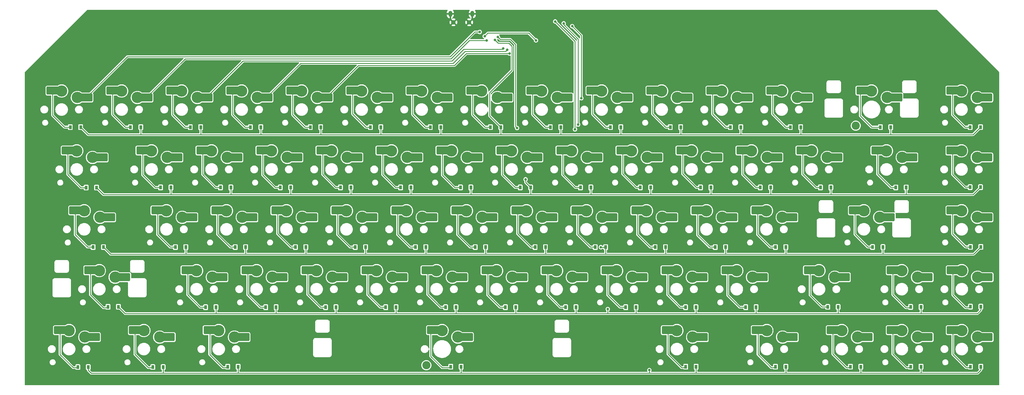
<source format=gbr>
%TF.GenerationSoftware,KiCad,Pcbnew,(6.0.1-0)*%
%TF.CreationDate,2022-09-18T11:43:04-04:00*%
%TF.ProjectId,keeb,6b656562-2e6b-4696-9361-645f70636258,rev?*%
%TF.SameCoordinates,Original*%
%TF.FileFunction,Copper,L2,Bot*%
%TF.FilePolarity,Positive*%
%FSLAX46Y46*%
G04 Gerber Fmt 4.6, Leading zero omitted, Abs format (unit mm)*
G04 Created by KiCad (PCBNEW (6.0.1-0)) date 2022-09-18 11:43:04*
%MOMM*%
%LPD*%
G01*
G04 APERTURE LIST*
G04 Aperture macros list*
%AMRoundRect*
0 Rectangle with rounded corners*
0 $1 Rounding radius*
0 $2 $3 $4 $5 $6 $7 $8 $9 X,Y pos of 4 corners*
0 Add a 4 corners polygon primitive as box body*
4,1,4,$2,$3,$4,$5,$6,$7,$8,$9,$2,$3,0*
0 Add four circle primitives for the rounded corners*
1,1,$1+$1,$2,$3*
1,1,$1+$1,$4,$5*
1,1,$1+$1,$6,$7*
1,1,$1+$1,$8,$9*
0 Add four rect primitives between the rounded corners*
20,1,$1+$1,$2,$3,$4,$5,0*
20,1,$1+$1,$4,$5,$6,$7,0*
20,1,$1+$1,$6,$7,$8,$9,0*
20,1,$1+$1,$8,$9,$2,$3,0*%
G04 Aperture macros list end*
%TA.AperFunction,ComponentPad*%
%ADD10C,1.450000*%
%TD*%
%TA.AperFunction,ComponentPad*%
%ADD11O,1.200000X1.900000*%
%TD*%
%TA.AperFunction,SMDPad,CuDef*%
%ADD12RoundRect,0.250000X-1.675000X-1.000000X1.675000X-1.000000X1.675000X1.000000X-1.675000X1.000000X0*%
%TD*%
%TA.AperFunction,ComponentPad*%
%ADD13C,3.600000*%
%TD*%
%TA.AperFunction,ComponentPad*%
%ADD14C,2.600000*%
%TD*%
%TA.AperFunction,SMDPad,CuDef*%
%ADD15R,0.900000X1.200000*%
%TD*%
%TA.AperFunction,ViaPad*%
%ADD16C,0.800000*%
%TD*%
%TA.AperFunction,Conductor*%
%ADD17C,0.250000*%
%TD*%
G04 APERTURE END LIST*
D10*
%TO.P,J1,6,Shield*%
%TO.N,GND*%
X150500000Y130037500D03*
D11*
X144500000Y132737500D03*
X151500000Y132737500D03*
D10*
X145500000Y130037500D03*
%TD*%
D12*
%TO.P,SW5,1,1*%
%TO.N,Net-(D5-Pad2)*%
X20625000Y32100000D03*
D13*
X23475000Y32000000D03*
%TO.P,SW5,2,2*%
%TO.N,C1*%
X28475000Y29900000D03*
D12*
X31325000Y29900000D03*
%TD*%
%TO.P,SW10,1,1*%
%TO.N,Net-(D10-Pad2)*%
X44375000Y32100000D03*
D13*
X47225000Y32000000D03*
%TO.P,SW10,2,2*%
%TO.N,C2*%
X52225000Y29900000D03*
D12*
X55075000Y29900000D03*
%TD*%
%TO.P,SW15,1,1*%
%TO.N,Net-(D15-Pad2)*%
X68125000Y32100000D03*
D13*
X70975000Y32000000D03*
%TO.P,SW15,2,2*%
%TO.N,C3*%
X75975000Y29900000D03*
D12*
X78825000Y29900000D03*
%TD*%
D14*
%TO.P,SW20,*%
%TO.N,*%
X273250000Y97150000D03*
D13*
%TO.P,SW20,1,1*%
%TO.N,Net-(D20-Pad2)*%
X278250000Y108200000D03*
D12*
X275400000Y108300000D03*
%TO.P,SW20,2,2*%
%TO.N,C14*%
X286100000Y106100000D03*
D13*
X283250000Y106100000D03*
%TD*%
%TO.P,SW25,1,1*%
%TO.N,Net-(D25-Pad2)*%
X283000000Y89150000D03*
D12*
X280150000Y89250000D03*
D13*
%TO.P,SW25,2,2*%
%TO.N,C14*%
X288000000Y87050000D03*
D12*
X290850000Y87050000D03*
%TD*%
%TO.P,SW30,1,1*%
%TO.N,Net-(D30-Pad2)*%
X272975000Y70200000D03*
D13*
X275825000Y70100000D03*
D12*
%TO.P,SW30,2,2*%
%TO.N,C14*%
X283675000Y68000000D03*
D13*
X280825000Y68000000D03*
%TD*%
D14*
%TO.P,SW35,*%
%TO.N,*%
X136900000Y20950000D03*
D13*
%TO.P,SW35,1,1*%
%TO.N,Net-(D35-Pad2)*%
X141900000Y32000000D03*
D12*
X139050000Y32100000D03*
%TO.P,SW35,2,2*%
%TO.N,C7*%
X149750000Y29900000D03*
D13*
X146900000Y29900000D03*
%TD*%
D12*
%TO.P,SW55,1,1*%
%TO.N,Net-(D55-Pad2)*%
X213600000Y32100000D03*
D13*
X216450000Y32000000D03*
D12*
%TO.P,SW55,2,2*%
%TO.N,C11*%
X224300000Y29900000D03*
D13*
X221450000Y29900000D03*
%TD*%
D12*
%TO.P,SW60,1,1*%
%TO.N,Net-(D60-Pad2)*%
X242150000Y32100000D03*
D13*
X245000000Y32000000D03*
%TO.P,SW60,2,2*%
%TO.N,C12*%
X250000000Y29900000D03*
D12*
X252850000Y29900000D03*
%TD*%
D13*
%TO.P,SW64,1,1*%
%TO.N,Net-(D64-Pad2)*%
X261575000Y51050000D03*
D12*
X258725000Y51150000D03*
%TO.P,SW64,2,2*%
%TO.N,C13*%
X269425000Y48950000D03*
D13*
X266575000Y48950000D03*
%TD*%
D12*
%TO.P,SW1,1,1*%
%TO.N,Net-(D1-Pad2)*%
X18250000Y108300000D03*
D13*
X21100000Y108200000D03*
%TO.P,SW1,2,2*%
%TO.N,C1*%
X26100000Y106100000D03*
D12*
X28950000Y106100000D03*
%TD*%
%TO.P,SW6,1,1*%
%TO.N,Net-(D6-Pad2)*%
X37300000Y108300000D03*
D13*
X40150000Y108200000D03*
D12*
%TO.P,SW6,2,2*%
%TO.N,C2*%
X48000000Y106100000D03*
D13*
X45150000Y106100000D03*
%TD*%
%TO.P,SW8,1,1*%
%TO.N,Net-(D8-Pad2)*%
X54400000Y70100000D03*
D12*
X51550000Y70200000D03*
%TO.P,SW8,2,2*%
%TO.N,C2*%
X62250000Y68000000D03*
D13*
X59400000Y68000000D03*
%TD*%
D12*
%TO.P,SW9,1,1*%
%TO.N,Net-(D9-Pad2)*%
X61100000Y51150000D03*
D13*
X63950000Y51050000D03*
%TO.P,SW9,2,2*%
%TO.N,C2*%
X68950000Y48950000D03*
D12*
X71800000Y48950000D03*
%TD*%
%TO.P,SW11,1,1*%
%TO.N,Net-(D11-Pad2)*%
X56350000Y108300000D03*
D13*
X59200000Y108200000D03*
D12*
%TO.P,SW11,2,2*%
%TO.N,C3*%
X67050000Y106100000D03*
D13*
X64200000Y106100000D03*
%TD*%
D12*
%TO.P,SW12,1,1*%
%TO.N,Net-(D12-Pad2)*%
X65850000Y89250000D03*
D13*
X68700000Y89150000D03*
D12*
%TO.P,SW12,2,2*%
%TO.N,C3*%
X76550000Y87050000D03*
D13*
X73700000Y87050000D03*
%TD*%
D12*
%TO.P,SW13,1,1*%
%TO.N,Net-(D13-Pad2)*%
X70600000Y70200000D03*
D13*
X73450000Y70100000D03*
D12*
%TO.P,SW13,2,2*%
%TO.N,C3*%
X81300000Y68000000D03*
D13*
X78450000Y68000000D03*
%TD*%
D12*
%TO.P,SW14,1,1*%
%TO.N,Net-(D14-Pad2)*%
X80150000Y51150000D03*
D13*
X83000000Y51050000D03*
%TO.P,SW14,2,2*%
%TO.N,C3*%
X88000000Y48950000D03*
D12*
X90850000Y48950000D03*
%TD*%
%TO.P,SW16,1,1*%
%TO.N,Net-(D16-Pad2)*%
X75400000Y108300000D03*
D13*
X78250000Y108200000D03*
D12*
%TO.P,SW16,2,2*%
%TO.N,C4*%
X86100000Y106100000D03*
D13*
X83250000Y106100000D03*
%TD*%
D12*
%TO.P,SW17,1,1*%
%TO.N,Net-(D17-Pad2)*%
X84900000Y89250000D03*
D13*
X87750000Y89150000D03*
D12*
%TO.P,SW17,2,2*%
%TO.N,C4*%
X95600000Y87050000D03*
D13*
X92750000Y87050000D03*
%TD*%
%TO.P,SW18,1,1*%
%TO.N,Net-(D18-Pad2)*%
X92500000Y70100000D03*
D12*
X89650000Y70200000D03*
%TO.P,SW18,2,2*%
%TO.N,C4*%
X100350000Y68000000D03*
D13*
X97500000Y68000000D03*
%TD*%
D12*
%TO.P,SW19,1,1*%
%TO.N,Net-(D19-Pad2)*%
X99200000Y51150000D03*
D13*
X102050000Y51050000D03*
D12*
%TO.P,SW19,2,2*%
%TO.N,C4*%
X109900000Y48950000D03*
D13*
X107050000Y48950000D03*
%TD*%
%TO.P,SW21,1,1*%
%TO.N,Net-(D21-Pad2)*%
X97300000Y108200000D03*
D12*
X94450000Y108300000D03*
%TO.P,SW21,2,2*%
%TO.N,C5*%
X105150000Y106100000D03*
D13*
X102300000Y106100000D03*
%TD*%
D12*
%TO.P,SW22,1,1*%
%TO.N,Net-(D22-Pad2)*%
X103950000Y89250000D03*
D13*
X106800000Y89150000D03*
D12*
%TO.P,SW22,2,2*%
%TO.N,C5*%
X114650000Y87050000D03*
D13*
X111800000Y87050000D03*
%TD*%
D12*
%TO.P,SW23,1,1*%
%TO.N,Net-(D23-Pad2)*%
X108700000Y70200000D03*
D13*
X111550000Y70100000D03*
D12*
%TO.P,SW23,2,2*%
%TO.N,C5*%
X119400000Y68000000D03*
D13*
X116550000Y68000000D03*
%TD*%
%TO.P,SW24,1,1*%
%TO.N,Net-(D24-Pad2)*%
X121100000Y51050000D03*
D12*
X118250000Y51150000D03*
D13*
%TO.P,SW24,2,2*%
%TO.N,C5*%
X126100000Y48950000D03*
D12*
X128950000Y48950000D03*
%TD*%
%TO.P,SW26,1,1*%
%TO.N,Net-(D26-Pad2)*%
X113500000Y108300000D03*
D13*
X116350000Y108200000D03*
D12*
%TO.P,SW26,2,2*%
%TO.N,C6*%
X124200000Y106100000D03*
D13*
X121350000Y106100000D03*
%TD*%
%TO.P,SW27,1,1*%
%TO.N,Net-(D27-Pad2)*%
X125850000Y89150000D03*
D12*
X123000000Y89250000D03*
D13*
%TO.P,SW27,2,2*%
%TO.N,C6*%
X130850000Y87050000D03*
D12*
X133700000Y87050000D03*
%TD*%
%TO.P,SW28,1,1*%
%TO.N,Net-(D28-Pad2)*%
X127750000Y70200000D03*
D13*
X130600000Y70100000D03*
D12*
%TO.P,SW28,2,2*%
%TO.N,C6*%
X138450000Y68000000D03*
D13*
X135600000Y68000000D03*
%TD*%
D12*
%TO.P,SW29,1,1*%
%TO.N,Net-(D29-Pad2)*%
X137300000Y51150000D03*
D13*
X140150000Y51050000D03*
D12*
%TO.P,SW29,2,2*%
%TO.N,C6*%
X148000000Y48950000D03*
D13*
X145150000Y48950000D03*
%TD*%
D12*
%TO.P,SW31,1,1*%
%TO.N,Net-(D31-Pad2)*%
X132550000Y108300000D03*
D13*
X135400000Y108200000D03*
D12*
%TO.P,SW31,2,2*%
%TO.N,C7*%
X143250000Y106100000D03*
D13*
X140400000Y106100000D03*
%TD*%
%TO.P,SW32,1,1*%
%TO.N,Net-(D32-Pad2)*%
X144900000Y89150000D03*
D12*
X142050000Y89250000D03*
D13*
%TO.P,SW32,2,2*%
%TO.N,C7*%
X149900000Y87050000D03*
D12*
X152750000Y87050000D03*
%TD*%
D13*
%TO.P,SW33,1,1*%
%TO.N,Net-(D33-Pad2)*%
X149650000Y70100000D03*
D12*
X146800000Y70200000D03*
D13*
%TO.P,SW33,2,2*%
%TO.N,C7*%
X154650000Y68000000D03*
D12*
X157500000Y68000000D03*
%TD*%
%TO.P,SW34,1,1*%
%TO.N,Net-(D34-Pad2)*%
X156350000Y51150000D03*
D13*
X159200000Y51050000D03*
D12*
%TO.P,SW34,2,2*%
%TO.N,C7*%
X167050000Y48950000D03*
D13*
X164200000Y48950000D03*
%TD*%
%TO.P,SW36,1,1*%
%TO.N,Net-(D36-Pad2)*%
X154450000Y108200000D03*
D12*
X151600000Y108300000D03*
%TO.P,SW36,2,2*%
%TO.N,C8*%
X162300000Y106100000D03*
D13*
X159450000Y106100000D03*
%TD*%
D12*
%TO.P,SW37,1,1*%
%TO.N,Net-(D37-Pad2)*%
X161100000Y89250000D03*
D13*
X163950000Y89150000D03*
D12*
%TO.P,SW37,2,2*%
%TO.N,C8*%
X171800000Y87050000D03*
D13*
X168950000Y87050000D03*
%TD*%
D12*
%TO.P,SW38,1,1*%
%TO.N,Net-(D38-Pad2)*%
X165850000Y70200000D03*
D13*
X168700000Y70100000D03*
D12*
%TO.P,SW38,2,2*%
%TO.N,C8*%
X176550000Y68000000D03*
D13*
X173700000Y68000000D03*
%TD*%
%TO.P,SW39,1,1*%
%TO.N,Net-(D39-Pad2)*%
X178250000Y51050000D03*
D12*
X175400000Y51150000D03*
D13*
%TO.P,SW39,2,2*%
%TO.N,C8*%
X183250000Y48950000D03*
D12*
X186100000Y48950000D03*
%TD*%
%TO.P,SW40,1,1*%
%TO.N,Net-(D40-Pad2)*%
X285000000Y51150000D03*
D13*
X287850000Y51050000D03*
D12*
%TO.P,SW40,2,2*%
%TO.N,C14*%
X295700000Y48950000D03*
D13*
X292850000Y48950000D03*
%TD*%
%TO.P,SW41,1,1*%
%TO.N,Net-(D41-Pad2)*%
X173500000Y108200000D03*
D12*
X170650000Y108300000D03*
D13*
%TO.P,SW41,2,2*%
%TO.N,C9*%
X178500000Y106100000D03*
D12*
X181350000Y106100000D03*
%TD*%
D13*
%TO.P,SW42,1,1*%
%TO.N,Net-(D42-Pad2)*%
X183000000Y89150000D03*
D12*
X180150000Y89250000D03*
D13*
%TO.P,SW42,2,2*%
%TO.N,C9*%
X188000000Y87050000D03*
D12*
X190850000Y87050000D03*
%TD*%
D13*
%TO.P,SW43,1,1*%
%TO.N,Net-(D43-Pad2)*%
X187750000Y70100000D03*
D12*
X184900000Y70200000D03*
%TO.P,SW43,2,2*%
%TO.N,C9*%
X195600000Y68000000D03*
D13*
X192750000Y68000000D03*
%TD*%
%TO.P,SW44,1,1*%
%TO.N,Net-(D44-Pad2)*%
X197300000Y51050000D03*
D12*
X194450000Y51150000D03*
%TO.P,SW44,2,2*%
%TO.N,C9*%
X205150000Y48950000D03*
D13*
X202300000Y48950000D03*
%TD*%
%TO.P,SW45,1,1*%
%TO.N,Net-(D45-Pad2)*%
X287850000Y32000000D03*
D12*
X285000000Y32100000D03*
%TO.P,SW45,2,2*%
%TO.N,C14*%
X295700000Y29900000D03*
D13*
X292850000Y29900000D03*
%TD*%
%TO.P,SW46,1,1*%
%TO.N,Net-(D46-Pad2)*%
X192550000Y108200000D03*
D12*
X189700000Y108300000D03*
D13*
%TO.P,SW46,2,2*%
%TO.N,C10*%
X197550000Y106100000D03*
D12*
X200400000Y106100000D03*
%TD*%
%TO.P,SW47,1,1*%
%TO.N,Net-(D47-Pad2)*%
X199200000Y89250000D03*
D13*
X202050000Y89150000D03*
%TO.P,SW47,2,2*%
%TO.N,C10*%
X207050000Y87050000D03*
D12*
X209900000Y87050000D03*
%TD*%
%TO.P,SW48,1,1*%
%TO.N,Net-(D48-Pad2)*%
X203950000Y70200000D03*
D13*
X206800000Y70100000D03*
%TO.P,SW48,2,2*%
%TO.N,C10*%
X211800000Y68000000D03*
D12*
X214650000Y68000000D03*
%TD*%
%TO.P,SW49,1,1*%
%TO.N,Net-(D49-Pad2)*%
X213500000Y51150000D03*
D13*
X216350000Y51050000D03*
D12*
%TO.P,SW49,2,2*%
%TO.N,C10*%
X224200000Y48950000D03*
D13*
X221350000Y48950000D03*
%TD*%
D12*
%TO.P,SW50,1,1*%
%TO.N,Net-(D50-Pad2)*%
X303950000Y108300000D03*
D13*
X306800000Y108200000D03*
%TO.P,SW50,2,2*%
%TO.N,C15*%
X311800000Y106100000D03*
D12*
X314650000Y106100000D03*
%TD*%
%TO.P,SW51,1,1*%
%TO.N,Net-(D51-Pad2)*%
X208750000Y108300000D03*
D13*
X211600000Y108200000D03*
D12*
%TO.P,SW51,2,2*%
%TO.N,C11*%
X219450000Y106100000D03*
D13*
X216600000Y106100000D03*
%TD*%
D12*
%TO.P,SW52,1,1*%
%TO.N,Net-(D52-Pad2)*%
X218250000Y89250000D03*
D13*
X221100000Y89150000D03*
%TO.P,SW52,2,2*%
%TO.N,C11*%
X226100000Y87050000D03*
D12*
X228950000Y87050000D03*
%TD*%
%TO.P,SW53,1,1*%
%TO.N,Net-(D53-Pad2)*%
X223000000Y70200000D03*
D13*
X225850000Y70100000D03*
%TO.P,SW53,2,2*%
%TO.N,C11*%
X230850000Y68000000D03*
D12*
X233700000Y68000000D03*
%TD*%
D13*
%TO.P,SW54,1,1*%
%TO.N,Net-(D54-Pad2)*%
X235450000Y51050000D03*
D12*
X232600000Y51150000D03*
%TO.P,SW54,2,2*%
%TO.N,C11*%
X243300000Y48950000D03*
D13*
X240450000Y48950000D03*
%TD*%
D12*
%TO.P,SW56,1,1*%
%TO.N,Net-(D56-Pad2)*%
X227800000Y108300000D03*
D13*
X230650000Y108200000D03*
%TO.P,SW56,2,2*%
%TO.N,C12*%
X235650000Y106100000D03*
D12*
X238500000Y106100000D03*
%TD*%
D13*
%TO.P,SW57,1,1*%
%TO.N,Net-(D57-Pad2)*%
X240150000Y89150000D03*
D12*
X237300000Y89250000D03*
D13*
%TO.P,SW57,2,2*%
%TO.N,C12*%
X245150000Y87050000D03*
D12*
X248000000Y87050000D03*
%TD*%
%TO.P,SW58,1,1*%
%TO.N,Net-(D58-Pad2)*%
X242050000Y70200000D03*
D13*
X244900000Y70100000D03*
D12*
%TO.P,SW58,2,2*%
%TO.N,C12*%
X252750000Y68000000D03*
D13*
X249900000Y68000000D03*
%TD*%
%TO.P,SW59,1,1*%
%TO.N,Net-(D59-Pad2)*%
X306800000Y89150000D03*
D12*
X303950000Y89250000D03*
%TO.P,SW59,2,2*%
%TO.N,C15*%
X314650000Y87050000D03*
D13*
X311800000Y87050000D03*
%TD*%
%TO.P,SW61,1,1*%
%TO.N,Net-(D61-Pad2)*%
X249700000Y108200000D03*
D12*
X246850000Y108300000D03*
%TO.P,SW61,2,2*%
%TO.N,C13*%
X257550000Y106100000D03*
D13*
X254700000Y106100000D03*
%TD*%
D12*
%TO.P,SW62,1,1*%
%TO.N,Net-(D62-Pad2)*%
X256350000Y89250000D03*
D13*
X259200000Y89150000D03*
D12*
%TO.P,SW62,2,2*%
%TO.N,C13*%
X267050000Y87050000D03*
D13*
X264200000Y87050000D03*
%TD*%
D12*
%TO.P,SW63,1,1*%
%TO.N,Net-(D63-Pad2)*%
X304000000Y70200000D03*
D13*
X306850000Y70100000D03*
%TO.P,SW63,2,2*%
%TO.N,C15*%
X311850000Y68000000D03*
D12*
X314700000Y68000000D03*
%TD*%
%TO.P,SW65,1,1*%
%TO.N,Net-(D65-Pad2)*%
X265950000Y32100000D03*
D13*
X268800000Y32000000D03*
D12*
%TO.P,SW65,2,2*%
%TO.N,C13*%
X276650000Y29900000D03*
D13*
X273800000Y29900000D03*
%TD*%
D12*
%TO.P,SW66,1,1*%
%TO.N,Net-(D66-Pad2)*%
X304050000Y51150000D03*
D13*
X306900000Y51050000D03*
%TO.P,SW66,2,2*%
%TO.N,C15*%
X311900000Y48950000D03*
D12*
X314750000Y48950000D03*
%TD*%
%TO.P,SW67,1,1*%
%TO.N,Net-(D67-Pad2)*%
X304050000Y32100000D03*
D13*
X306900000Y32000000D03*
%TO.P,SW67,2,2*%
%TO.N,C15*%
X311900000Y29900000D03*
D12*
X314750000Y29900000D03*
%TD*%
%TO.P,SW7,1,1*%
%TO.N,Net-(D7-Pad2)*%
X46800000Y89250000D03*
D13*
X49650000Y89150000D03*
%TO.P,SW7,2,2*%
%TO.N,C2*%
X54650000Y87050000D03*
D12*
X57500000Y87050000D03*
%TD*%
%TO.P,SW2,1,1*%
%TO.N,Net-(D2-Pad2)*%
X23050000Y89250000D03*
D13*
X25900000Y89150000D03*
%TO.P,SW2,2,2*%
%TO.N,C1*%
X30900000Y87050000D03*
D12*
X33750000Y87050000D03*
%TD*%
D13*
%TO.P,SW3,1,1*%
%TO.N,Net-(D3-Pad2)*%
X28275000Y70100000D03*
D12*
X25425000Y70200000D03*
%TO.P,SW3,2,2*%
%TO.N,C1*%
X36125000Y68000000D03*
D13*
X33275000Y68000000D03*
%TD*%
D12*
%TO.P,SW4,1,1*%
%TO.N,Net-(D4-Pad2)*%
X30225000Y51150000D03*
D13*
X33075000Y51050000D03*
D12*
%TO.P,SW4,2,2*%
%TO.N,C1*%
X40925000Y48950000D03*
D13*
X38075000Y48950000D03*
%TD*%
D15*
%TO.P,D1,1,K*%
%TO.N,R1*%
X27150000Y96700000D03*
%TO.P,D1,2,A*%
%TO.N,Net-(D1-Pad2)*%
X23850000Y96700000D03*
%TD*%
%TO.P,D2,1,K*%
%TO.N,R2*%
X32175000Y77475000D03*
%TO.P,D2,2,A*%
%TO.N,Net-(D2-Pad2)*%
X28875000Y77475000D03*
%TD*%
%TO.P,D3,1,K*%
%TO.N,R3*%
X34400000Y58525000D03*
%TO.P,D3,2,A*%
%TO.N,Net-(D3-Pad2)*%
X31100000Y58525000D03*
%TD*%
%TO.P,D4,1,K*%
%TO.N,R4*%
X39125000Y39550000D03*
%TO.P,D4,2,A*%
%TO.N,Net-(D4-Pad2)*%
X35825000Y39550000D03*
%TD*%
%TO.P,D5,1,K*%
%TO.N,R5*%
X29550000Y20400000D03*
%TO.P,D5,2,A*%
%TO.N,Net-(D5-Pad2)*%
X26250000Y20400000D03*
%TD*%
%TO.P,D6,1,K*%
%TO.N,R1*%
X46250000Y96700000D03*
%TO.P,D6,2,A*%
%TO.N,Net-(D6-Pad2)*%
X42950000Y96700000D03*
%TD*%
%TO.P,D7,1,K*%
%TO.N,R2*%
X55825000Y77525000D03*
%TO.P,D7,2,A*%
%TO.N,Net-(D7-Pad2)*%
X52525000Y77525000D03*
%TD*%
%TO.P,D8,1,K*%
%TO.N,R3*%
X60525000Y58525000D03*
%TO.P,D8,2,A*%
%TO.N,Net-(D8-Pad2)*%
X57225000Y58525000D03*
%TD*%
%TO.P,D9,1,K*%
%TO.N,R4*%
X70100000Y39425000D03*
%TO.P,D9,2,A*%
%TO.N,Net-(D9-Pad2)*%
X66800000Y39425000D03*
%TD*%
%TO.P,D10,1,K*%
%TO.N,R5*%
X53350000Y20400000D03*
%TO.P,D10,2,A*%
%TO.N,Net-(D10-Pad2)*%
X50050000Y20400000D03*
%TD*%
%TO.P,D11,1,K*%
%TO.N,R1*%
X65250000Y96700000D03*
%TO.P,D11,2,A*%
%TO.N,Net-(D11-Pad2)*%
X61950000Y96700000D03*
%TD*%
%TO.P,D12,1,K*%
%TO.N,R2*%
X74825000Y77525000D03*
%TO.P,D12,2,A*%
%TO.N,Net-(D12-Pad2)*%
X71525000Y77525000D03*
%TD*%
%TO.P,D13,1,K*%
%TO.N,R3*%
X79525000Y58525000D03*
%TO.P,D13,2,A*%
%TO.N,Net-(D13-Pad2)*%
X76225000Y58525000D03*
%TD*%
%TO.P,D14,1,K*%
%TO.N,R4*%
X89200000Y39425000D03*
%TO.P,D14,2,A*%
%TO.N,Net-(D14-Pad2)*%
X85900000Y39425000D03*
%TD*%
%TO.P,D15,1,K*%
%TO.N,R5*%
X77150000Y20500000D03*
%TO.P,D15,2,A*%
%TO.N,Net-(D15-Pad2)*%
X73850000Y20500000D03*
%TD*%
%TO.P,D16,1,K*%
%TO.N,R1*%
X84350000Y96700000D03*
%TO.P,D16,2,A*%
%TO.N,Net-(D16-Pad2)*%
X81050000Y96700000D03*
%TD*%
%TO.P,D17,1,K*%
%TO.N,R2*%
X93825000Y77525000D03*
%TO.P,D17,2,A*%
%TO.N,Net-(D17-Pad2)*%
X90525000Y77525000D03*
%TD*%
%TO.P,D18,1,K*%
%TO.N,R3*%
X98625000Y58525000D03*
%TO.P,D18,2,A*%
%TO.N,Net-(D18-Pad2)*%
X95325000Y58525000D03*
%TD*%
%TO.P,D19,1,K*%
%TO.N,R4*%
X108200000Y39425000D03*
%TO.P,D19,2,A*%
%TO.N,Net-(D19-Pad2)*%
X104900000Y39425000D03*
%TD*%
%TO.P,D21,1,K*%
%TO.N,R1*%
X103350000Y96700000D03*
%TO.P,D21,2,A*%
%TO.N,Net-(D21-Pad2)*%
X100050000Y96700000D03*
%TD*%
%TO.P,D22,1,K*%
%TO.N,R2*%
X112925000Y77525000D03*
%TO.P,D22,2,A*%
%TO.N,Net-(D22-Pad2)*%
X109625000Y77525000D03*
%TD*%
%TO.P,D23,1,K*%
%TO.N,R3*%
X117625000Y58525000D03*
%TO.P,D23,2,A*%
%TO.N,Net-(D23-Pad2)*%
X114325000Y58525000D03*
%TD*%
%TO.P,D24,1,K*%
%TO.N,R4*%
X127300000Y39425000D03*
%TO.P,D24,2,A*%
%TO.N,Net-(D24-Pad2)*%
X124000000Y39425000D03*
%TD*%
%TO.P,D26,1,K*%
%TO.N,R1*%
X122450000Y96700000D03*
%TO.P,D26,2,A*%
%TO.N,Net-(D26-Pad2)*%
X119150000Y96700000D03*
%TD*%
%TO.P,D27,1,K*%
%TO.N,R2*%
X132025000Y77525000D03*
%TO.P,D27,2,A*%
%TO.N,Net-(D27-Pad2)*%
X128725000Y77525000D03*
%TD*%
%TO.P,D28,1,K*%
%TO.N,R3*%
X136725000Y58525000D03*
%TO.P,D28,2,A*%
%TO.N,Net-(D28-Pad2)*%
X133425000Y58525000D03*
%TD*%
%TO.P,D29,1,K*%
%TO.N,R4*%
X146300000Y39425000D03*
%TO.P,D29,2,A*%
%TO.N,Net-(D29-Pad2)*%
X143000000Y39425000D03*
%TD*%
%TO.P,D31,1,K*%
%TO.N,R1*%
X141450000Y96700000D03*
%TO.P,D31,2,A*%
%TO.N,Net-(D31-Pad2)*%
X138150000Y96700000D03*
%TD*%
%TO.P,D32,1,K*%
%TO.N,R2*%
X151025000Y77525000D03*
%TO.P,D32,2,A*%
%TO.N,Net-(D32-Pad2)*%
X147725000Y77525000D03*
%TD*%
%TO.P,D33,1,K*%
%TO.N,R3*%
X155725000Y58525000D03*
%TO.P,D33,2,A*%
%TO.N,Net-(D33-Pad2)*%
X152425000Y58525000D03*
%TD*%
%TO.P,D34,1,K*%
%TO.N,R4*%
X165300000Y39425000D03*
%TO.P,D34,2,A*%
%TO.N,Net-(D34-Pad2)*%
X162000000Y39425000D03*
%TD*%
%TO.P,D35,1,K*%
%TO.N,R5*%
X147950000Y20500000D03*
%TO.P,D35,2,A*%
%TO.N,Net-(D35-Pad2)*%
X144650000Y20500000D03*
%TD*%
%TO.P,D36,1,K*%
%TO.N,R1*%
X160550000Y96700000D03*
%TO.P,D36,2,A*%
%TO.N,Net-(D36-Pad2)*%
X157250000Y96700000D03*
%TD*%
%TO.P,D37,1,K*%
%TO.N,R2*%
X170025000Y77525000D03*
%TO.P,D37,2,A*%
%TO.N,Net-(D37-Pad2)*%
X166725000Y77525000D03*
%TD*%
%TO.P,D38,1,K*%
%TO.N,R3*%
X174725000Y58525000D03*
%TO.P,D38,2,A*%
%TO.N,Net-(D38-Pad2)*%
X171425000Y58525000D03*
%TD*%
%TO.P,D39,1,K*%
%TO.N,R4*%
X184400000Y39425000D03*
%TO.P,D39,2,A*%
%TO.N,Net-(D39-Pad2)*%
X181100000Y39425000D03*
%TD*%
%TO.P,D41,1,K*%
%TO.N,R1*%
X179550000Y96700000D03*
%TO.P,D41,2,A*%
%TO.N,Net-(D41-Pad2)*%
X176250000Y96700000D03*
%TD*%
%TO.P,D42,1,K*%
%TO.N,R2*%
X189125000Y77525000D03*
%TO.P,D42,2,A*%
%TO.N,Net-(D42-Pad2)*%
X185825000Y77525000D03*
%TD*%
%TO.P,D43,1,K*%
%TO.N,R3*%
X193825000Y58525000D03*
%TO.P,D43,2,A*%
%TO.N,Net-(D43-Pad2)*%
X190525000Y58525000D03*
%TD*%
%TO.P,D44,1,K*%
%TO.N,R4*%
X203500000Y39425000D03*
%TO.P,D44,2,A*%
%TO.N,Net-(D44-Pad2)*%
X200200000Y39425000D03*
%TD*%
%TO.P,D46,1,K*%
%TO.N,R1*%
X198650000Y96700000D03*
%TO.P,D46,2,A*%
%TO.N,Net-(D46-Pad2)*%
X195350000Y96700000D03*
%TD*%
%TO.P,D47,1,K*%
%TO.N,R2*%
X208125000Y77525000D03*
%TO.P,D47,2,A*%
%TO.N,Net-(D47-Pad2)*%
X204825000Y77525000D03*
%TD*%
%TO.P,D48,1,K*%
%TO.N,R3*%
X212825000Y58525000D03*
%TO.P,D48,2,A*%
%TO.N,Net-(D48-Pad2)*%
X209525000Y58525000D03*
%TD*%
%TO.P,D49,1,K*%
%TO.N,R4*%
X222500000Y39425000D03*
%TO.P,D49,2,A*%
%TO.N,Net-(D49-Pad2)*%
X219200000Y39425000D03*
%TD*%
%TO.P,D51,1,K*%
%TO.N,R1*%
X217650000Y96700000D03*
%TO.P,D51,2,A*%
%TO.N,Net-(D51-Pad2)*%
X214350000Y96700000D03*
%TD*%
%TO.P,D52,1,K*%
%TO.N,R2*%
X227225000Y77525000D03*
%TO.P,D52,2,A*%
%TO.N,Net-(D52-Pad2)*%
X223925000Y77525000D03*
%TD*%
%TO.P,D53,1,K*%
%TO.N,R3*%
X231925000Y58525000D03*
%TO.P,D53,2,A*%
%TO.N,Net-(D53-Pad2)*%
X228625000Y58525000D03*
%TD*%
%TO.P,D54,1,K*%
%TO.N,R4*%
X241600000Y39425000D03*
%TO.P,D54,2,A*%
%TO.N,Net-(D54-Pad2)*%
X238300000Y39425000D03*
%TD*%
%TO.P,D55,1,K*%
%TO.N,R5*%
X222550000Y20500000D03*
%TO.P,D55,2,A*%
%TO.N,Net-(D55-Pad2)*%
X219250000Y20500000D03*
%TD*%
%TO.P,D56,1,K*%
%TO.N,R1*%
X236750000Y96700000D03*
%TO.P,D56,2,A*%
%TO.N,Net-(D56-Pad2)*%
X233450000Y96700000D03*
%TD*%
%TO.P,D57,1,K*%
%TO.N,R2*%
X246225000Y77525000D03*
%TO.P,D57,2,A*%
%TO.N,Net-(D57-Pad2)*%
X242925000Y77525000D03*
%TD*%
%TO.P,D58,1,K*%
%TO.N,R3*%
X251025000Y58525000D03*
%TO.P,D58,2,A*%
%TO.N,Net-(D58-Pad2)*%
X247725000Y58525000D03*
%TD*%
%TO.P,D60,1,K*%
%TO.N,R5*%
X251050000Y20500000D03*
%TO.P,D60,2,A*%
%TO.N,Net-(D60-Pad2)*%
X247750000Y20500000D03*
%TD*%
%TO.P,D61,1,K*%
%TO.N,R1*%
X255750000Y96700000D03*
%TO.P,D61,2,A*%
%TO.N,Net-(D61-Pad2)*%
X252450000Y96700000D03*
%TD*%
%TO.P,D62,1,K*%
%TO.N,R2*%
X265325000Y77525000D03*
%TO.P,D62,2,A*%
%TO.N,Net-(D62-Pad2)*%
X262025000Y77525000D03*
%TD*%
%TO.P,D64,1,K*%
%TO.N,R4*%
X267650000Y39525000D03*
%TO.P,D64,2,A*%
%TO.N,Net-(D64-Pad2)*%
X264350000Y39525000D03*
%TD*%
%TO.P,D65,1,K*%
%TO.N,R5*%
X274850000Y20500000D03*
%TO.P,D65,2,A*%
%TO.N,Net-(D65-Pad2)*%
X271550000Y20500000D03*
%TD*%
%TO.P,D20,1,K*%
%TO.N,R1*%
X284350000Y96700000D03*
%TO.P,D20,2,A*%
%TO.N,Net-(D20-Pad2)*%
X281050000Y96700000D03*
%TD*%
%TO.P,D25,1,K*%
%TO.N,R2*%
X289250000Y77500000D03*
%TO.P,D25,2,A*%
%TO.N,Net-(D25-Pad2)*%
X285950000Y77500000D03*
%TD*%
%TO.P,D30,1,K*%
%TO.N,R3*%
X281875000Y58550000D03*
%TO.P,D30,2,A*%
%TO.N,Net-(D30-Pad2)*%
X278575000Y58550000D03*
%TD*%
%TO.P,D40,1,K*%
%TO.N,R4*%
X293950000Y39500000D03*
%TO.P,D40,2,A*%
%TO.N,Net-(D40-Pad2)*%
X290650000Y39500000D03*
%TD*%
%TO.P,D45,1,K*%
%TO.N,R5*%
X293950000Y20500000D03*
%TO.P,D45,2,A*%
%TO.N,Net-(D45-Pad2)*%
X290650000Y20500000D03*
%TD*%
%TO.P,D50,1,K*%
%TO.N,R1*%
X312850000Y96700000D03*
%TO.P,D50,2,A*%
%TO.N,Net-(D50-Pad2)*%
X309550000Y96700000D03*
%TD*%
%TO.P,D59,1,K*%
%TO.N,R2*%
X312850000Y77600000D03*
%TO.P,D59,2,A*%
%TO.N,Net-(D59-Pad2)*%
X309550000Y77600000D03*
%TD*%
%TO.P,D63,1,K*%
%TO.N,R3*%
X312950000Y58600000D03*
%TO.P,D63,2,A*%
%TO.N,Net-(D63-Pad2)*%
X309650000Y58600000D03*
%TD*%
%TO.P,D66,1,K*%
%TO.N,R4*%
X312950000Y39600000D03*
%TO.P,D66,2,A*%
%TO.N,Net-(D66-Pad2)*%
X309650000Y39600000D03*
%TD*%
%TO.P,D67,1,K*%
%TO.N,R5*%
X312950000Y20500000D03*
%TO.P,D67,2,A*%
%TO.N,Net-(D67-Pad2)*%
X309650000Y20500000D03*
%TD*%
D16*
%TO.N,R5*%
X207700000Y19400000D03*
X186100000Y105900000D03*
X183200000Y128800000D03*
%TO.N,R4*%
X194500000Y38800000D03*
X180500000Y129700000D03*
X185100000Y97500000D03*
%TO.N,R3*%
X192300000Y58500000D03*
X184100000Y96000000D03*
X177800000Y130300000D03*
%TO.N,R2*%
X165700000Y96400000D03*
X168400000Y80100000D03*
X159600000Y125400000D03*
%TO.N,R1*%
X158700000Y124400000D03*
%TO.N,C5*%
X163300000Y120100000D03*
%TO.N,C4*%
X162600000Y121300000D03*
%TO.N,C3*%
X161300000Y121700000D03*
%TO.N,C2*%
X156025000Y124275000D03*
%TO.N,C1*%
X153850000Y126950000D03*
%TO.N,GND*%
X74600000Y122900000D03*
X172000000Y127000000D03*
X224500000Y122900000D03*
X165700000Y133100000D03*
X194600000Y122900000D03*
X104600000Y122900000D03*
X284600000Y122900000D03*
X254700000Y122900000D03*
X159624500Y118500000D03*
X156900000Y130500000D03*
X134600000Y122900000D03*
X44500000Y122900000D03*
%TO.N,Net-(D71-Pad2)*%
X155425000Y125600000D03*
X171700000Y124300000D03*
%TD*%
D17*
%TO.N,R4*%
X185100000Y97500000D02*
X185100000Y124700000D01*
X185100000Y124700000D02*
X180500000Y129300000D01*
X180500000Y129300000D02*
X180500000Y129700000D01*
%TO.N,R5*%
X186100000Y105900000D02*
X186100000Y125900000D01*
X186100000Y125900000D02*
X183200000Y128800000D01*
%TO.N,R3*%
X184100000Y124000000D02*
X177800000Y130300000D01*
X184100000Y96000000D02*
X184100000Y124000000D01*
%TO.N,Net-(D67-Pad2)*%
X309650000Y20500000D02*
X309350000Y20200000D01*
X309350000Y20200000D02*
X308300000Y20200000D01*
X304050000Y24450000D02*
X304050000Y32100000D01*
X308300000Y20200000D02*
X304050000Y24450000D01*
%TO.N,Net-(D45-Pad2)*%
X290650000Y20500000D02*
X290350000Y20200000D01*
X285000000Y24500000D02*
X285000000Y32100000D01*
X290350000Y20200000D02*
X289300000Y20200000D01*
X289300000Y20200000D02*
X285000000Y24500000D01*
%TO.N,Net-(D65-Pad2)*%
X271550000Y20500000D02*
X271250000Y20200000D01*
X270300000Y20200000D02*
X265950000Y24550000D01*
X271250000Y20200000D02*
X270300000Y20200000D01*
X265950000Y24550000D02*
X265950000Y32100000D01*
%TO.N,Net-(D60-Pad2)*%
X247750000Y20500000D02*
X247450000Y20200000D01*
X247450000Y20200000D02*
X246400000Y20200000D01*
X246400000Y20200000D02*
X242200000Y24400000D01*
X242200000Y24400000D02*
X242200000Y32050000D01*
X242200000Y32050000D02*
X242150000Y32100000D01*
%TO.N,Net-(D55-Pad2)*%
X219250000Y20500000D02*
X218950000Y20200000D01*
X218950000Y20200000D02*
X217900000Y20200000D01*
X217900000Y20200000D02*
X213600000Y24500000D01*
X213600000Y24500000D02*
X213600000Y32100000D01*
%TO.N,Net-(D35-Pad2)*%
X144650000Y20500000D02*
X144350000Y20200000D01*
X144350000Y20200000D02*
X141900000Y20200000D01*
X138300000Y23800000D02*
X138300000Y31350000D01*
X138300000Y31350000D02*
X139050000Y32100000D01*
X141900000Y20200000D02*
X138300000Y23800000D01*
%TO.N,Net-(D15-Pad2)*%
X73850000Y20500000D02*
X73550000Y20200000D01*
X73550000Y20200000D02*
X72300000Y20200000D01*
X72300000Y20200000D02*
X68125000Y24375000D01*
X68125000Y24375000D02*
X68125000Y32100000D01*
%TO.N,Net-(D10-Pad2)*%
X50050000Y20400000D02*
X49850000Y20200000D01*
X49850000Y20200000D02*
X48600000Y20200000D01*
X44375000Y24425000D02*
X44375000Y32100000D01*
X48600000Y20200000D02*
X44375000Y24425000D01*
%TO.N,Net-(D5-Pad2)*%
X26250000Y20400000D02*
X26050000Y20200000D01*
X26050000Y20200000D02*
X24800000Y20200000D01*
X24800000Y20200000D02*
X20625000Y24375000D01*
X20625000Y24375000D02*
X20625000Y32100000D01*
%TO.N,Net-(D4-Pad2)*%
X30225000Y51150000D02*
X30225000Y43375000D01*
X30225000Y43375000D02*
X34350000Y39250000D01*
X34350000Y39250000D02*
X35525000Y39250000D01*
X35525000Y39250000D02*
X35825000Y39550000D01*
%TO.N,Net-(D9-Pad2)*%
X66800000Y39425000D02*
X65075000Y39425000D01*
X65075000Y39425000D02*
X61100000Y43400000D01*
X61100000Y43400000D02*
X61100000Y51150000D01*
%TO.N,Net-(D14-Pad2)*%
X85900000Y39425000D02*
X84175000Y39425000D01*
X84175000Y39425000D02*
X80150000Y43450000D01*
X80150000Y43450000D02*
X80150000Y51150000D01*
%TO.N,Net-(D19-Pad2)*%
X104900000Y39425000D02*
X103275000Y39425000D01*
X103275000Y39425000D02*
X99200000Y43500000D01*
X99200000Y43500000D02*
X99200000Y51150000D01*
%TO.N,Net-(D24-Pad2)*%
X124000000Y39425000D02*
X122275000Y39425000D01*
X122275000Y39425000D02*
X118250000Y43450000D01*
X118250000Y43450000D02*
X118250000Y51150000D01*
%TO.N,Net-(D29-Pad2)*%
X143000000Y39425000D02*
X141375000Y39425000D01*
X141375000Y39425000D02*
X137300000Y43500000D01*
X137300000Y43500000D02*
X137300000Y51150000D01*
%TO.N,Net-(D34-Pad2)*%
X162000000Y39425000D02*
X160275000Y39425000D01*
X160275000Y39425000D02*
X156350000Y43350000D01*
X156350000Y43350000D02*
X156350000Y51150000D01*
%TO.N,Net-(D39-Pad2)*%
X181100000Y39425000D02*
X179375000Y39425000D01*
X179375000Y39425000D02*
X175400000Y43400000D01*
X175400000Y43400000D02*
X175400000Y51150000D01*
%TO.N,Net-(D44-Pad2)*%
X200200000Y39425000D02*
X198375000Y39425000D01*
X198375000Y39425000D02*
X194450000Y43350000D01*
X194450000Y43350000D02*
X194450000Y51150000D01*
%TO.N,Net-(D49-Pad2)*%
X219200000Y39425000D02*
X217475000Y39425000D01*
X217475000Y39425000D02*
X213500000Y43400000D01*
X213500000Y43400000D02*
X213500000Y51150000D01*
%TO.N,Net-(D54-Pad2)*%
X238300000Y39425000D02*
X236375000Y39425000D01*
X232600000Y43200000D02*
X232600000Y51150000D01*
X236375000Y39425000D02*
X232600000Y43200000D01*
%TO.N,Net-(D64-Pad2)*%
X264350000Y39525000D02*
X262475000Y39525000D01*
X262475000Y39525000D02*
X258725000Y43275000D01*
X258725000Y43275000D02*
X258725000Y51150000D01*
%TO.N,Net-(D40-Pad2)*%
X290650000Y39500000D02*
X290400000Y39250000D01*
X290400000Y39250000D02*
X289150000Y39250000D01*
X289150000Y39250000D02*
X285000000Y43400000D01*
X285000000Y43400000D02*
X285000000Y51150000D01*
%TO.N,Net-(D66-Pad2)*%
X309650000Y39600000D02*
X309300000Y39250000D01*
X304050000Y43350000D02*
X304050000Y51150000D01*
X309300000Y39250000D02*
X308150000Y39250000D01*
X308150000Y39250000D02*
X304050000Y43350000D01*
%TO.N,Net-(D63-Pad2)*%
X309650000Y58600000D02*
X308100000Y58600000D01*
X304000000Y62700000D02*
X304000000Y70200000D01*
X308100000Y58600000D02*
X304000000Y62700000D01*
%TO.N,Net-(D30-Pad2)*%
X278575000Y58550000D02*
X277050000Y58550000D01*
X272975000Y62625000D02*
X272975000Y70200000D01*
X277050000Y58550000D02*
X272975000Y62625000D01*
%TO.N,Net-(D58-Pad2)*%
X247725000Y58525000D02*
X246075000Y58525000D01*
X246075000Y58525000D02*
X242050000Y62550000D01*
X242050000Y62550000D02*
X242050000Y70200000D01*
%TO.N,Net-(D53-Pad2)*%
X228625000Y58525000D02*
X226875000Y58525000D01*
X226875000Y58525000D02*
X223000000Y62400000D01*
X223000000Y62400000D02*
X223000000Y70200000D01*
%TO.N,Net-(D48-Pad2)*%
X209525000Y58525000D02*
X207975000Y58525000D01*
X207975000Y58525000D02*
X203950000Y62550000D01*
X203950000Y62550000D02*
X203950000Y70200000D01*
%TO.N,Net-(D43-Pad2)*%
X190525000Y58525000D02*
X188975000Y58525000D01*
X188975000Y58525000D02*
X184900000Y62600000D01*
X184900000Y62600000D02*
X184900000Y70200000D01*
%TO.N,Net-(D38-Pad2)*%
X171425000Y58525000D02*
X170075000Y58525000D01*
X170075000Y58525000D02*
X165850000Y62750000D01*
X165850000Y62750000D02*
X165850000Y70200000D01*
%TO.N,Net-(D33-Pad2)*%
X152425000Y58525000D02*
X150775000Y58525000D01*
X150775000Y58525000D02*
X146800000Y62500000D01*
X146800000Y62500000D02*
X146800000Y70200000D01*
%TO.N,Net-(D28-Pad2)*%
X133425000Y58525000D02*
X131775000Y58525000D01*
X127750000Y62550000D02*
X127750000Y70200000D01*
X131775000Y58525000D02*
X127750000Y62550000D01*
%TO.N,Net-(D23-Pad2)*%
X114325000Y58525000D02*
X112675000Y58525000D01*
X112675000Y58525000D02*
X108700000Y62500000D01*
X108700000Y62500000D02*
X108700000Y70200000D01*
%TO.N,Net-(D18-Pad2)*%
X95325000Y58525000D02*
X93875000Y58525000D01*
X93875000Y58525000D02*
X89650000Y62750000D01*
X89650000Y62750000D02*
X89650000Y70200000D01*
%TO.N,Net-(D13-Pad2)*%
X76225000Y58525000D02*
X74675000Y58525000D01*
X70600000Y62600000D02*
X70600000Y70200000D01*
X74675000Y58525000D02*
X70600000Y62600000D01*
%TO.N,Net-(D8-Pad2)*%
X57225000Y58525000D02*
X55575000Y58525000D01*
X55575000Y58525000D02*
X51550000Y62550000D01*
X51550000Y62550000D02*
X51550000Y70200000D01*
%TO.N,Net-(D2-Pad2)*%
X28875000Y77475000D02*
X27225000Y77475000D01*
X23050000Y81650000D02*
X23050000Y89250000D01*
X27225000Y77475000D02*
X23050000Y81650000D01*
%TO.N,Net-(D7-Pad2)*%
X52525000Y77525000D02*
X50775000Y77525000D01*
X50775000Y77525000D02*
X46800000Y81500000D01*
X46800000Y81500000D02*
X46800000Y89250000D01*
%TO.N,Net-(D12-Pad2)*%
X71525000Y77525000D02*
X69975000Y77525000D01*
X69975000Y77525000D02*
X65850000Y81650000D01*
X65850000Y81650000D02*
X65850000Y89250000D01*
%TO.N,Net-(D17-Pad2)*%
X90525000Y77525000D02*
X88875000Y77525000D01*
X88875000Y77525000D02*
X84900000Y81500000D01*
X84900000Y81500000D02*
X84900000Y89250000D01*
%TO.N,Net-(D22-Pad2)*%
X109625000Y77525000D02*
X108075000Y77525000D01*
X108075000Y77525000D02*
X103950000Y81650000D01*
X103950000Y81650000D02*
X103950000Y89250000D01*
%TO.N,Net-(D27-Pad2)*%
X128725000Y77525000D02*
X127075000Y77525000D01*
X127075000Y77525000D02*
X123000000Y81600000D01*
X123000000Y81600000D02*
X123000000Y89250000D01*
%TO.N,Net-(D32-Pad2)*%
X147725000Y77525000D02*
X145875000Y77525000D01*
X145875000Y77525000D02*
X142000000Y81400000D01*
X142000000Y81400000D02*
X142000000Y89200000D01*
X142000000Y89200000D02*
X142050000Y89250000D01*
%TO.N,Net-(D37-Pad2)*%
X166725000Y77525000D02*
X165075000Y77525000D01*
X161075000Y81525000D02*
X161075000Y89225000D01*
X161075000Y89225000D02*
X161100000Y89250000D01*
X165075000Y77525000D02*
X161075000Y81525000D01*
%TO.N,Net-(D42-Pad2)*%
X185825000Y77525000D02*
X184175000Y77525000D01*
X184175000Y77525000D02*
X180150000Y81550000D01*
X180150000Y81550000D02*
X180150000Y89250000D01*
%TO.N,Net-(D47-Pad2)*%
X204825000Y77525000D02*
X203475000Y77525000D01*
X203475000Y77525000D02*
X199200000Y81800000D01*
X199200000Y81800000D02*
X199200000Y89250000D01*
%TO.N,Net-(D52-Pad2)*%
X223925000Y77525000D02*
X222575000Y77525000D01*
X222575000Y77525000D02*
X218250000Y81850000D01*
X218250000Y81850000D02*
X218250000Y89250000D01*
%TO.N,Net-(D57-Pad2)*%
X242925000Y77525000D02*
X241475000Y77525000D01*
X241475000Y77525000D02*
X237300000Y81700000D01*
X237300000Y81700000D02*
X237300000Y89250000D01*
%TO.N,Net-(D62-Pad2)*%
X262025000Y77525000D02*
X260575000Y77525000D01*
X260575000Y77525000D02*
X256350000Y81750000D01*
X256350000Y81750000D02*
X256350000Y89250000D01*
%TO.N,Net-(D25-Pad2)*%
X285950000Y77500000D02*
X284400000Y77500000D01*
X284400000Y77500000D02*
X280150000Y81750000D01*
X280150000Y81750000D02*
X280150000Y89250000D01*
%TO.N,Net-(D59-Pad2)*%
X309550000Y77600000D02*
X308000000Y77600000D01*
X308000000Y77600000D02*
X303950000Y81650000D01*
X303950000Y81650000D02*
X303950000Y89250000D01*
%TO.N,Net-(D50-Pad2)*%
X309550000Y96700000D02*
X307900000Y96700000D01*
X307900000Y96700000D02*
X303950000Y100650000D01*
X303950000Y100650000D02*
X303950000Y108300000D01*
%TO.N,Net-(D20-Pad2)*%
X281050000Y96700000D02*
X278300000Y96700000D01*
X278300000Y96700000D02*
X274700000Y100300000D01*
X274700000Y100300000D02*
X274700000Y107600000D01*
X274700000Y107600000D02*
X275400000Y108300000D01*
%TO.N,Net-(D61-Pad2)*%
X252450000Y96700000D02*
X251000000Y96700000D01*
X251000000Y96700000D02*
X246850000Y100850000D01*
X246850000Y100850000D02*
X246850000Y108300000D01*
%TO.N,Net-(D56-Pad2)*%
X233450000Y96700000D02*
X231900000Y96700000D01*
X231900000Y96700000D02*
X227800000Y100800000D01*
X227800000Y100800000D02*
X227800000Y108300000D01*
%TO.N,Net-(D51-Pad2)*%
X214350000Y96700000D02*
X212900000Y96700000D01*
X212900000Y96700000D02*
X208750000Y100850000D01*
X208750000Y100850000D02*
X208750000Y108300000D01*
%TO.N,Net-(D46-Pad2)*%
X195350000Y96700000D02*
X193800000Y96700000D01*
X193800000Y96700000D02*
X189700000Y100800000D01*
X189700000Y100800000D02*
X189700000Y108300000D01*
%TO.N,Net-(D41-Pad2)*%
X176250000Y96700000D02*
X174700000Y96700000D01*
X174700000Y96700000D02*
X170650000Y100750000D01*
X170650000Y100750000D02*
X170650000Y108300000D01*
%TO.N,Net-(D36-Pad2)*%
X157250000Y96700000D02*
X155550000Y96700000D01*
X155550000Y96700000D02*
X151600000Y100650000D01*
X151600000Y100650000D02*
X151600000Y108300000D01*
%TO.N,Net-(D31-Pad2)*%
X138150000Y96700000D02*
X136600000Y96700000D01*
X136600000Y96700000D02*
X132550000Y100750000D01*
X132550000Y100750000D02*
X132550000Y108300000D01*
%TO.N,Net-(D26-Pad2)*%
X119150000Y96700000D02*
X117700000Y96700000D01*
X117700000Y96700000D02*
X113500000Y100900000D01*
X113500000Y100900000D02*
X113500000Y108300000D01*
%TO.N,Net-(D21-Pad2)*%
X100050000Y96700000D02*
X98400000Y96700000D01*
X98400000Y96700000D02*
X94450000Y100650000D01*
X94450000Y100650000D02*
X94450000Y108300000D01*
%TO.N,Net-(D16-Pad2)*%
X81050000Y96700000D02*
X79300000Y96700000D01*
X79300000Y96700000D02*
X75400000Y100600000D01*
X75400000Y100600000D02*
X75400000Y108300000D01*
%TO.N,Net-(D11-Pad2)*%
X61950000Y96700000D02*
X60300000Y96700000D01*
X60300000Y96700000D02*
X56350000Y100650000D01*
X56350000Y100650000D02*
X56350000Y108300000D01*
%TO.N,Net-(D6-Pad2)*%
X42950000Y96700000D02*
X41300000Y96700000D01*
X41300000Y96700000D02*
X37300000Y100700000D01*
X37300000Y100700000D02*
X37300000Y108300000D01*
%TO.N,Net-(D1-Pad2)*%
X23850000Y96700000D02*
X22000000Y96700000D01*
X22000000Y96700000D02*
X18250000Y100450000D01*
X18250000Y100450000D02*
X18250000Y108300000D01*
%TO.N,C2*%
X156025000Y124275000D02*
X150550000Y124275000D01*
X150550000Y124275000D02*
X144725000Y118450000D01*
X144725000Y118450000D02*
X60350000Y118450000D01*
X60350000Y118450000D02*
X48000000Y106100000D01*
%TO.N,C4*%
X162600000Y121300000D02*
X162075000Y120775000D01*
X162075000Y120775000D02*
X149175000Y120775000D01*
X149175000Y120775000D02*
X145400000Y117000000D01*
X145400000Y117000000D02*
X97000000Y117000000D01*
X97000000Y117000000D02*
X86100000Y106100000D01*
%TO.N,C5*%
X163300000Y120100000D02*
X149600000Y120100000D01*
X149600000Y120100000D02*
X145800000Y116300000D01*
X145800000Y116300000D02*
X115350000Y116300000D01*
X115350000Y116300000D02*
X105150000Y106100000D01*
%TO.N,C3*%
X161300000Y121700000D02*
X161100000Y121500000D01*
X161100000Y121500000D02*
X148800000Y121500000D01*
X148800000Y121500000D02*
X145025000Y117725000D01*
X145025000Y117725000D02*
X78675000Y117725000D01*
X78675000Y117725000D02*
X67050000Y106100000D01*
%TO.N,R2*%
X159600000Y125400000D02*
X160400000Y124600000D01*
X160400000Y124600000D02*
X163600000Y124600000D01*
X165200000Y123000000D02*
X165200000Y96900000D01*
X163600000Y124600000D02*
X165200000Y123000000D01*
X165200000Y96900000D02*
X165700000Y96400000D01*
%TO.N,R1*%
X158700000Y124400000D02*
X159700000Y123400000D01*
X163100000Y123400000D02*
X164100000Y122400000D01*
X164100000Y122400000D02*
X164100000Y114800000D01*
X159700000Y123400000D02*
X163100000Y123400000D01*
X164100000Y114800000D02*
X157000000Y107700000D01*
X157000000Y107700000D02*
X157000000Y100250000D01*
X157000000Y100250000D02*
X160550000Y96700000D01*
%TO.N,R5*%
X147900000Y18400000D02*
X207700000Y18400000D01*
X207700000Y18400000D02*
X222500000Y18400000D01*
X207700000Y19400000D02*
X207700000Y18400000D01*
%TO.N,R4*%
X198700000Y37400000D02*
X194500000Y37400000D01*
X194500000Y38800000D02*
X194500000Y37400000D01*
X194500000Y37400000D02*
X184325000Y37400000D01*
%TO.N,R3*%
X192300000Y58500000D02*
X193800000Y58500000D01*
X193800000Y58500000D02*
X193825000Y58525000D01*
%TO.N,R2*%
X168400000Y80100000D02*
X168400000Y79150000D01*
X168400000Y79150000D02*
X170025000Y77525000D01*
%TO.N,Net-(D71-Pad2)*%
X171700000Y124300000D02*
X169400000Y126600000D01*
X169400000Y126600000D02*
X156425000Y126600000D01*
X156425000Y126600000D02*
X155425000Y125600000D01*
%TO.N,C1*%
X81725000Y119125000D02*
X144450000Y119125000D01*
X152275000Y126950000D02*
X153850000Y126950000D01*
X151900000Y126575000D02*
X152275000Y126950000D01*
X144450000Y119125000D02*
X151900000Y126575000D01*
X28950000Y106100000D02*
X41975000Y119125000D01*
X41975000Y119125000D02*
X81725000Y119125000D01*
%TO.N,R1*%
X29525000Y94325000D02*
X46250000Y94325000D01*
X46250000Y94325000D02*
X65250000Y94325000D01*
X46250000Y96700000D02*
X46250000Y94325000D01*
X65250000Y94325000D02*
X84500000Y94325000D01*
X65250000Y96700000D02*
X65250000Y94325000D01*
X84500000Y94325000D02*
X103500000Y94325000D01*
X84350000Y96700000D02*
X84350000Y94475000D01*
X84350000Y94475000D02*
X84500000Y94325000D01*
X103500000Y94325000D02*
X122450000Y94325000D01*
X103350000Y96700000D02*
X103350000Y94475000D01*
X103350000Y94475000D02*
X103500000Y94325000D01*
X122450000Y94325000D02*
X141600000Y94325000D01*
X122450000Y96700000D02*
X122450000Y94325000D01*
X141600000Y94325000D02*
X160650000Y94325000D01*
X141450000Y96700000D02*
X141450000Y94475000D01*
X141450000Y94475000D02*
X141600000Y94325000D01*
X160650000Y94325000D02*
X179675000Y94325000D01*
X160550000Y94425000D02*
X160650000Y94325000D01*
X160550000Y96700000D02*
X160550000Y94425000D01*
X179675000Y94325000D02*
X198650000Y94325000D01*
X179550000Y96700000D02*
X179550000Y94450000D01*
X179550000Y94450000D02*
X179675000Y94325000D01*
X198650000Y94325000D02*
X217725000Y94325000D01*
X198650000Y96700000D02*
X198650000Y94325000D01*
X217650000Y96700000D02*
X217650000Y94400000D01*
X217725000Y94325000D02*
X236825000Y94325000D01*
X217650000Y94400000D02*
X217725000Y94325000D01*
X236825000Y94325000D02*
X255800000Y94325000D01*
X236750000Y96700000D02*
X236750000Y94400000D01*
X236750000Y94400000D02*
X236825000Y94325000D01*
X255750000Y94375000D02*
X255800000Y94325000D01*
X255800000Y94325000D02*
X284400000Y94325000D01*
X255750000Y96700000D02*
X255750000Y94375000D01*
X284350000Y94375000D02*
X284400000Y94325000D01*
X284400000Y94325000D02*
X310475000Y94325000D01*
X284350000Y96700000D02*
X284350000Y94375000D01*
X27150000Y96700000D02*
X29525000Y94325000D01*
X310475000Y94325000D02*
X312850000Y96700000D01*
%TO.N,R2*%
X34400000Y75250000D02*
X55900000Y75250000D01*
X55900000Y75250000D02*
X74750000Y75250000D01*
X55825000Y77525000D02*
X55825000Y75325000D01*
X55825000Y75325000D02*
X55900000Y75250000D01*
X74750000Y75250000D02*
X93825000Y75250000D01*
X74825000Y77525000D02*
X74825000Y75325000D01*
X74825000Y75325000D02*
X74750000Y75250000D01*
X93825000Y77525000D02*
X93825000Y75250000D01*
X93825000Y75250000D02*
X112925000Y75250000D01*
X112925000Y75250000D02*
X132125000Y75250000D01*
X112925000Y77525000D02*
X112925000Y75250000D01*
X132125000Y75250000D02*
X151075000Y75250000D01*
X132025000Y77525000D02*
X132025000Y75350000D01*
X132025000Y75350000D02*
X132125000Y75250000D01*
X151075000Y75250000D02*
X170125000Y75250000D01*
X151025000Y77525000D02*
X151025000Y75300000D01*
X151025000Y75300000D02*
X151075000Y75250000D01*
X170025000Y75350000D02*
X170125000Y75250000D01*
X170125000Y75250000D02*
X189150000Y75250000D01*
X170025000Y77525000D02*
X170025000Y75350000D01*
X189125000Y77525000D02*
X189125000Y75275000D01*
X189150000Y75250000D02*
X208100000Y75250000D01*
X189125000Y75275000D02*
X189150000Y75250000D01*
X208125000Y77525000D02*
X208125000Y75275000D01*
X208100000Y75250000D02*
X227225000Y75250000D01*
X208125000Y75275000D02*
X208100000Y75250000D01*
X227225000Y75250000D02*
X246300000Y75250000D01*
X227225000Y77525000D02*
X227225000Y75250000D01*
X246225000Y75325000D02*
X246300000Y75250000D01*
X246300000Y75250000D02*
X265350000Y75250000D01*
X246225000Y77525000D02*
X246225000Y75325000D01*
X265350000Y75250000D02*
X289200000Y75250000D01*
X265325000Y75275000D02*
X265350000Y75250000D01*
X265325000Y77525000D02*
X265325000Y75275000D01*
X289200000Y75250000D02*
X310500000Y75250000D01*
X289250000Y77500000D02*
X289250000Y75300000D01*
X289250000Y75300000D02*
X289200000Y75250000D01*
X32175000Y77475000D02*
X34400000Y75250000D01*
X310500000Y75250000D02*
X312850000Y77600000D01*
%TO.N,R4*%
X179600000Y37400000D02*
X165275000Y37400000D01*
X165275000Y37400000D02*
X160500000Y37400000D01*
X165300000Y39425000D02*
X165300000Y37425000D01*
X165300000Y37425000D02*
X165275000Y37400000D01*
X184400000Y39425000D02*
X184400000Y37475000D01*
X184325000Y37400000D02*
X179600000Y37400000D01*
X184400000Y37475000D02*
X184325000Y37400000D01*
X217700000Y37400000D02*
X203475000Y37400000D01*
X203500000Y37425000D02*
X203475000Y37400000D01*
X203475000Y37400000D02*
X198700000Y37400000D01*
X203500000Y39425000D02*
X203500000Y37425000D01*
X236700000Y37400000D02*
X222550000Y37400000D01*
X222550000Y37400000D02*
X217700000Y37400000D01*
X222500000Y39425000D02*
X222500000Y37450000D01*
X222500000Y37450000D02*
X222550000Y37400000D01*
X265400000Y37400000D02*
X241575000Y37400000D01*
X241600000Y39425000D02*
X241600000Y37425000D01*
X241600000Y37425000D02*
X241575000Y37400000D01*
X241575000Y37400000D02*
X236700000Y37400000D01*
X89200000Y37400000D02*
X70175000Y37400000D01*
X70175000Y37400000D02*
X41275000Y37400000D01*
X70100000Y39425000D02*
X70100000Y37475000D01*
X70100000Y37475000D02*
X70175000Y37400000D01*
X108175000Y37400000D02*
X89200000Y37400000D01*
X89200000Y39425000D02*
X89200000Y37400000D01*
X127275000Y37400000D02*
X108175000Y37400000D01*
X108200000Y39425000D02*
X108200000Y37425000D01*
X108200000Y37425000D02*
X108175000Y37400000D01*
X141400000Y37400000D02*
X127275000Y37400000D01*
X127300000Y39425000D02*
X127300000Y37425000D01*
X127300000Y37425000D02*
X127275000Y37400000D01*
X160500000Y37400000D02*
X146325000Y37400000D01*
X146325000Y37400000D02*
X141400000Y37400000D01*
X146300000Y39425000D02*
X146300000Y37425000D01*
X146300000Y37425000D02*
X146325000Y37400000D01*
%TO.N,R3*%
X36650000Y56275000D02*
X60675000Y56275000D01*
X60675000Y56275000D02*
X79550000Y56275000D01*
X60525000Y56425000D02*
X60675000Y56275000D01*
X60525000Y58525000D02*
X60525000Y56425000D01*
X79525000Y58525000D02*
X79550000Y58500000D01*
X79550000Y56275000D02*
X98700000Y56275000D01*
X79550000Y58500000D02*
X79550000Y56275000D01*
X98700000Y56275000D02*
X117625000Y56275000D01*
X98625000Y58525000D02*
X98625000Y56350000D01*
X98625000Y56350000D02*
X98700000Y56275000D01*
X117625000Y56275000D02*
X136800000Y56275000D01*
X117625000Y58525000D02*
X117625000Y56275000D01*
X136725000Y56350000D02*
X136800000Y56275000D01*
X136800000Y56275000D02*
X155875000Y56275000D01*
X136725000Y58525000D02*
X136725000Y56350000D01*
X155875000Y56275000D02*
X174700000Y56275000D01*
X155725000Y58525000D02*
X155725000Y56425000D01*
X155725000Y56425000D02*
X155875000Y56275000D01*
X174700000Y56275000D02*
X193850000Y56275000D01*
X174725000Y58525000D02*
X174725000Y56300000D01*
X174725000Y56300000D02*
X174700000Y56275000D01*
X193825000Y58525000D02*
X193825000Y56300000D01*
X193850000Y56275000D02*
X212825000Y56275000D01*
X193825000Y56300000D02*
X193850000Y56275000D01*
X212825000Y56275000D02*
X231925000Y56275000D01*
X212825000Y58525000D02*
X212825000Y56275000D01*
X231925000Y56275000D02*
X251025000Y56275000D01*
X231925000Y58525000D02*
X231925000Y56275000D01*
X251025000Y56275000D02*
X281900000Y56275000D01*
X251025000Y58525000D02*
X251025000Y56275000D01*
X281875000Y58550000D02*
X281875000Y56300000D01*
X281900000Y56275000D02*
X310625000Y56275000D01*
X281875000Y56300000D02*
X281900000Y56275000D01*
X34400000Y58525000D02*
X36650000Y56275000D01*
X310625000Y56275000D02*
X312950000Y58600000D01*
%TO.N,Net-(D3-Pad2)*%
X31100000Y58525000D02*
X29350000Y58525000D01*
X29350000Y58525000D02*
X25425000Y62450000D01*
X25425000Y62450000D02*
X25425000Y70200000D01*
%TO.N,R4*%
X41275000Y37400000D02*
X39125000Y39550000D01*
X293950000Y39500000D02*
X293950000Y37450000D01*
X312950000Y39600000D02*
X312950000Y38450000D01*
X294000000Y37400000D02*
X265400000Y37400000D01*
X293950000Y37450000D02*
X294000000Y37400000D01*
X311900000Y37400000D02*
X294000000Y37400000D01*
X267650000Y39525000D02*
X267650000Y37400000D01*
X312950000Y38450000D02*
X311900000Y37400000D01*
X267650000Y37400000D02*
X265400000Y37400000D01*
%TO.N,R5*%
X251050000Y20500000D02*
X251050000Y18450000D01*
X274900000Y18400000D02*
X293900000Y18400000D01*
X251050000Y18450000D02*
X251000000Y18400000D01*
X29550000Y19350000D02*
X30500000Y18400000D01*
X251000000Y18400000D02*
X274900000Y18400000D01*
X274850000Y20500000D02*
X274850000Y18450000D01*
X77150000Y18450000D02*
X77200000Y18400000D01*
X293950000Y18450000D02*
X293900000Y18400000D01*
X293900000Y18400000D02*
X311950000Y18400000D01*
X147950000Y18450000D02*
X147900000Y18400000D01*
X293950000Y20500000D02*
X293950000Y18450000D01*
X53350000Y18450000D02*
X53400000Y18400000D01*
X222500000Y18400000D02*
X251000000Y18400000D01*
X222550000Y18450000D02*
X222500000Y18400000D01*
X274850000Y18450000D02*
X274900000Y18400000D01*
X53350000Y20400000D02*
X53350000Y18450000D01*
X53400000Y18400000D02*
X77200000Y18400000D01*
X77150000Y20500000D02*
X77150000Y18450000D01*
X311950000Y18400000D02*
X312950000Y19400000D01*
X222550000Y20500000D02*
X222550000Y18450000D01*
X29550000Y20400000D02*
X29550000Y19350000D01*
X77200000Y18400000D02*
X147900000Y18400000D01*
X312950000Y19400000D02*
X312950000Y20500000D01*
X30500000Y18400000D02*
X53400000Y18400000D01*
X147950000Y20500000D02*
X147950000Y18450000D01*
%TD*%
%TA.AperFunction,Conductor*%
%TO.N,GND*%
G36*
X143616340Y133980315D02*
G01*
X143662095Y133927511D01*
X143672039Y133858353D01*
X143638876Y133790254D01*
X143630597Y133781605D01*
X143623308Y133772376D01*
X143515032Y133604686D01*
X143509617Y133594240D01*
X143435001Y133409093D01*
X143431664Y133397831D01*
X143393127Y133200492D01*
X143392067Y133191761D01*
X143392000Y133189037D01*
X143392000Y133009330D01*
X143396404Y132994331D01*
X143397774Y132993144D01*
X143405332Y132991500D01*
X145590170Y132991500D01*
X145605169Y132995904D01*
X145606356Y132997274D01*
X145608000Y133004832D01*
X145608000Y133137364D01*
X145607718Y133143277D01*
X145593520Y133292089D01*
X145591296Y133303641D01*
X145535105Y133495178D01*
X145530738Y133506098D01*
X145439340Y133683556D01*
X145432987Y133693454D01*
X145349763Y133799402D01*
X145323831Y133864282D01*
X145337092Y133932881D01*
X145385336Y133983422D01*
X145447276Y134000000D01*
X150549301Y134000000D01*
X150616340Y133980315D01*
X150662095Y133927511D01*
X150672039Y133858353D01*
X150638876Y133790254D01*
X150630597Y133781605D01*
X150623308Y133772376D01*
X150515032Y133604686D01*
X150509617Y133594240D01*
X150435001Y133409093D01*
X150431664Y133397831D01*
X150393127Y133200492D01*
X150392067Y133191761D01*
X150392000Y133189037D01*
X150392000Y133009330D01*
X150396404Y132994331D01*
X150397774Y132993144D01*
X150405332Y132991500D01*
X152590170Y132991500D01*
X152605169Y132995904D01*
X152606356Y132997274D01*
X152608000Y133004832D01*
X152608000Y133137364D01*
X152607718Y133143277D01*
X152593520Y133292089D01*
X152591296Y133303641D01*
X152535105Y133495178D01*
X152530738Y133506098D01*
X152439340Y133683556D01*
X152432987Y133693454D01*
X152349763Y133799402D01*
X152323831Y133864282D01*
X152337092Y133932881D01*
X152385336Y133983422D01*
X152447276Y134000000D01*
X298924374Y134000000D01*
X298991413Y133980315D01*
X299012055Y133963681D01*
X318763681Y114212055D01*
X318797166Y114150732D01*
X318800000Y114124374D01*
X318800000Y14724000D01*
X318780315Y14656961D01*
X318727511Y14611206D01*
X318676000Y14600000D01*
X9524000Y14600000D01*
X9456961Y14619685D01*
X9411206Y14672489D01*
X9400000Y14724000D01*
X9400000Y21853329D01*
X17300739Y21853329D01*
X17329614Y21662401D01*
X17331781Y21656510D01*
X17331783Y21656504D01*
X17394121Y21487074D01*
X17396290Y21481179D01*
X17498045Y21317066D01*
X17630721Y21176765D01*
X17650821Y21162691D01*
X17770555Y21078853D01*
X17788898Y21066009D01*
X17794663Y21063514D01*
X17794667Y21063512D01*
X17930173Y21004873D01*
X17966115Y20989320D01*
X18155133Y20949832D01*
X18161468Y20949500D01*
X18303259Y20949500D01*
X18306377Y20949817D01*
X18306383Y20949817D01*
X18380769Y20957373D01*
X18447110Y20964112D01*
X18631373Y21021856D01*
X18666008Y21041054D01*
X18794768Y21112427D01*
X18794769Y21112428D01*
X18800261Y21115472D01*
X18805031Y21119560D01*
X18942105Y21237047D01*
X18942108Y21237050D01*
X18946875Y21241136D01*
X19065227Y21393714D01*
X19068362Y21400084D01*
X19147708Y21561338D01*
X19147709Y21561340D01*
X19150481Y21566974D01*
X19199155Y21753837D01*
X19209261Y21946671D01*
X19180386Y22137599D01*
X19178219Y22143490D01*
X19178217Y22143496D01*
X19115879Y22312926D01*
X19115879Y22312927D01*
X19113710Y22318821D01*
X19011955Y22482934D01*
X18879279Y22623235D01*
X18721102Y22733991D01*
X18715337Y22736486D01*
X18715333Y22736488D01*
X18549648Y22808186D01*
X18549649Y22808186D01*
X18543885Y22810680D01*
X18354867Y22850168D01*
X18348532Y22850500D01*
X18206741Y22850500D01*
X18203623Y22850183D01*
X18203617Y22850183D01*
X18129231Y22842627D01*
X18062890Y22835888D01*
X17878627Y22778144D01*
X17873137Y22775101D01*
X17873135Y22775100D01*
X17792469Y22730386D01*
X17709739Y22684528D01*
X17704971Y22680442D01*
X17704969Y22680440D01*
X17567895Y22562953D01*
X17567892Y22562950D01*
X17563125Y22558864D01*
X17444773Y22406286D01*
X17442000Y22400651D01*
X17441999Y22400649D01*
X17362292Y22238662D01*
X17359519Y22233026D01*
X17357937Y22226953D01*
X17357936Y22226950D01*
X17320056Y22081523D01*
X17310845Y22046163D01*
X17300739Y21853329D01*
X9400000Y21853329D01*
X9400000Y26060562D01*
X16720066Y26060562D01*
X16720730Y26055078D01*
X16743618Y25865940D01*
X16746883Y25838956D01*
X16748508Y25833674D01*
X16810683Y25631569D01*
X16812519Y25625600D01*
X16815052Y25620693D01*
X16815053Y25620690D01*
X16877251Y25500185D01*
X16914901Y25427241D01*
X16979278Y25343343D01*
X17047430Y25254524D01*
X17047434Y25254520D01*
X17050790Y25250146D01*
X17215893Y25099914D01*
X17404990Y24981293D01*
X17410107Y24979236D01*
X17410111Y24979234D01*
X17543611Y24925568D01*
X17612105Y24898034D01*
X17830690Y24852767D01*
X17887349Y24849500D01*
X18031630Y24849500D01*
X18034373Y24849745D01*
X18034377Y24849745D01*
X18191839Y24863798D01*
X18191841Y24863798D01*
X18197339Y24864289D01*
X18412651Y24923192D01*
X18417630Y24925567D01*
X18417633Y24925568D01*
X18609148Y25016916D01*
X18609150Y25016917D01*
X18614129Y25019292D01*
X18722242Y25096979D01*
X18790920Y25146329D01*
X18790921Y25146330D01*
X18795405Y25149552D01*
X18950749Y25309854D01*
X19026685Y25422859D01*
X19072173Y25490552D01*
X19072176Y25490557D01*
X19075250Y25495132D01*
X19164974Y25699529D01*
X19217085Y25916585D01*
X19229224Y26127127D01*
X19229616Y26133921D01*
X19229616Y26133922D01*
X19229934Y26139438D01*
X19215758Y26256585D01*
X19203781Y26355560D01*
X19203780Y26355564D01*
X19203117Y26361044D01*
X19185591Y26418015D01*
X19139106Y26569119D01*
X19139104Y26569123D01*
X19137481Y26574400D01*
X19117958Y26612226D01*
X19037633Y26767850D01*
X19037632Y26767852D01*
X19035099Y26772759D01*
X18948542Y26885563D01*
X18902570Y26945476D01*
X18902566Y26945480D01*
X18899210Y26949854D01*
X18734107Y27100086D01*
X18545010Y27218707D01*
X18539893Y27220764D01*
X18539889Y27220766D01*
X18343017Y27299907D01*
X18337895Y27301966D01*
X18119310Y27347233D01*
X18062651Y27350500D01*
X17918370Y27350500D01*
X17915627Y27350255D01*
X17915623Y27350255D01*
X17758161Y27336202D01*
X17758159Y27336202D01*
X17752661Y27335711D01*
X17537349Y27276808D01*
X17532370Y27274433D01*
X17532367Y27274432D01*
X17340852Y27183084D01*
X17335871Y27180708D01*
X17331388Y27177486D01*
X17331387Y27177486D01*
X17218497Y27096366D01*
X17154595Y27050448D01*
X16999251Y26890146D01*
X16996173Y26885566D01*
X16996171Y26885563D01*
X16877827Y26709448D01*
X16877824Y26709443D01*
X16874750Y26704868D01*
X16785026Y26500471D01*
X16732915Y26283415D01*
X16732597Y26277900D01*
X16720524Y26068497D01*
X16720066Y26060562D01*
X9400000Y26060562D01*
X9400000Y31057228D01*
X18399500Y31057228D01*
X18410364Y30967453D01*
X18413296Y30960049D01*
X18413296Y30960047D01*
X18418671Y30946473D01*
X18465887Y30827217D01*
X18470999Y30820483D01*
X18470999Y30820482D01*
X18551968Y30713810D01*
X18557078Y30707078D01*
X18677217Y30615887D01*
X18685078Y30612775D01*
X18685079Y30612774D01*
X18810047Y30563296D01*
X18810049Y30563296D01*
X18817453Y30560364D01*
X18825357Y30559408D01*
X18825359Y30559407D01*
X18878073Y30553028D01*
X18907228Y30549500D01*
X20075500Y30549500D01*
X20142539Y30529815D01*
X20188294Y30477011D01*
X20199500Y30425500D01*
X20199500Y24307607D01*
X20206964Y24284636D01*
X20211504Y24265721D01*
X20215281Y24241874D01*
X20226246Y24220353D01*
X20233689Y24202384D01*
X20241151Y24179419D01*
X20246882Y24171531D01*
X20246884Y24171527D01*
X20255346Y24159881D01*
X20265509Y24143297D01*
X20276472Y24121780D01*
X24546780Y19851472D01*
X24568291Y19840512D01*
X24584882Y19830345D01*
X24596522Y19821887D01*
X24596525Y19821885D01*
X24604419Y19816150D01*
X24613700Y19813134D01*
X24613701Y19813134D01*
X24627388Y19808687D01*
X24645359Y19801243D01*
X24666874Y19790281D01*
X24676511Y19788755D01*
X24676513Y19788754D01*
X24690726Y19786503D01*
X24709636Y19781963D01*
X24732607Y19774500D01*
X25401872Y19774500D01*
X25468911Y19754815D01*
X25515195Y19700837D01*
X25543412Y19637312D01*
X25543414Y19637309D01*
X25548061Y19626847D01*
X25627287Y19547759D01*
X25637758Y19543130D01*
X25637759Y19543129D01*
X25721147Y19506263D01*
X25721149Y19506262D01*
X25729673Y19502494D01*
X25755354Y19499500D01*
X26744646Y19499500D01*
X26748300Y19499935D01*
X26748302Y19499935D01*
X26753266Y19500526D01*
X26770846Y19502618D01*
X26873153Y19548061D01*
X26952241Y19627287D01*
X26961292Y19647759D01*
X26993737Y19721147D01*
X26993738Y19721149D01*
X26997506Y19729673D01*
X27000500Y19755354D01*
X28799500Y19755354D01*
X28802618Y19729154D01*
X28848061Y19626847D01*
X28927287Y19547759D01*
X28937758Y19543130D01*
X28937759Y19543129D01*
X29021142Y19506265D01*
X29021145Y19506264D01*
X29029673Y19502494D01*
X29034937Y19501880D01*
X29092617Y19466376D01*
X29122872Y19403396D01*
X29124500Y19383367D01*
X29124500Y19282607D01*
X29131964Y19259636D01*
X29136504Y19240721D01*
X29138617Y19227383D01*
X29140281Y19216874D01*
X29151246Y19195353D01*
X29158689Y19177384D01*
X29166151Y19154419D01*
X29171882Y19146531D01*
X29171884Y19146527D01*
X29180346Y19134881D01*
X29190509Y19118297D01*
X29201472Y19096780D01*
X30246780Y18051472D01*
X30268297Y18040509D01*
X30284881Y18030346D01*
X30296527Y18021884D01*
X30296531Y18021882D01*
X30304419Y18016151D01*
X30313698Y18013136D01*
X30327384Y18008689D01*
X30345353Y18001246D01*
X30366874Y17990281D01*
X30376511Y17988755D01*
X30376513Y17988754D01*
X30390721Y17986504D01*
X30409636Y17981964D01*
X30432607Y17974500D01*
X207656755Y17974500D01*
X207676153Y17972973D01*
X207700000Y17969196D01*
X207709641Y17970723D01*
X207723847Y17972973D01*
X207743245Y17974500D01*
X312017393Y17974500D01*
X312040364Y17981964D01*
X312059279Y17986504D01*
X312073487Y17988754D01*
X312073489Y17988755D01*
X312083126Y17990281D01*
X312104647Y18001246D01*
X312122616Y18008689D01*
X312136302Y18013136D01*
X312145581Y18016151D01*
X312153469Y18021882D01*
X312153473Y18021884D01*
X312165119Y18030346D01*
X312181703Y18040509D01*
X312203220Y18051472D01*
X313298528Y19146780D01*
X313309489Y19168293D01*
X313319654Y19184881D01*
X313320949Y19186663D01*
X313333850Y19204420D01*
X313337897Y19216874D01*
X313341311Y19227383D01*
X313348757Y19245361D01*
X313351306Y19250362D01*
X313359719Y19266874D01*
X313363497Y19290726D01*
X313368038Y19309642D01*
X313375500Y19332607D01*
X313375500Y19483335D01*
X313395185Y19550374D01*
X313447989Y19596129D01*
X313463429Y19601735D01*
X313470846Y19602618D01*
X313573153Y19648061D01*
X313652241Y19727287D01*
X313657150Y19738390D01*
X313693737Y19821147D01*
X313693738Y19821149D01*
X313697506Y19829673D01*
X313700500Y19855354D01*
X313700500Y21144646D01*
X313697382Y21170846D01*
X313651939Y21273153D01*
X313572713Y21352241D01*
X313562242Y21356870D01*
X313562241Y21356871D01*
X313478853Y21393737D01*
X313478851Y21393738D01*
X313470327Y21397506D01*
X313444646Y21400500D01*
X312455354Y21400500D01*
X312451700Y21400065D01*
X312451698Y21400065D01*
X312446734Y21399474D01*
X312429154Y21397382D01*
X312326847Y21351939D01*
X312247759Y21272713D01*
X312243130Y21262242D01*
X312243129Y21262241D01*
X312207131Y21180815D01*
X312202494Y21170327D01*
X312199500Y21144646D01*
X312199500Y19855354D01*
X312202618Y19829154D01*
X312248061Y19726847D01*
X312327287Y19647759D01*
X312337758Y19643130D01*
X312337759Y19643129D01*
X312348155Y19638533D01*
X312401509Y19593421D01*
X312422004Y19526625D01*
X312403133Y19459352D01*
X312385694Y19437442D01*
X311810071Y18861819D01*
X311748748Y18828334D01*
X311722390Y18825500D01*
X294499500Y18825500D01*
X294432461Y18845185D01*
X294386706Y18897989D01*
X294375500Y18949500D01*
X294375500Y19483335D01*
X294395185Y19550374D01*
X294447989Y19596129D01*
X294463429Y19601735D01*
X294470846Y19602618D01*
X294573153Y19648061D01*
X294652241Y19727287D01*
X294657150Y19738390D01*
X294693737Y19821147D01*
X294693738Y19821149D01*
X294697506Y19829673D01*
X294700500Y19855354D01*
X294700500Y21144646D01*
X294697382Y21170846D01*
X294651939Y21273153D01*
X294572713Y21352241D01*
X294562242Y21356870D01*
X294562241Y21356871D01*
X294478853Y21393737D01*
X294478851Y21393738D01*
X294470327Y21397506D01*
X294444646Y21400500D01*
X293455354Y21400500D01*
X293451700Y21400065D01*
X293451698Y21400065D01*
X293446734Y21399474D01*
X293429154Y21397382D01*
X293326847Y21351939D01*
X293247759Y21272713D01*
X293243130Y21262242D01*
X293243129Y21262241D01*
X293207131Y21180815D01*
X293202494Y21170327D01*
X293199500Y21144646D01*
X293199500Y19855354D01*
X293202618Y19829154D01*
X293248061Y19726847D01*
X293327287Y19647759D01*
X293337758Y19643130D01*
X293337759Y19643129D01*
X293421142Y19606265D01*
X293421145Y19606264D01*
X293429673Y19602494D01*
X293434937Y19601880D01*
X293492617Y19566376D01*
X293522872Y19503396D01*
X293524500Y19483367D01*
X293524500Y18949500D01*
X293504815Y18882461D01*
X293452011Y18836706D01*
X293400500Y18825500D01*
X275399500Y18825500D01*
X275332461Y18845185D01*
X275286706Y18897989D01*
X275275500Y18949500D01*
X275275500Y19483335D01*
X275295185Y19550374D01*
X275347989Y19596129D01*
X275363429Y19601735D01*
X275370846Y19602618D01*
X275473153Y19648061D01*
X275552241Y19727287D01*
X275557150Y19738390D01*
X275593737Y19821147D01*
X275593738Y19821149D01*
X275597506Y19829673D01*
X275600500Y19855354D01*
X275600500Y21144646D01*
X275597382Y21170846D01*
X275551939Y21273153D01*
X275472713Y21352241D01*
X275462242Y21356870D01*
X275462241Y21356871D01*
X275378853Y21393737D01*
X275378851Y21393738D01*
X275370327Y21397506D01*
X275344646Y21400500D01*
X274355354Y21400500D01*
X274351700Y21400065D01*
X274351698Y21400065D01*
X274346734Y21399474D01*
X274329154Y21397382D01*
X274226847Y21351939D01*
X274147759Y21272713D01*
X274143130Y21262242D01*
X274143129Y21262241D01*
X274107131Y21180815D01*
X274102494Y21170327D01*
X274099500Y21144646D01*
X274099500Y19855354D01*
X274102618Y19829154D01*
X274148061Y19726847D01*
X274227287Y19647759D01*
X274237758Y19643130D01*
X274237759Y19643129D01*
X274321142Y19606265D01*
X274321145Y19606264D01*
X274329673Y19602494D01*
X274334937Y19601880D01*
X274392617Y19566376D01*
X274422872Y19503396D01*
X274424500Y19483367D01*
X274424500Y18949500D01*
X274404815Y18882461D01*
X274352011Y18836706D01*
X274300500Y18825500D01*
X251599500Y18825500D01*
X251532461Y18845185D01*
X251486706Y18897989D01*
X251475500Y18949500D01*
X251475500Y19483335D01*
X251495185Y19550374D01*
X251547989Y19596129D01*
X251563429Y19601735D01*
X251570846Y19602618D01*
X251673153Y19648061D01*
X251752241Y19727287D01*
X251757150Y19738390D01*
X251793737Y19821147D01*
X251793738Y19821149D01*
X251797506Y19829673D01*
X251800500Y19855354D01*
X251800500Y21144646D01*
X251797382Y21170846D01*
X251751939Y21273153D01*
X251672713Y21352241D01*
X251662242Y21356870D01*
X251662241Y21356871D01*
X251578853Y21393737D01*
X251578851Y21393738D01*
X251570327Y21397506D01*
X251544646Y21400500D01*
X250555354Y21400500D01*
X250551700Y21400065D01*
X250551698Y21400065D01*
X250546734Y21399474D01*
X250529154Y21397382D01*
X250426847Y21351939D01*
X250347759Y21272713D01*
X250343130Y21262242D01*
X250343129Y21262241D01*
X250307131Y21180815D01*
X250302494Y21170327D01*
X250299500Y21144646D01*
X250299500Y19855354D01*
X250302618Y19829154D01*
X250348061Y19726847D01*
X250427287Y19647759D01*
X250437758Y19643130D01*
X250437759Y19643129D01*
X250521142Y19606265D01*
X250521145Y19606264D01*
X250529673Y19602494D01*
X250534937Y19601880D01*
X250592617Y19566376D01*
X250622872Y19503396D01*
X250624500Y19483367D01*
X250624500Y18949500D01*
X250604815Y18882461D01*
X250552011Y18836706D01*
X250500500Y18825500D01*
X223099500Y18825500D01*
X223032461Y18845185D01*
X222986706Y18897989D01*
X222975500Y18949500D01*
X222975500Y19483335D01*
X222995185Y19550374D01*
X223047989Y19596129D01*
X223063429Y19601735D01*
X223070846Y19602618D01*
X223173153Y19648061D01*
X223252241Y19727287D01*
X223257150Y19738390D01*
X223293737Y19821147D01*
X223293738Y19821149D01*
X223297506Y19829673D01*
X223300500Y19855354D01*
X223300500Y21144646D01*
X223297382Y21170846D01*
X223251939Y21273153D01*
X223172713Y21352241D01*
X223162242Y21356870D01*
X223162241Y21356871D01*
X223078853Y21393737D01*
X223078851Y21393738D01*
X223070327Y21397506D01*
X223044646Y21400500D01*
X222055354Y21400500D01*
X222051700Y21400065D01*
X222051698Y21400065D01*
X222046734Y21399474D01*
X222029154Y21397382D01*
X221926847Y21351939D01*
X221847759Y21272713D01*
X221843130Y21262242D01*
X221843129Y21262241D01*
X221807131Y21180815D01*
X221802494Y21170327D01*
X221799500Y21144646D01*
X221799500Y19855354D01*
X221802618Y19829154D01*
X221848061Y19726847D01*
X221927287Y19647759D01*
X221937758Y19643130D01*
X221937759Y19643129D01*
X222021142Y19606265D01*
X222021145Y19606264D01*
X222029673Y19602494D01*
X222034937Y19601880D01*
X222092617Y19566376D01*
X222122872Y19503396D01*
X222124500Y19483367D01*
X222124500Y18949500D01*
X222104815Y18882461D01*
X222052011Y18836706D01*
X222000500Y18825500D01*
X208391614Y18825500D01*
X208324575Y18845185D01*
X208278820Y18897989D01*
X208268876Y18967147D01*
X208290914Y19021856D01*
X208318361Y19060053D01*
X208381601Y19217366D01*
X208386297Y19250362D01*
X208404918Y19381200D01*
X208404918Y19381206D01*
X208405490Y19385222D01*
X208405645Y19400000D01*
X208397613Y19466376D01*
X208386175Y19560895D01*
X208386174Y19560899D01*
X208385276Y19568320D01*
X208357008Y19643129D01*
X208327989Y19719927D01*
X208327987Y19719930D01*
X208325345Y19726923D01*
X208317464Y19738390D01*
X208233549Y19860487D01*
X208233546Y19860490D01*
X208229312Y19866651D01*
X208102721Y19979440D01*
X208088347Y19987051D01*
X207959489Y20055277D01*
X207952881Y20058776D01*
X207788441Y20100081D01*
X207702248Y20100532D01*
X207626368Y20100930D01*
X207626367Y20100930D01*
X207618895Y20100969D01*
X207597235Y20095769D01*
X207461295Y20063132D01*
X207461293Y20063131D01*
X207454032Y20061388D01*
X207447399Y20057965D01*
X207447395Y20057963D01*
X207380465Y20023417D01*
X207303369Y19983625D01*
X207175604Y19872169D01*
X207078113Y19733453D01*
X207016524Y19575487D01*
X207015548Y19568077D01*
X207015548Y19568075D01*
X207006786Y19501519D01*
X206994394Y19407389D01*
X206995214Y19399961D01*
X206995214Y19399959D01*
X207001289Y19344933D01*
X207012999Y19238865D01*
X207015565Y19231853D01*
X207015566Y19231849D01*
X207046790Y19146527D01*
X207071266Y19079644D01*
X207075436Y19073439D01*
X207112245Y19018660D01*
X207133297Y18952037D01*
X207114988Y18884609D01*
X207063131Y18837783D01*
X207009323Y18825500D01*
X148499500Y18825500D01*
X148432461Y18845185D01*
X148386706Y18897989D01*
X148375500Y18949500D01*
X148375500Y19483335D01*
X148395185Y19550374D01*
X148447989Y19596129D01*
X148463429Y19601735D01*
X148470846Y19602618D01*
X148573153Y19648061D01*
X148652241Y19727287D01*
X148657150Y19738390D01*
X148693737Y19821147D01*
X148693738Y19821149D01*
X148697506Y19829673D01*
X148700500Y19855354D01*
X148700500Y21144646D01*
X148697382Y21170846D01*
X148651939Y21273153D01*
X148572713Y21352241D01*
X148562242Y21356870D01*
X148562241Y21356871D01*
X148478853Y21393737D01*
X148478851Y21393738D01*
X148470327Y21397506D01*
X148444646Y21400500D01*
X147455354Y21400500D01*
X147451700Y21400065D01*
X147451698Y21400065D01*
X147446734Y21399474D01*
X147429154Y21397382D01*
X147326847Y21351939D01*
X147247759Y21272713D01*
X147243130Y21262242D01*
X147243129Y21262241D01*
X147207131Y21180815D01*
X147202494Y21170327D01*
X147199500Y21144646D01*
X147199500Y19855354D01*
X147202618Y19829154D01*
X147248061Y19726847D01*
X147327287Y19647759D01*
X147337758Y19643130D01*
X147337759Y19643129D01*
X147421142Y19606265D01*
X147421145Y19606264D01*
X147429673Y19602494D01*
X147434937Y19601880D01*
X147492617Y19566376D01*
X147522872Y19503396D01*
X147524500Y19483367D01*
X147524500Y18949500D01*
X147504815Y18882461D01*
X147452011Y18836706D01*
X147400500Y18825500D01*
X77699500Y18825500D01*
X77632461Y18845185D01*
X77586706Y18897989D01*
X77575500Y18949500D01*
X77575500Y19483335D01*
X77595185Y19550374D01*
X77647989Y19596129D01*
X77663429Y19601735D01*
X77670846Y19602618D01*
X77773153Y19648061D01*
X77852241Y19727287D01*
X77857150Y19738390D01*
X77893737Y19821147D01*
X77893738Y19821149D01*
X77897506Y19829673D01*
X77900500Y19855354D01*
X77900500Y20950000D01*
X135294551Y20950000D01*
X135314317Y20698852D01*
X135315452Y20694124D01*
X135315453Y20694118D01*
X135331927Y20625500D01*
X135373127Y20453889D01*
X135469534Y20221141D01*
X135601164Y20006341D01*
X135764776Y19814776D01*
X135956341Y19651164D01*
X136171141Y19519534D01*
X136175641Y19517670D01*
X136175645Y19517668D01*
X136369329Y19437442D01*
X136403889Y19423127D01*
X136408625Y19421990D01*
X136644118Y19365453D01*
X136644124Y19365452D01*
X136648852Y19364317D01*
X136653702Y19363935D01*
X136653704Y19363935D01*
X136895146Y19344933D01*
X136900000Y19344551D01*
X136904854Y19344933D01*
X137146296Y19363935D01*
X137146298Y19363935D01*
X137151148Y19364317D01*
X137155876Y19365452D01*
X137155882Y19365453D01*
X137391375Y19421990D01*
X137396111Y19423127D01*
X137430671Y19437442D01*
X137624355Y19517668D01*
X137624359Y19517670D01*
X137628859Y19519534D01*
X137843659Y19651164D01*
X138035224Y19814776D01*
X138198836Y20006341D01*
X138330466Y20221141D01*
X138426873Y20453889D01*
X138468073Y20625500D01*
X138484547Y20694118D01*
X138484548Y20694124D01*
X138485683Y20698852D01*
X138505449Y20950000D01*
X138502158Y20991814D01*
X138486065Y21196296D01*
X138486065Y21196298D01*
X138485683Y21201148D01*
X138484548Y21205876D01*
X138484547Y21205882D01*
X138428010Y21441375D01*
X138426873Y21446111D01*
X138376810Y21566974D01*
X138332332Y21674355D01*
X138332330Y21674359D01*
X138330466Y21678859D01*
X138198836Y21893659D01*
X138035224Y22085224D01*
X137843659Y22248836D01*
X137628859Y22380466D01*
X137624359Y22382330D01*
X137624355Y22382332D01*
X137400611Y22475009D01*
X137400612Y22475009D01*
X137396111Y22476873D01*
X137351846Y22487500D01*
X137155882Y22534547D01*
X137155876Y22534548D01*
X137151148Y22535683D01*
X137146298Y22536065D01*
X137146296Y22536065D01*
X136904854Y22555067D01*
X136900000Y22555449D01*
X136895146Y22555067D01*
X136653704Y22536065D01*
X136653702Y22536065D01*
X136648852Y22535683D01*
X136644124Y22534548D01*
X136644118Y22534547D01*
X136448154Y22487500D01*
X136403889Y22476873D01*
X136399388Y22475009D01*
X136399389Y22475009D01*
X136175645Y22382332D01*
X136175641Y22382330D01*
X136171141Y22380466D01*
X135956341Y22248836D01*
X135764776Y22085224D01*
X135601164Y21893659D01*
X135469534Y21678859D01*
X135467670Y21674359D01*
X135467668Y21674355D01*
X135423190Y21566974D01*
X135373127Y21446111D01*
X135371990Y21441375D01*
X135315453Y21205882D01*
X135315452Y21205876D01*
X135314317Y21201148D01*
X135313935Y21196298D01*
X135313935Y21196296D01*
X135297842Y20991814D01*
X135294551Y20950000D01*
X77900500Y20950000D01*
X77900500Y21144646D01*
X77897382Y21170846D01*
X77851939Y21273153D01*
X77772713Y21352241D01*
X77762242Y21356870D01*
X77762241Y21356871D01*
X77678853Y21393737D01*
X77678851Y21393738D01*
X77670327Y21397506D01*
X77644646Y21400500D01*
X76655354Y21400500D01*
X76651700Y21400065D01*
X76651698Y21400065D01*
X76646734Y21399474D01*
X76629154Y21397382D01*
X76526847Y21351939D01*
X76447759Y21272713D01*
X76443130Y21262242D01*
X76443129Y21262241D01*
X76407131Y21180815D01*
X76402494Y21170327D01*
X76399500Y21144646D01*
X76399500Y19855354D01*
X76402618Y19829154D01*
X76448061Y19726847D01*
X76527287Y19647759D01*
X76537758Y19643130D01*
X76537759Y19643129D01*
X76621142Y19606265D01*
X76621145Y19606264D01*
X76629673Y19602494D01*
X76634937Y19601880D01*
X76692617Y19566376D01*
X76722872Y19503396D01*
X76724500Y19483367D01*
X76724500Y18949500D01*
X76704815Y18882461D01*
X76652011Y18836706D01*
X76600500Y18825500D01*
X53899500Y18825500D01*
X53832461Y18845185D01*
X53786706Y18897989D01*
X53775500Y18949500D01*
X53775500Y19383335D01*
X53795185Y19450374D01*
X53847989Y19496129D01*
X53863429Y19501735D01*
X53870846Y19502618D01*
X53904729Y19517668D01*
X53962691Y19543414D01*
X53973153Y19548061D01*
X54052241Y19627287D01*
X54061292Y19647759D01*
X54093737Y19721147D01*
X54093738Y19721149D01*
X54097506Y19729673D01*
X54100500Y19755354D01*
X54100500Y21044646D01*
X54097382Y21070846D01*
X54051939Y21173153D01*
X53972713Y21252241D01*
X53962242Y21256870D01*
X53962241Y21256871D01*
X53878853Y21293737D01*
X53878851Y21293738D01*
X53870327Y21297506D01*
X53844646Y21300500D01*
X52855354Y21300500D01*
X52851700Y21300065D01*
X52851698Y21300065D01*
X52846734Y21299474D01*
X52829154Y21297382D01*
X52726847Y21251939D01*
X52647759Y21172713D01*
X52643130Y21162242D01*
X52643129Y21162241D01*
X52622453Y21115472D01*
X52602494Y21070327D01*
X52599500Y21044646D01*
X52599500Y19755354D01*
X52602618Y19729154D01*
X52648061Y19626847D01*
X52727287Y19547759D01*
X52737758Y19543130D01*
X52737759Y19543129D01*
X52821142Y19506265D01*
X52821145Y19506264D01*
X52829673Y19502494D01*
X52834937Y19501880D01*
X52892617Y19466376D01*
X52922872Y19403396D01*
X52924500Y19383367D01*
X52924500Y18949500D01*
X52904815Y18882461D01*
X52852011Y18836706D01*
X52800500Y18825500D01*
X30727610Y18825500D01*
X30660571Y18845185D01*
X30639929Y18861819D01*
X30147000Y19354748D01*
X30113515Y19416071D01*
X30118499Y19485763D01*
X30163938Y19543968D01*
X30173153Y19548061D01*
X30252241Y19627287D01*
X30261292Y19647759D01*
X30293737Y19721147D01*
X30293738Y19721149D01*
X30297506Y19729673D01*
X30300500Y19755354D01*
X30300500Y21044646D01*
X30297382Y21070846D01*
X30251939Y21173153D01*
X30172713Y21252241D01*
X30162242Y21256870D01*
X30162241Y21256871D01*
X30078853Y21293737D01*
X30078851Y21293738D01*
X30070327Y21297506D01*
X30044646Y21300500D01*
X29055354Y21300500D01*
X29051700Y21300065D01*
X29051698Y21300065D01*
X29046734Y21299474D01*
X29029154Y21297382D01*
X28926847Y21251939D01*
X28847759Y21172713D01*
X28843130Y21162242D01*
X28843129Y21162241D01*
X28822453Y21115472D01*
X28802494Y21070327D01*
X28799500Y21044646D01*
X28799500Y19755354D01*
X27000500Y19755354D01*
X27000500Y21044646D01*
X26997382Y21070846D01*
X26951939Y21173153D01*
X26872713Y21252241D01*
X26862242Y21256870D01*
X26862241Y21256871D01*
X26778853Y21293737D01*
X26778851Y21293738D01*
X26770327Y21297506D01*
X26744646Y21300500D01*
X25755354Y21300500D01*
X25751700Y21300065D01*
X25751698Y21300065D01*
X25746734Y21299474D01*
X25729154Y21297382D01*
X25626847Y21251939D01*
X25547759Y21172713D01*
X25543130Y21162242D01*
X25543129Y21162241D01*
X25522453Y21115472D01*
X25502494Y21070327D01*
X25499500Y21044646D01*
X25499500Y20749500D01*
X25479815Y20682461D01*
X25427011Y20636706D01*
X25375500Y20625500D01*
X25027610Y20625500D01*
X24960571Y20645185D01*
X24939929Y20661819D01*
X23748419Y21853329D01*
X41050739Y21853329D01*
X41079614Y21662401D01*
X41081781Y21656510D01*
X41081783Y21656504D01*
X41144121Y21487074D01*
X41146290Y21481179D01*
X41248045Y21317066D01*
X41380721Y21176765D01*
X41400821Y21162691D01*
X41520555Y21078853D01*
X41538898Y21066009D01*
X41544663Y21063514D01*
X41544667Y21063512D01*
X41680173Y21004873D01*
X41716115Y20989320D01*
X41905133Y20949832D01*
X41911468Y20949500D01*
X42053259Y20949500D01*
X42056377Y20949817D01*
X42056383Y20949817D01*
X42130769Y20957373D01*
X42197110Y20964112D01*
X42381373Y21021856D01*
X42416008Y21041054D01*
X42544768Y21112427D01*
X42544769Y21112428D01*
X42550261Y21115472D01*
X42555031Y21119560D01*
X42692105Y21237047D01*
X42692108Y21237050D01*
X42696875Y21241136D01*
X42815227Y21393714D01*
X42818362Y21400084D01*
X42897708Y21561338D01*
X42897709Y21561340D01*
X42900481Y21566974D01*
X42949155Y21753837D01*
X42959261Y21946671D01*
X42930386Y22137599D01*
X42928219Y22143490D01*
X42928217Y22143496D01*
X42865879Y22312926D01*
X42865879Y22312927D01*
X42863710Y22318821D01*
X42761955Y22482934D01*
X42629279Y22623235D01*
X42471102Y22733991D01*
X42465337Y22736486D01*
X42465333Y22736488D01*
X42299648Y22808186D01*
X42299649Y22808186D01*
X42293885Y22810680D01*
X42104867Y22850168D01*
X42098532Y22850500D01*
X41956741Y22850500D01*
X41953623Y22850183D01*
X41953617Y22850183D01*
X41879231Y22842627D01*
X41812890Y22835888D01*
X41628627Y22778144D01*
X41623137Y22775101D01*
X41623135Y22775100D01*
X41542469Y22730386D01*
X41459739Y22684528D01*
X41454971Y22680442D01*
X41454969Y22680440D01*
X41317895Y22562953D01*
X41317892Y22562950D01*
X41313125Y22558864D01*
X41194773Y22406286D01*
X41192000Y22400651D01*
X41191999Y22400649D01*
X41112292Y22238662D01*
X41109519Y22233026D01*
X41107937Y22226953D01*
X41107936Y22226950D01*
X41070056Y22081523D01*
X41060845Y22046163D01*
X41050739Y21853329D01*
X23748419Y21853329D01*
X21086819Y24514929D01*
X21053334Y24576252D01*
X21050500Y24602610D01*
X21050500Y26131503D01*
X21469637Y26131503D01*
X21485205Y25848630D01*
X21486061Y25844324D01*
X21486062Y25844320D01*
X21512609Y25710861D01*
X21540474Y25570774D01*
X21634342Y25303476D01*
X21764936Y25052072D01*
X21929651Y24821576D01*
X21932675Y24818406D01*
X21932680Y24818400D01*
X22050803Y24694575D01*
X22125199Y24616588D01*
X22128642Y24613873D01*
X22128644Y24613872D01*
X22336057Y24450362D01*
X22347680Y24441199D01*
X22351471Y24438997D01*
X22351474Y24438995D01*
X22410821Y24404524D01*
X22592654Y24298907D01*
X22596714Y24297263D01*
X22596715Y24297262D01*
X22627870Y24284643D01*
X22855232Y24192552D01*
X22859486Y24191495D01*
X22859490Y24191494D01*
X23053543Y24143291D01*
X23130177Y24124255D01*
X23134540Y24123808D01*
X23368644Y24099822D01*
X23368650Y24099822D01*
X23371790Y24099500D01*
X23547170Y24099500D01*
X23549338Y24099654D01*
X23549352Y24099654D01*
X23681834Y24109035D01*
X23757593Y24114399D01*
X24034547Y24174025D01*
X24131739Y24209881D01*
X24296223Y24270562D01*
X24296226Y24270563D01*
X24300337Y24272080D01*
X24314282Y24279604D01*
X24470135Y24363698D01*
X24549660Y24406607D01*
X24553771Y24409643D01*
X24774009Y24572314D01*
X24777540Y24574922D01*
X24804287Y24601252D01*
X24976303Y24770587D01*
X24976308Y24770592D01*
X24979430Y24773666D01*
X25151304Y24998874D01*
X25237908Y25153517D01*
X25287589Y25242229D01*
X25287592Y25242235D01*
X25289730Y25246053D01*
X25358131Y25422859D01*
X25390364Y25506175D01*
X25390365Y25506178D01*
X25391948Y25510270D01*
X25408268Y25580678D01*
X25454929Y25781985D01*
X25454930Y25781989D01*
X25455918Y25786253D01*
X25479676Y26060562D01*
X27720066Y26060562D01*
X27720730Y26055078D01*
X27743618Y25865940D01*
X27746883Y25838956D01*
X27748508Y25833674D01*
X27810683Y25631569D01*
X27812519Y25625600D01*
X27815052Y25620693D01*
X27815053Y25620690D01*
X27877251Y25500185D01*
X27914901Y25427241D01*
X27979278Y25343343D01*
X28047430Y25254524D01*
X28047434Y25254520D01*
X28050790Y25250146D01*
X28215893Y25099914D01*
X28404990Y24981293D01*
X28410107Y24979236D01*
X28410111Y24979234D01*
X28543611Y24925568D01*
X28612105Y24898034D01*
X28830690Y24852767D01*
X28887349Y24849500D01*
X29031630Y24849500D01*
X29034373Y24849745D01*
X29034377Y24849745D01*
X29191839Y24863798D01*
X29191841Y24863798D01*
X29197339Y24864289D01*
X29412651Y24923192D01*
X29417630Y24925567D01*
X29417633Y24925568D01*
X29609148Y25016916D01*
X29609150Y25016917D01*
X29614129Y25019292D01*
X29722242Y25096979D01*
X29790920Y25146329D01*
X29790921Y25146330D01*
X29795405Y25149552D01*
X29950749Y25309854D01*
X30026685Y25422859D01*
X30072173Y25490552D01*
X30072176Y25490557D01*
X30075250Y25495132D01*
X30164974Y25699529D01*
X30217085Y25916585D01*
X30225386Y26060562D01*
X40470066Y26060562D01*
X40470730Y26055078D01*
X40493618Y25865940D01*
X40496883Y25838956D01*
X40498508Y25833674D01*
X40560683Y25631569D01*
X40562519Y25625600D01*
X40565052Y25620693D01*
X40565053Y25620690D01*
X40627251Y25500185D01*
X40664901Y25427241D01*
X40729278Y25343343D01*
X40797430Y25254524D01*
X40797434Y25254520D01*
X40800790Y25250146D01*
X40965893Y25099914D01*
X41154990Y24981293D01*
X41160107Y24979236D01*
X41160111Y24979234D01*
X41293611Y24925568D01*
X41362105Y24898034D01*
X41580690Y24852767D01*
X41637349Y24849500D01*
X41781630Y24849500D01*
X41784373Y24849745D01*
X41784377Y24849745D01*
X41941839Y24863798D01*
X41941841Y24863798D01*
X41947339Y24864289D01*
X42162651Y24923192D01*
X42167630Y24925567D01*
X42167633Y24925568D01*
X42359148Y25016916D01*
X42359150Y25016917D01*
X42364129Y25019292D01*
X42472242Y25096979D01*
X42540920Y25146329D01*
X42540921Y25146330D01*
X42545405Y25149552D01*
X42700749Y25309854D01*
X42776685Y25422859D01*
X42822173Y25490552D01*
X42822176Y25490557D01*
X42825250Y25495132D01*
X42914974Y25699529D01*
X42967085Y25916585D01*
X42979224Y26127127D01*
X42979616Y26133921D01*
X42979616Y26133922D01*
X42979934Y26139438D01*
X42965758Y26256585D01*
X42953781Y26355560D01*
X42953780Y26355564D01*
X42953117Y26361044D01*
X42935591Y26418015D01*
X42889106Y26569119D01*
X42889104Y26569123D01*
X42887481Y26574400D01*
X42867958Y26612226D01*
X42787633Y26767850D01*
X42787632Y26767852D01*
X42785099Y26772759D01*
X42698542Y26885563D01*
X42652570Y26945476D01*
X42652566Y26945480D01*
X42649210Y26949854D01*
X42484107Y27100086D01*
X42295010Y27218707D01*
X42289893Y27220764D01*
X42289889Y27220766D01*
X42093017Y27299907D01*
X42087895Y27301966D01*
X41869310Y27347233D01*
X41812651Y27350500D01*
X41668370Y27350500D01*
X41665627Y27350255D01*
X41665623Y27350255D01*
X41508161Y27336202D01*
X41508159Y27336202D01*
X41502661Y27335711D01*
X41287349Y27276808D01*
X41282370Y27274433D01*
X41282367Y27274432D01*
X41090852Y27183084D01*
X41085871Y27180708D01*
X41081388Y27177486D01*
X41081387Y27177486D01*
X40968497Y27096366D01*
X40904595Y27050448D01*
X40749251Y26890146D01*
X40746173Y26885566D01*
X40746171Y26885563D01*
X40627827Y26709448D01*
X40627824Y26709443D01*
X40624750Y26704868D01*
X40535026Y26500471D01*
X40482915Y26283415D01*
X40482597Y26277900D01*
X40470524Y26068497D01*
X40470066Y26060562D01*
X30225386Y26060562D01*
X30229224Y26127127D01*
X30229616Y26133921D01*
X30229616Y26133922D01*
X30229934Y26139438D01*
X30215758Y26256585D01*
X30203781Y26355560D01*
X30203780Y26355564D01*
X30203117Y26361044D01*
X30185591Y26418015D01*
X30139106Y26569119D01*
X30139104Y26569123D01*
X30137481Y26574400D01*
X30117958Y26612226D01*
X30037633Y26767850D01*
X30037632Y26767852D01*
X30035099Y26772759D01*
X29948542Y26885563D01*
X29902570Y26945476D01*
X29902566Y26945480D01*
X29899210Y26949854D01*
X29734107Y27100086D01*
X29545010Y27218707D01*
X29539893Y27220764D01*
X29539889Y27220766D01*
X29343017Y27299907D01*
X29337895Y27301966D01*
X29119310Y27347233D01*
X29062651Y27350500D01*
X28918370Y27350500D01*
X28915627Y27350255D01*
X28915623Y27350255D01*
X28758161Y27336202D01*
X28758159Y27336202D01*
X28752661Y27335711D01*
X28537349Y27276808D01*
X28532370Y27274433D01*
X28532367Y27274432D01*
X28340852Y27183084D01*
X28335871Y27180708D01*
X28331388Y27177486D01*
X28331387Y27177486D01*
X28218497Y27096366D01*
X28154595Y27050448D01*
X27999251Y26890146D01*
X27996173Y26885566D01*
X27996171Y26885563D01*
X27877827Y26709448D01*
X27877824Y26709443D01*
X27874750Y26704868D01*
X27785026Y26500471D01*
X27732915Y26283415D01*
X27732597Y26277900D01*
X27720524Y26068497D01*
X27720066Y26060562D01*
X25479676Y26060562D01*
X25480363Y26068497D01*
X25464795Y26351370D01*
X25452388Y26413747D01*
X25420902Y26572034D01*
X25409526Y26629226D01*
X25315658Y26896524D01*
X25185064Y27147928D01*
X25020349Y27378424D01*
X25017325Y27381594D01*
X25017320Y27381600D01*
X24827825Y27580242D01*
X24824801Y27583412D01*
X24771948Y27625078D01*
X24605772Y27756080D01*
X24605769Y27756082D01*
X24602320Y27758801D01*
X24571662Y27776609D01*
X24476496Y27831885D01*
X24357346Y27901093D01*
X24344790Y27906179D01*
X24297231Y27925442D01*
X24094768Y28007448D01*
X24090514Y28008505D01*
X24090510Y28008506D01*
X23824078Y28074688D01*
X23824079Y28074688D01*
X23819823Y28075745D01*
X23801524Y28077620D01*
X23581356Y28100178D01*
X23581350Y28100178D01*
X23578210Y28100500D01*
X23402830Y28100500D01*
X23400662Y28100346D01*
X23400648Y28100346D01*
X23268166Y28090965D01*
X23192407Y28085601D01*
X22915453Y28025975D01*
X22911332Y28024455D01*
X22911333Y28024455D01*
X22653777Y27929438D01*
X22653774Y27929437D01*
X22649663Y27927920D01*
X22400340Y27793393D01*
X22172460Y27625078D01*
X22169332Y27621998D01*
X22169330Y27621997D01*
X21973697Y27429413D01*
X21973692Y27429408D01*
X21970570Y27426334D01*
X21798696Y27201126D01*
X21785457Y27177486D01*
X21662411Y26957771D01*
X21662408Y26957765D01*
X21660270Y26953947D01*
X21637121Y26894111D01*
X21561954Y26699815D01*
X21558052Y26689730D01*
X21557061Y26685453D01*
X21557060Y26685451D01*
X21512940Y26495104D01*
X21494082Y26413747D01*
X21469637Y26131503D01*
X21050500Y26131503D01*
X21050500Y30425500D01*
X21070185Y30492539D01*
X21122989Y30538294D01*
X21174500Y30549500D01*
X21900061Y30549500D01*
X21967100Y30529815D01*
X21991771Y30508957D01*
X22017756Y30480400D01*
X22020996Y30477691D01*
X22020997Y30477690D01*
X22234224Y30299404D01*
X22234231Y30299399D01*
X22237472Y30296689D01*
X22480088Y30144497D01*
X22741114Y30026639D01*
X22745155Y30025442D01*
X23011670Y29946496D01*
X23011675Y29946495D01*
X23015719Y29945297D01*
X23140186Y29926251D01*
X23294646Y29902615D01*
X23294651Y29902615D01*
X23298824Y29901976D01*
X23456600Y29899497D01*
X23580971Y29897543D01*
X23580975Y29897543D01*
X23585189Y29897477D01*
X23636180Y29903648D01*
X23788220Y29922047D01*
X26369707Y29922047D01*
X26386194Y29636122D01*
X26441332Y29355080D01*
X26442698Y29351091D01*
X26442698Y29351090D01*
X26517495Y29132628D01*
X26534102Y29084122D01*
X26662787Y28828260D01*
X26665176Y28824783D01*
X26665179Y28824779D01*
X26805589Y28620482D01*
X26825006Y28592230D01*
X27017756Y28380400D01*
X27020996Y28377691D01*
X27020997Y28377690D01*
X27234224Y28199404D01*
X27234231Y28199399D01*
X27237472Y28196689D01*
X27480088Y28044497D01*
X27741114Y27926639D01*
X27745155Y27925442D01*
X28011670Y27846496D01*
X28011675Y27846495D01*
X28015719Y27845297D01*
X28183674Y27819596D01*
X28294646Y27802615D01*
X28294651Y27802615D01*
X28298824Y27801976D01*
X28456600Y27799497D01*
X28580971Y27797543D01*
X28580975Y27797543D01*
X28585189Y27797477D01*
X28636180Y27803648D01*
X28865327Y27831378D01*
X28865331Y27831379D01*
X28869514Y27831885D01*
X29146539Y27904561D01*
X29411138Y28014161D01*
X29500209Y28066210D01*
X29654769Y28156527D01*
X29654774Y28156530D01*
X29658415Y28158658D01*
X29661733Y28161259D01*
X29661738Y28161263D01*
X29868110Y28323080D01*
X29933011Y28348955D01*
X29944622Y28349500D01*
X33042772Y28349500D01*
X33071927Y28353028D01*
X33124641Y28359407D01*
X33124643Y28359408D01*
X33132547Y28360364D01*
X33139951Y28363296D01*
X33139953Y28363296D01*
X33264921Y28412774D01*
X33264922Y28412775D01*
X33272783Y28415887D01*
X33331282Y28460290D01*
X33386190Y28501968D01*
X33392922Y28507078D01*
X33398032Y28513810D01*
X33479001Y28620482D01*
X33479001Y28620483D01*
X33484113Y28627217D01*
X33535355Y28756639D01*
X33536704Y28760047D01*
X33536704Y28760049D01*
X33539636Y28767453D01*
X33550500Y28857228D01*
X33550500Y30942772D01*
X33539636Y31032547D01*
X33536704Y31039953D01*
X33529864Y31057228D01*
X42149500Y31057228D01*
X42160364Y30967453D01*
X42163296Y30960049D01*
X42163296Y30960047D01*
X42168671Y30946473D01*
X42215887Y30827217D01*
X42220999Y30820483D01*
X42220999Y30820482D01*
X42301968Y30713810D01*
X42307078Y30707078D01*
X42427217Y30615887D01*
X42435078Y30612775D01*
X42435079Y30612774D01*
X42560047Y30563296D01*
X42560049Y30563296D01*
X42567453Y30560364D01*
X42575357Y30559408D01*
X42575359Y30559407D01*
X42628073Y30553028D01*
X42657228Y30549500D01*
X43825500Y30549500D01*
X43892539Y30529815D01*
X43938294Y30477011D01*
X43949500Y30425500D01*
X43949500Y24357607D01*
X43956964Y24334636D01*
X43961504Y24315721D01*
X43965281Y24291874D01*
X43976246Y24270353D01*
X43983689Y24252384D01*
X43991151Y24229419D01*
X43996882Y24221531D01*
X43996884Y24221527D01*
X44005346Y24209881D01*
X44015509Y24193297D01*
X44026472Y24171780D01*
X48346780Y19851472D01*
X48368297Y19840509D01*
X48384881Y19830346D01*
X48396527Y19821884D01*
X48396531Y19821882D01*
X48404419Y19816151D01*
X48413698Y19813136D01*
X48427384Y19808689D01*
X48445353Y19801246D01*
X48466874Y19790281D01*
X48476511Y19788755D01*
X48476513Y19788754D01*
X48490721Y19786504D01*
X48509636Y19781964D01*
X48532607Y19774500D01*
X49201872Y19774500D01*
X49268911Y19754815D01*
X49315195Y19700837D01*
X49343412Y19637312D01*
X49343414Y19637309D01*
X49348061Y19626847D01*
X49427287Y19547759D01*
X49437758Y19543130D01*
X49437759Y19543129D01*
X49521147Y19506263D01*
X49521149Y19506262D01*
X49529673Y19502494D01*
X49555354Y19499500D01*
X50544646Y19499500D01*
X50548300Y19499935D01*
X50548302Y19499935D01*
X50553266Y19500526D01*
X50570846Y19502618D01*
X50673153Y19548061D01*
X50752241Y19627287D01*
X50761292Y19647759D01*
X50793737Y19721147D01*
X50793738Y19721149D01*
X50797506Y19729673D01*
X50800500Y19755354D01*
X50800500Y21044646D01*
X50797382Y21070846D01*
X50751939Y21173153D01*
X50672713Y21252241D01*
X50662242Y21256870D01*
X50662241Y21256871D01*
X50578853Y21293737D01*
X50578851Y21293738D01*
X50570327Y21297506D01*
X50544646Y21300500D01*
X49555354Y21300500D01*
X49551700Y21300065D01*
X49551698Y21300065D01*
X49546734Y21299474D01*
X49529154Y21297382D01*
X49426847Y21251939D01*
X49347759Y21172713D01*
X49343130Y21162242D01*
X49343129Y21162241D01*
X49322453Y21115472D01*
X49302494Y21070327D01*
X49299500Y21044646D01*
X49299500Y20749500D01*
X49279815Y20682461D01*
X49227011Y20636706D01*
X49175500Y20625500D01*
X48827610Y20625500D01*
X48760571Y20645185D01*
X48739929Y20661819D01*
X47548419Y21853329D01*
X64800739Y21853329D01*
X64829614Y21662401D01*
X64831781Y21656510D01*
X64831783Y21656504D01*
X64894121Y21487074D01*
X64896290Y21481179D01*
X64998045Y21317066D01*
X65130721Y21176765D01*
X65150821Y21162691D01*
X65270555Y21078853D01*
X65288898Y21066009D01*
X65294663Y21063514D01*
X65294667Y21063512D01*
X65430173Y21004873D01*
X65466115Y20989320D01*
X65655133Y20949832D01*
X65661468Y20949500D01*
X65803259Y20949500D01*
X65806377Y20949817D01*
X65806383Y20949817D01*
X65880769Y20957373D01*
X65947110Y20964112D01*
X66131373Y21021856D01*
X66166008Y21041054D01*
X66294768Y21112427D01*
X66294769Y21112428D01*
X66300261Y21115472D01*
X66305031Y21119560D01*
X66442105Y21237047D01*
X66442108Y21237050D01*
X66446875Y21241136D01*
X66565227Y21393714D01*
X66568362Y21400084D01*
X66647708Y21561338D01*
X66647709Y21561340D01*
X66650481Y21566974D01*
X66699155Y21753837D01*
X66709261Y21946671D01*
X66680386Y22137599D01*
X66678219Y22143490D01*
X66678217Y22143496D01*
X66615879Y22312926D01*
X66615879Y22312927D01*
X66613710Y22318821D01*
X66511955Y22482934D01*
X66379279Y22623235D01*
X66221102Y22733991D01*
X66215337Y22736486D01*
X66215333Y22736488D01*
X66049648Y22808186D01*
X66049649Y22808186D01*
X66043885Y22810680D01*
X65854867Y22850168D01*
X65848532Y22850500D01*
X65706741Y22850500D01*
X65703623Y22850183D01*
X65703617Y22850183D01*
X65629231Y22842627D01*
X65562890Y22835888D01*
X65378627Y22778144D01*
X65373137Y22775101D01*
X65373135Y22775100D01*
X65292469Y22730386D01*
X65209739Y22684528D01*
X65204971Y22680442D01*
X65204969Y22680440D01*
X65067895Y22562953D01*
X65067892Y22562950D01*
X65063125Y22558864D01*
X64944773Y22406286D01*
X64942000Y22400651D01*
X64941999Y22400649D01*
X64862292Y22238662D01*
X64859519Y22233026D01*
X64857937Y22226953D01*
X64857936Y22226950D01*
X64820056Y22081523D01*
X64810845Y22046163D01*
X64800739Y21853329D01*
X47548419Y21853329D01*
X44836819Y24564929D01*
X44803334Y24626252D01*
X44800500Y24652610D01*
X44800500Y26131503D01*
X45219637Y26131503D01*
X45235205Y25848630D01*
X45236061Y25844324D01*
X45236062Y25844320D01*
X45262609Y25710861D01*
X45290474Y25570774D01*
X45384342Y25303476D01*
X45514936Y25052072D01*
X45679651Y24821576D01*
X45682675Y24818406D01*
X45682680Y24818400D01*
X45800803Y24694575D01*
X45875199Y24616588D01*
X45878642Y24613873D01*
X45878644Y24613872D01*
X46086057Y24450362D01*
X46097680Y24441199D01*
X46101471Y24438997D01*
X46101474Y24438995D01*
X46160821Y24404524D01*
X46342654Y24298907D01*
X46346714Y24297263D01*
X46346715Y24297262D01*
X46377870Y24284643D01*
X46605232Y24192552D01*
X46609486Y24191495D01*
X46609490Y24191494D01*
X46803543Y24143291D01*
X46880177Y24124255D01*
X46884540Y24123808D01*
X47118644Y24099822D01*
X47118650Y24099822D01*
X47121790Y24099500D01*
X47297170Y24099500D01*
X47299338Y24099654D01*
X47299352Y24099654D01*
X47431834Y24109035D01*
X47507593Y24114399D01*
X47784547Y24174025D01*
X47881739Y24209881D01*
X48046223Y24270562D01*
X48046226Y24270563D01*
X48050337Y24272080D01*
X48064282Y24279604D01*
X48220135Y24363698D01*
X48299660Y24406607D01*
X48303771Y24409643D01*
X48524009Y24572314D01*
X48527540Y24574922D01*
X48554287Y24601252D01*
X48726303Y24770587D01*
X48726308Y24770592D01*
X48729430Y24773666D01*
X48901304Y24998874D01*
X48987908Y25153517D01*
X49037589Y25242229D01*
X49037592Y25242235D01*
X49039730Y25246053D01*
X49108131Y25422859D01*
X49140364Y25506175D01*
X49140365Y25506178D01*
X49141948Y25510270D01*
X49158268Y25580678D01*
X49204929Y25781985D01*
X49204930Y25781989D01*
X49205918Y25786253D01*
X49229676Y26060562D01*
X51470066Y26060562D01*
X51470730Y26055078D01*
X51493618Y25865940D01*
X51496883Y25838956D01*
X51498508Y25833674D01*
X51560683Y25631569D01*
X51562519Y25625600D01*
X51565052Y25620693D01*
X51565053Y25620690D01*
X51627251Y25500185D01*
X51664901Y25427241D01*
X51729278Y25343343D01*
X51797430Y25254524D01*
X51797434Y25254520D01*
X51800790Y25250146D01*
X51965893Y25099914D01*
X52154990Y24981293D01*
X52160107Y24979236D01*
X52160111Y24979234D01*
X52293611Y24925568D01*
X52362105Y24898034D01*
X52580690Y24852767D01*
X52637349Y24849500D01*
X52781630Y24849500D01*
X52784373Y24849745D01*
X52784377Y24849745D01*
X52941839Y24863798D01*
X52941841Y24863798D01*
X52947339Y24864289D01*
X53162651Y24923192D01*
X53167630Y24925567D01*
X53167633Y24925568D01*
X53359148Y25016916D01*
X53359150Y25016917D01*
X53364129Y25019292D01*
X53472242Y25096979D01*
X53540920Y25146329D01*
X53540921Y25146330D01*
X53545405Y25149552D01*
X53700749Y25309854D01*
X53776685Y25422859D01*
X53822173Y25490552D01*
X53822176Y25490557D01*
X53825250Y25495132D01*
X53914974Y25699529D01*
X53967085Y25916585D01*
X53975386Y26060562D01*
X64220066Y26060562D01*
X64220730Y26055078D01*
X64243618Y25865940D01*
X64246883Y25838956D01*
X64248508Y25833674D01*
X64310683Y25631569D01*
X64312519Y25625600D01*
X64315052Y25620693D01*
X64315053Y25620690D01*
X64377251Y25500185D01*
X64414901Y25427241D01*
X64479278Y25343343D01*
X64547430Y25254524D01*
X64547434Y25254520D01*
X64550790Y25250146D01*
X64715893Y25099914D01*
X64904990Y24981293D01*
X64910107Y24979236D01*
X64910111Y24979234D01*
X65043611Y24925568D01*
X65112105Y24898034D01*
X65330690Y24852767D01*
X65387349Y24849500D01*
X65531630Y24849500D01*
X65534373Y24849745D01*
X65534377Y24849745D01*
X65691839Y24863798D01*
X65691841Y24863798D01*
X65697339Y24864289D01*
X65912651Y24923192D01*
X65917630Y24925567D01*
X65917633Y24925568D01*
X66109148Y25016916D01*
X66109150Y25016917D01*
X66114129Y25019292D01*
X66222242Y25096979D01*
X66290920Y25146329D01*
X66290921Y25146330D01*
X66295405Y25149552D01*
X66450749Y25309854D01*
X66526685Y25422859D01*
X66572173Y25490552D01*
X66572176Y25490557D01*
X66575250Y25495132D01*
X66664974Y25699529D01*
X66717085Y25916585D01*
X66729224Y26127127D01*
X66729616Y26133921D01*
X66729616Y26133922D01*
X66729934Y26139438D01*
X66715758Y26256585D01*
X66703781Y26355560D01*
X66703780Y26355564D01*
X66703117Y26361044D01*
X66685591Y26418015D01*
X66639106Y26569119D01*
X66639104Y26569123D01*
X66637481Y26574400D01*
X66617958Y26612226D01*
X66537633Y26767850D01*
X66537632Y26767852D01*
X66535099Y26772759D01*
X66448542Y26885563D01*
X66402570Y26945476D01*
X66402566Y26945480D01*
X66399210Y26949854D01*
X66234107Y27100086D01*
X66045010Y27218707D01*
X66039893Y27220764D01*
X66039889Y27220766D01*
X65843017Y27299907D01*
X65837895Y27301966D01*
X65619310Y27347233D01*
X65562651Y27350500D01*
X65418370Y27350500D01*
X65415627Y27350255D01*
X65415623Y27350255D01*
X65258161Y27336202D01*
X65258159Y27336202D01*
X65252661Y27335711D01*
X65037349Y27276808D01*
X65032370Y27274433D01*
X65032367Y27274432D01*
X64840852Y27183084D01*
X64835871Y27180708D01*
X64831388Y27177486D01*
X64831387Y27177486D01*
X64718497Y27096366D01*
X64654595Y27050448D01*
X64499251Y26890146D01*
X64496173Y26885566D01*
X64496171Y26885563D01*
X64377827Y26709448D01*
X64377824Y26709443D01*
X64374750Y26704868D01*
X64285026Y26500471D01*
X64232915Y26283415D01*
X64232597Y26277900D01*
X64220524Y26068497D01*
X64220066Y26060562D01*
X53975386Y26060562D01*
X53979224Y26127127D01*
X53979616Y26133921D01*
X53979616Y26133922D01*
X53979934Y26139438D01*
X53965758Y26256585D01*
X53953781Y26355560D01*
X53953780Y26355564D01*
X53953117Y26361044D01*
X53935591Y26418015D01*
X53889106Y26569119D01*
X53889104Y26569123D01*
X53887481Y26574400D01*
X53867958Y26612226D01*
X53787633Y26767850D01*
X53787632Y26767852D01*
X53785099Y26772759D01*
X53698542Y26885563D01*
X53652570Y26945476D01*
X53652566Y26945480D01*
X53649210Y26949854D01*
X53484107Y27100086D01*
X53295010Y27218707D01*
X53289893Y27220764D01*
X53289889Y27220766D01*
X53093017Y27299907D01*
X53087895Y27301966D01*
X52869310Y27347233D01*
X52812651Y27350500D01*
X52668370Y27350500D01*
X52665627Y27350255D01*
X52665623Y27350255D01*
X52508161Y27336202D01*
X52508159Y27336202D01*
X52502661Y27335711D01*
X52287349Y27276808D01*
X52282370Y27274433D01*
X52282367Y27274432D01*
X52090852Y27183084D01*
X52085871Y27180708D01*
X52081388Y27177486D01*
X52081387Y27177486D01*
X51968497Y27096366D01*
X51904595Y27050448D01*
X51749251Y26890146D01*
X51746173Y26885566D01*
X51746171Y26885563D01*
X51627827Y26709448D01*
X51627824Y26709443D01*
X51624750Y26704868D01*
X51535026Y26500471D01*
X51482915Y26283415D01*
X51482597Y26277900D01*
X51470524Y26068497D01*
X51470066Y26060562D01*
X49229676Y26060562D01*
X49230363Y26068497D01*
X49214795Y26351370D01*
X49202388Y26413747D01*
X49170902Y26572034D01*
X49159526Y26629226D01*
X49065658Y26896524D01*
X48935064Y27147928D01*
X48770349Y27378424D01*
X48767325Y27381594D01*
X48767320Y27381600D01*
X48577825Y27580242D01*
X48574801Y27583412D01*
X48521948Y27625078D01*
X48355772Y27756080D01*
X48355769Y27756082D01*
X48352320Y27758801D01*
X48321662Y27776609D01*
X48226496Y27831885D01*
X48107346Y27901093D01*
X48094790Y27906179D01*
X48047231Y27925442D01*
X47844768Y28007448D01*
X47840514Y28008505D01*
X47840510Y28008506D01*
X47574078Y28074688D01*
X47574079Y28074688D01*
X47569823Y28075745D01*
X47551524Y28077620D01*
X47331356Y28100178D01*
X47331350Y28100178D01*
X47328210Y28100500D01*
X47152830Y28100500D01*
X47150662Y28100346D01*
X47150648Y28100346D01*
X47018166Y28090965D01*
X46942407Y28085601D01*
X46665453Y28025975D01*
X46661332Y28024455D01*
X46661333Y28024455D01*
X46403777Y27929438D01*
X46403774Y27929437D01*
X46399663Y27927920D01*
X46150340Y27793393D01*
X45922460Y27625078D01*
X45919332Y27621998D01*
X45919330Y27621997D01*
X45723697Y27429413D01*
X45723692Y27429408D01*
X45720570Y27426334D01*
X45548696Y27201126D01*
X45535457Y27177486D01*
X45412411Y26957771D01*
X45412408Y26957765D01*
X45410270Y26953947D01*
X45387121Y26894111D01*
X45311954Y26699815D01*
X45308052Y26689730D01*
X45307061Y26685453D01*
X45307060Y26685451D01*
X45262940Y26495104D01*
X45244082Y26413747D01*
X45219637Y26131503D01*
X44800500Y26131503D01*
X44800500Y30425500D01*
X44820185Y30492539D01*
X44872989Y30538294D01*
X44924500Y30549500D01*
X45650061Y30549500D01*
X45717100Y30529815D01*
X45741771Y30508957D01*
X45767756Y30480400D01*
X45770996Y30477691D01*
X45770997Y30477690D01*
X45984224Y30299404D01*
X45984231Y30299399D01*
X45987472Y30296689D01*
X46230088Y30144497D01*
X46491114Y30026639D01*
X46495155Y30025442D01*
X46761670Y29946496D01*
X46761675Y29946495D01*
X46765719Y29945297D01*
X46890186Y29926251D01*
X47044646Y29902615D01*
X47044651Y29902615D01*
X47048824Y29901976D01*
X47206600Y29899497D01*
X47330971Y29897543D01*
X47330975Y29897543D01*
X47335189Y29897477D01*
X47386180Y29903648D01*
X47538220Y29922047D01*
X50119707Y29922047D01*
X50136194Y29636122D01*
X50191332Y29355080D01*
X50192698Y29351091D01*
X50192698Y29351090D01*
X50267495Y29132628D01*
X50284102Y29084122D01*
X50412787Y28828260D01*
X50415176Y28824783D01*
X50415179Y28824779D01*
X50555589Y28620482D01*
X50575006Y28592230D01*
X50767756Y28380400D01*
X50770996Y28377691D01*
X50770997Y28377690D01*
X50984224Y28199404D01*
X50984231Y28199399D01*
X50987472Y28196689D01*
X51230088Y28044497D01*
X51491114Y27926639D01*
X51495155Y27925442D01*
X51761670Y27846496D01*
X51761675Y27846495D01*
X51765719Y27845297D01*
X51933674Y27819596D01*
X52044646Y27802615D01*
X52044651Y27802615D01*
X52048824Y27801976D01*
X52206600Y27799497D01*
X52330971Y27797543D01*
X52330975Y27797543D01*
X52335189Y27797477D01*
X52386180Y27803648D01*
X52615327Y27831378D01*
X52615331Y27831379D01*
X52619514Y27831885D01*
X52896539Y27904561D01*
X53161138Y28014161D01*
X53250209Y28066210D01*
X53404769Y28156527D01*
X53404774Y28156530D01*
X53408415Y28158658D01*
X53411733Y28161259D01*
X53411738Y28161263D01*
X53618110Y28323080D01*
X53683011Y28348955D01*
X53694622Y28349500D01*
X56792772Y28349500D01*
X56821927Y28353028D01*
X56874641Y28359407D01*
X56874643Y28359408D01*
X56882547Y28360364D01*
X56889951Y28363296D01*
X56889953Y28363296D01*
X57014921Y28412774D01*
X57014922Y28412775D01*
X57022783Y28415887D01*
X57081282Y28460290D01*
X57136190Y28501968D01*
X57142922Y28507078D01*
X57148032Y28513810D01*
X57229001Y28620482D01*
X57229001Y28620483D01*
X57234113Y28627217D01*
X57285355Y28756639D01*
X57286704Y28760047D01*
X57286704Y28760049D01*
X57289636Y28767453D01*
X57300500Y28857228D01*
X57300500Y30942772D01*
X57289636Y31032547D01*
X57286704Y31039953D01*
X57279864Y31057228D01*
X65899500Y31057228D01*
X65910364Y30967453D01*
X65913296Y30960049D01*
X65913296Y30960047D01*
X65918671Y30946473D01*
X65965887Y30827217D01*
X65970999Y30820483D01*
X65970999Y30820482D01*
X66051968Y30713810D01*
X66057078Y30707078D01*
X66177217Y30615887D01*
X66185078Y30612775D01*
X66185079Y30612774D01*
X66310047Y30563296D01*
X66310049Y30563296D01*
X66317453Y30560364D01*
X66325357Y30559408D01*
X66325359Y30559407D01*
X66378073Y30553028D01*
X66407228Y30549500D01*
X67575500Y30549500D01*
X67642539Y30529815D01*
X67688294Y30477011D01*
X67699500Y30425500D01*
X67699500Y24307607D01*
X67706964Y24284636D01*
X67711504Y24265721D01*
X67715281Y24241874D01*
X67726246Y24220353D01*
X67733689Y24202384D01*
X67741151Y24179419D01*
X67746882Y24171531D01*
X67746884Y24171527D01*
X67755346Y24159881D01*
X67765509Y24143297D01*
X67776472Y24121780D01*
X72046780Y19851472D01*
X72068291Y19840512D01*
X72084882Y19830345D01*
X72096522Y19821887D01*
X72096525Y19821885D01*
X72104419Y19816150D01*
X72113700Y19813134D01*
X72113701Y19813134D01*
X72127388Y19808687D01*
X72145359Y19801243D01*
X72166874Y19790281D01*
X72176511Y19788755D01*
X72176513Y19788754D01*
X72190726Y19786503D01*
X72209636Y19781963D01*
X72232607Y19774500D01*
X73052614Y19774500D01*
X73119653Y19754815D01*
X73147729Y19727594D01*
X73148061Y19726847D01*
X73227287Y19647759D01*
X73237758Y19643130D01*
X73237759Y19643129D01*
X73321147Y19606263D01*
X73321149Y19606262D01*
X73329673Y19602494D01*
X73355354Y19599500D01*
X74344646Y19599500D01*
X74348300Y19599935D01*
X74348302Y19599935D01*
X74353266Y19600526D01*
X74370846Y19602618D01*
X74473153Y19648061D01*
X74552241Y19727287D01*
X74557150Y19738390D01*
X74593737Y19821147D01*
X74593738Y19821149D01*
X74597506Y19829673D01*
X74600500Y19855354D01*
X74600500Y21144646D01*
X74597382Y21170846D01*
X74551939Y21273153D01*
X74472713Y21352241D01*
X74462242Y21356870D01*
X74462241Y21356871D01*
X74378853Y21393737D01*
X74378851Y21393738D01*
X74370327Y21397506D01*
X74344646Y21400500D01*
X73355354Y21400500D01*
X73351700Y21400065D01*
X73351698Y21400065D01*
X73346734Y21399474D01*
X73329154Y21397382D01*
X73226847Y21351939D01*
X73147759Y21272713D01*
X73143130Y21262242D01*
X73143129Y21262241D01*
X73107131Y21180815D01*
X73102494Y21170327D01*
X73099500Y21144646D01*
X73099500Y20749500D01*
X73079815Y20682461D01*
X73027011Y20636706D01*
X72975500Y20625500D01*
X72527610Y20625500D01*
X72460571Y20645185D01*
X72439929Y20661819D01*
X68586819Y24514929D01*
X68553334Y24576252D01*
X68550500Y24602610D01*
X68550500Y26131503D01*
X68969637Y26131503D01*
X68985205Y25848630D01*
X68986061Y25844324D01*
X68986062Y25844320D01*
X69012609Y25710861D01*
X69040474Y25570774D01*
X69134342Y25303476D01*
X69264936Y25052072D01*
X69429651Y24821576D01*
X69432675Y24818406D01*
X69432680Y24818400D01*
X69550803Y24694575D01*
X69625199Y24616588D01*
X69628642Y24613873D01*
X69628644Y24613872D01*
X69836057Y24450362D01*
X69847680Y24441199D01*
X69851471Y24438997D01*
X69851474Y24438995D01*
X69910821Y24404524D01*
X70092654Y24298907D01*
X70096714Y24297263D01*
X70096715Y24297262D01*
X70127870Y24284643D01*
X70355232Y24192552D01*
X70359486Y24191495D01*
X70359490Y24191494D01*
X70553543Y24143291D01*
X70630177Y24124255D01*
X70634540Y24123808D01*
X70868644Y24099822D01*
X70868650Y24099822D01*
X70871790Y24099500D01*
X71047170Y24099500D01*
X71049338Y24099654D01*
X71049352Y24099654D01*
X71181834Y24109035D01*
X71257593Y24114399D01*
X71534547Y24174025D01*
X71631739Y24209881D01*
X71796223Y24270562D01*
X71796226Y24270563D01*
X71800337Y24272080D01*
X71814282Y24279604D01*
X71898413Y24324999D01*
X100945372Y24324999D01*
X100947087Y24315273D01*
X100947256Y24313557D01*
X100947256Y24312710D01*
X100947551Y24310561D01*
X100953281Y24252384D01*
X100961575Y24168172D01*
X101007320Y24017372D01*
X101081606Y23878393D01*
X101181578Y23756578D01*
X101186285Y23752715D01*
X101290882Y23666874D01*
X101303393Y23656606D01*
X101442372Y23582320D01*
X101593172Y23536575D01*
X101681440Y23527882D01*
X101687713Y23526815D01*
X101690720Y23525615D01*
X101696993Y23525000D01*
X101704604Y23525000D01*
X101716756Y23524403D01*
X101735562Y23522551D01*
X101737711Y23522256D01*
X101738557Y23522256D01*
X101740273Y23522087D01*
X101749999Y23520372D01*
X101765561Y23523116D01*
X101787093Y23525000D01*
X106012907Y23525000D01*
X106034439Y23523116D01*
X106050001Y23520372D01*
X106059727Y23522087D01*
X106061443Y23522256D01*
X106062290Y23522256D01*
X106064439Y23522551D01*
X106200766Y23535978D01*
X106206828Y23536575D01*
X106357628Y23582320D01*
X106496607Y23656606D01*
X106509119Y23666874D01*
X106613715Y23752715D01*
X106618422Y23756578D01*
X106718394Y23878393D01*
X106792680Y24017372D01*
X106838425Y24168172D01*
X106847118Y24256440D01*
X106848185Y24262713D01*
X106849385Y24265720D01*
X106850000Y24271993D01*
X106850000Y24279604D01*
X106850597Y24291759D01*
X106852359Y24309643D01*
X106852449Y24310563D01*
X106852744Y24312711D01*
X106852744Y24313557D01*
X106852913Y24315273D01*
X106854628Y24324999D01*
X106851884Y24340561D01*
X106850000Y24362093D01*
X106850000Y26060562D01*
X135145066Y26060562D01*
X135145730Y26055078D01*
X135168618Y25865940D01*
X135171883Y25838956D01*
X135173508Y25833674D01*
X135235683Y25631569D01*
X135237519Y25625600D01*
X135240052Y25620693D01*
X135240053Y25620690D01*
X135302251Y25500185D01*
X135339901Y25427241D01*
X135404278Y25343343D01*
X135472430Y25254524D01*
X135472434Y25254520D01*
X135475790Y25250146D01*
X135640893Y25099914D01*
X135829990Y24981293D01*
X135835107Y24979236D01*
X135835111Y24979234D01*
X135968611Y24925568D01*
X136037105Y24898034D01*
X136255690Y24852767D01*
X136312349Y24849500D01*
X136456630Y24849500D01*
X136459373Y24849745D01*
X136459377Y24849745D01*
X136616839Y24863798D01*
X136616841Y24863798D01*
X136622339Y24864289D01*
X136837651Y24923192D01*
X136842630Y24925567D01*
X136842633Y24925568D01*
X137034148Y25016916D01*
X137034150Y25016917D01*
X137039129Y25019292D01*
X137147242Y25096979D01*
X137215920Y25146329D01*
X137215921Y25146330D01*
X137220405Y25149552D01*
X137375749Y25309854D01*
X137451685Y25422859D01*
X137497173Y25490552D01*
X137497176Y25490557D01*
X137500250Y25495132D01*
X137589974Y25699529D01*
X137629926Y25865940D01*
X137664717Y25926532D01*
X137726743Y25958696D01*
X137796312Y25952220D01*
X137851336Y25909160D01*
X137874500Y25836993D01*
X137874500Y23732607D01*
X137881964Y23709636D01*
X137886504Y23690721D01*
X137890281Y23666874D01*
X137901246Y23645353D01*
X137908689Y23627384D01*
X137916151Y23604419D01*
X137921882Y23596531D01*
X137921884Y23596527D01*
X137930346Y23584881D01*
X137940509Y23568297D01*
X137951472Y23546780D01*
X141646780Y19851472D01*
X141668291Y19840512D01*
X141684882Y19830345D01*
X141696522Y19821887D01*
X141696525Y19821885D01*
X141704419Y19816150D01*
X141713700Y19813134D01*
X141713701Y19813134D01*
X141727388Y19808687D01*
X141745359Y19801243D01*
X141766874Y19790281D01*
X141776511Y19788755D01*
X141776513Y19788754D01*
X141790726Y19786503D01*
X141809636Y19781963D01*
X141832607Y19774500D01*
X143852614Y19774500D01*
X143919653Y19754815D01*
X143947729Y19727594D01*
X143948061Y19726847D01*
X144027287Y19647759D01*
X144037758Y19643130D01*
X144037759Y19643129D01*
X144121147Y19606263D01*
X144121149Y19606262D01*
X144129673Y19602494D01*
X144155354Y19599500D01*
X145144646Y19599500D01*
X145148300Y19599935D01*
X145148302Y19599935D01*
X145153266Y19600526D01*
X145170846Y19602618D01*
X145273153Y19648061D01*
X145352241Y19727287D01*
X145357150Y19738390D01*
X145393737Y19821147D01*
X145393738Y19821149D01*
X145397506Y19829673D01*
X145400500Y19855354D01*
X145400500Y21144646D01*
X145397382Y21170846D01*
X145351939Y21273153D01*
X145272713Y21352241D01*
X145262242Y21356870D01*
X145262241Y21356871D01*
X145178853Y21393737D01*
X145178851Y21393738D01*
X145170327Y21397506D01*
X145144646Y21400500D01*
X144155354Y21400500D01*
X144151700Y21400065D01*
X144151698Y21400065D01*
X144146734Y21399474D01*
X144129154Y21397382D01*
X144026847Y21351939D01*
X143947759Y21272713D01*
X143943130Y21262242D01*
X143943129Y21262241D01*
X143907131Y21180815D01*
X143902494Y21170327D01*
X143899500Y21144646D01*
X143899500Y20749500D01*
X143879815Y20682461D01*
X143827011Y20636706D01*
X143775500Y20625500D01*
X142127610Y20625500D01*
X142060571Y20645185D01*
X142039929Y20661819D01*
X140848419Y21853329D01*
X210275739Y21853329D01*
X210304614Y21662401D01*
X210306781Y21656510D01*
X210306783Y21656504D01*
X210369121Y21487074D01*
X210371290Y21481179D01*
X210473045Y21317066D01*
X210605721Y21176765D01*
X210625821Y21162691D01*
X210745555Y21078853D01*
X210763898Y21066009D01*
X210769663Y21063514D01*
X210769667Y21063512D01*
X210905173Y21004873D01*
X210941115Y20989320D01*
X211130133Y20949832D01*
X211136468Y20949500D01*
X211278259Y20949500D01*
X211281377Y20949817D01*
X211281383Y20949817D01*
X211355769Y20957373D01*
X211422110Y20964112D01*
X211606373Y21021856D01*
X211641008Y21041054D01*
X211769768Y21112427D01*
X211769769Y21112428D01*
X211775261Y21115472D01*
X211780031Y21119560D01*
X211917105Y21237047D01*
X211917108Y21237050D01*
X211921875Y21241136D01*
X212040227Y21393714D01*
X212043362Y21400084D01*
X212122708Y21561338D01*
X212122709Y21561340D01*
X212125481Y21566974D01*
X212174155Y21753837D01*
X212184261Y21946671D01*
X212155386Y22137599D01*
X212153219Y22143490D01*
X212153217Y22143496D01*
X212090879Y22312926D01*
X212090879Y22312927D01*
X212088710Y22318821D01*
X211986955Y22482934D01*
X211854279Y22623235D01*
X211696102Y22733991D01*
X211690337Y22736486D01*
X211690333Y22736488D01*
X211524648Y22808186D01*
X211524649Y22808186D01*
X211518885Y22810680D01*
X211329867Y22850168D01*
X211323532Y22850500D01*
X211181741Y22850500D01*
X211178623Y22850183D01*
X211178617Y22850183D01*
X211104231Y22842627D01*
X211037890Y22835888D01*
X210853627Y22778144D01*
X210848137Y22775101D01*
X210848135Y22775100D01*
X210767469Y22730386D01*
X210684739Y22684528D01*
X210679971Y22680442D01*
X210679969Y22680440D01*
X210542895Y22562953D01*
X210542892Y22562950D01*
X210538125Y22558864D01*
X210419773Y22406286D01*
X210417000Y22400651D01*
X210416999Y22400649D01*
X210337292Y22238662D01*
X210334519Y22233026D01*
X210332937Y22226953D01*
X210332936Y22226950D01*
X210295056Y22081523D01*
X210285845Y22046163D01*
X210275739Y21853329D01*
X140848419Y21853329D01*
X138761819Y23939929D01*
X138728334Y24001252D01*
X138725500Y24027610D01*
X138725500Y26243202D01*
X139073154Y26243202D01*
X139073182Y26239587D01*
X139073182Y26239579D01*
X139075676Y25922100D01*
X139075752Y25912414D01*
X139083753Y25848630D01*
X139102457Y25699529D01*
X139116925Y25584188D01*
X139117789Y25580684D01*
X139117790Y25580678D01*
X139177625Y25337990D01*
X139196112Y25263007D01*
X139312231Y24953258D01*
X139313889Y24950039D01*
X139313892Y24950032D01*
X139454199Y24677610D01*
X139463695Y24659173D01*
X139536354Y24551248D01*
X139644427Y24390721D01*
X139648435Y24384767D01*
X139863930Y24133790D01*
X139866584Y24131345D01*
X139866591Y24131338D01*
X140059227Y23953890D01*
X140107234Y23909668D01*
X140110159Y23907547D01*
X140110166Y23907541D01*
X140318331Y23756578D01*
X140375025Y23715463D01*
X140663645Y23553828D01*
X140666995Y23552437D01*
X140666997Y23552436D01*
X140965811Y23428357D01*
X140965816Y23428355D01*
X140969152Y23426970D01*
X141287374Y23336622D01*
X141452894Y23309962D01*
X141610620Y23284557D01*
X141610628Y23284556D01*
X141613963Y23284019D01*
X141717045Y23278797D01*
X141800307Y23274579D01*
X141800316Y23274579D01*
X141801871Y23274500D01*
X141984924Y23274500D01*
X141986733Y23274606D01*
X141986737Y23274606D01*
X142147546Y23284019D01*
X142230233Y23288859D01*
X142393095Y23317723D01*
X142552380Y23345952D01*
X142552384Y23345953D01*
X142555956Y23346586D01*
X142672012Y23381515D01*
X142869251Y23440877D01*
X142869255Y23440878D01*
X142872719Y23441921D01*
X143089552Y23535978D01*
X143172886Y23572126D01*
X143172889Y23572127D01*
X143176196Y23573562D01*
X143462242Y23739710D01*
X143726949Y23938097D01*
X143966703Y24166013D01*
X144098930Y24324999D01*
X176945372Y24324999D01*
X176947087Y24315273D01*
X176947256Y24313557D01*
X176947256Y24312710D01*
X176947551Y24310561D01*
X176953281Y24252384D01*
X176961575Y24168172D01*
X177007320Y24017372D01*
X177081606Y23878393D01*
X177181578Y23756578D01*
X177186285Y23752715D01*
X177290882Y23666874D01*
X177303393Y23656606D01*
X177442372Y23582320D01*
X177593172Y23536575D01*
X177681440Y23527882D01*
X177687713Y23526815D01*
X177690720Y23525615D01*
X177696993Y23525000D01*
X177704604Y23525000D01*
X177716756Y23524403D01*
X177735562Y23522551D01*
X177737711Y23522256D01*
X177738557Y23522256D01*
X177740273Y23522087D01*
X177749999Y23520372D01*
X177765561Y23523116D01*
X177787093Y23525000D01*
X182012907Y23525000D01*
X182034439Y23523116D01*
X182050001Y23520372D01*
X182059727Y23522087D01*
X182061443Y23522256D01*
X182062290Y23522256D01*
X182064439Y23522551D01*
X182200766Y23535978D01*
X182206828Y23536575D01*
X182357628Y23582320D01*
X182496607Y23656606D01*
X182509119Y23666874D01*
X182613715Y23752715D01*
X182618422Y23756578D01*
X182718394Y23878393D01*
X182792680Y24017372D01*
X182838425Y24168172D01*
X182847118Y24256440D01*
X182848185Y24262713D01*
X182849385Y24265720D01*
X182850000Y24271993D01*
X182850000Y24279604D01*
X182850597Y24291759D01*
X182852359Y24309643D01*
X182852449Y24310563D01*
X182852744Y24312711D01*
X182852744Y24313557D01*
X182852913Y24315273D01*
X182854628Y24324999D01*
X182851884Y24340561D01*
X182850000Y24362093D01*
X182850000Y26060562D01*
X209695066Y26060562D01*
X209695730Y26055078D01*
X209718618Y25865940D01*
X209721883Y25838956D01*
X209723508Y25833674D01*
X209785683Y25631569D01*
X209787519Y25625600D01*
X209790052Y25620693D01*
X209790053Y25620690D01*
X209852251Y25500185D01*
X209889901Y25427241D01*
X209954278Y25343343D01*
X210022430Y25254524D01*
X210022434Y25254520D01*
X210025790Y25250146D01*
X210190893Y25099914D01*
X210379990Y24981293D01*
X210385107Y24979236D01*
X210385111Y24979234D01*
X210518611Y24925568D01*
X210587105Y24898034D01*
X210805690Y24852767D01*
X210862349Y24849500D01*
X211006630Y24849500D01*
X211009373Y24849745D01*
X211009377Y24849745D01*
X211166839Y24863798D01*
X211166841Y24863798D01*
X211172339Y24864289D01*
X211387651Y24923192D01*
X211392630Y24925567D01*
X211392633Y24925568D01*
X211584148Y25016916D01*
X211584150Y25016917D01*
X211589129Y25019292D01*
X211697242Y25096979D01*
X211765920Y25146329D01*
X211765921Y25146330D01*
X211770405Y25149552D01*
X211925749Y25309854D01*
X212001685Y25422859D01*
X212047173Y25490552D01*
X212047176Y25490557D01*
X212050250Y25495132D01*
X212139974Y25699529D01*
X212192085Y25916585D01*
X212204224Y26127127D01*
X212204616Y26133921D01*
X212204616Y26133922D01*
X212204934Y26139438D01*
X212190758Y26256585D01*
X212178781Y26355560D01*
X212178780Y26355564D01*
X212178117Y26361044D01*
X212160591Y26418015D01*
X212114106Y26569119D01*
X212114104Y26569123D01*
X212112481Y26574400D01*
X212092958Y26612226D01*
X212012633Y26767850D01*
X212012632Y26767852D01*
X212010099Y26772759D01*
X211923542Y26885563D01*
X211877570Y26945476D01*
X211877566Y26945480D01*
X211874210Y26949854D01*
X211709107Y27100086D01*
X211520010Y27218707D01*
X211514893Y27220764D01*
X211514889Y27220766D01*
X211318017Y27299907D01*
X211312895Y27301966D01*
X211094310Y27347233D01*
X211037651Y27350500D01*
X210893370Y27350500D01*
X210890627Y27350255D01*
X210890623Y27350255D01*
X210733161Y27336202D01*
X210733159Y27336202D01*
X210727661Y27335711D01*
X210512349Y27276808D01*
X210507370Y27274433D01*
X210507367Y27274432D01*
X210315852Y27183084D01*
X210310871Y27180708D01*
X210306388Y27177486D01*
X210306387Y27177486D01*
X210193497Y27096366D01*
X210129595Y27050448D01*
X209974251Y26890146D01*
X209971173Y26885566D01*
X209971171Y26885563D01*
X209852827Y26709448D01*
X209852824Y26709443D01*
X209849750Y26704868D01*
X209760026Y26500471D01*
X209707915Y26283415D01*
X209707597Y26277900D01*
X209695524Y26068497D01*
X209695066Y26060562D01*
X182850000Y26060562D01*
X182850000Y28787907D01*
X182851884Y28809439D01*
X182852744Y28814316D01*
X182854628Y28825001D01*
X182852913Y28834727D01*
X182852744Y28836443D01*
X182852744Y28837290D01*
X182852449Y28839439D01*
X182839022Y28975766D01*
X182838425Y28981828D01*
X182792680Y29132628D01*
X182718394Y29271607D01*
X182618422Y29393422D01*
X182496607Y29493394D01*
X182357628Y29567680D01*
X182206828Y29613425D01*
X182118560Y29622118D01*
X182112287Y29623185D01*
X182109280Y29624385D01*
X182103007Y29625000D01*
X182095396Y29625000D01*
X182083244Y29625597D01*
X182064437Y29627449D01*
X182062289Y29627744D01*
X182061443Y29627744D01*
X182059727Y29627913D01*
X182050001Y29629628D01*
X182039316Y29627744D01*
X182034439Y29626884D01*
X182012907Y29625000D01*
X177787093Y29625000D01*
X177765561Y29626884D01*
X177760684Y29627744D01*
X177749999Y29629628D01*
X177740273Y29627913D01*
X177738557Y29627744D01*
X177737710Y29627744D01*
X177735561Y29627449D01*
X177647758Y29618801D01*
X177593172Y29613425D01*
X177442372Y29567680D01*
X177303393Y29493394D01*
X177181578Y29393422D01*
X177081606Y29271607D01*
X177007320Y29132628D01*
X176961575Y28981828D01*
X176960978Y28975766D01*
X176952882Y28893562D01*
X176951815Y28887287D01*
X176950615Y28884280D01*
X176950000Y28878007D01*
X176950000Y28870396D01*
X176949403Y28858244D01*
X176947551Y28839439D01*
X176947551Y28839438D01*
X176947256Y28837289D01*
X176947256Y28836443D01*
X176947087Y28834727D01*
X176945372Y28825001D01*
X176947256Y28814316D01*
X176948116Y28809439D01*
X176950000Y28787907D01*
X176950000Y24362093D01*
X176948116Y24340561D01*
X176945372Y24324999D01*
X144098930Y24324999D01*
X144178229Y24420345D01*
X144358636Y24697619D01*
X144505462Y24994047D01*
X144514477Y25019292D01*
X144598470Y25254524D01*
X144616701Y25305581D01*
X144690833Y25627966D01*
X144698671Y25699529D01*
X144726452Y25953198D01*
X144726452Y25953202D01*
X144726846Y25956798D01*
X144726818Y25960421D01*
X144726031Y26060562D01*
X146145066Y26060562D01*
X146145730Y26055078D01*
X146168618Y25865940D01*
X146171883Y25838956D01*
X146173508Y25833674D01*
X146235683Y25631569D01*
X146237519Y25625600D01*
X146240052Y25620693D01*
X146240053Y25620690D01*
X146302251Y25500185D01*
X146339901Y25427241D01*
X146404278Y25343343D01*
X146472430Y25254524D01*
X146472434Y25254520D01*
X146475790Y25250146D01*
X146640893Y25099914D01*
X146829990Y24981293D01*
X146835107Y24979236D01*
X146835111Y24979234D01*
X146968611Y24925568D01*
X147037105Y24898034D01*
X147255690Y24852767D01*
X147312349Y24849500D01*
X147456630Y24849500D01*
X147459373Y24849745D01*
X147459377Y24849745D01*
X147616839Y24863798D01*
X147616841Y24863798D01*
X147622339Y24864289D01*
X147837651Y24923192D01*
X147842630Y24925567D01*
X147842633Y24925568D01*
X148034148Y25016916D01*
X148034150Y25016917D01*
X148039129Y25019292D01*
X148147242Y25096979D01*
X148215920Y25146329D01*
X148215921Y25146330D01*
X148220405Y25149552D01*
X148375749Y25309854D01*
X148451685Y25422859D01*
X148497173Y25490552D01*
X148497176Y25490557D01*
X148500250Y25495132D01*
X148589974Y25699529D01*
X148642085Y25916585D01*
X148654224Y26127127D01*
X148654616Y26133921D01*
X148654616Y26133922D01*
X148654934Y26139438D01*
X148640758Y26256585D01*
X148628781Y26355560D01*
X148628780Y26355564D01*
X148628117Y26361044D01*
X148610591Y26418015D01*
X148564106Y26569119D01*
X148564104Y26569123D01*
X148562481Y26574400D01*
X148542958Y26612226D01*
X148462633Y26767850D01*
X148462632Y26767852D01*
X148460099Y26772759D01*
X148373542Y26885563D01*
X148327570Y26945476D01*
X148327566Y26945480D01*
X148324210Y26949854D01*
X148159107Y27100086D01*
X147970010Y27218707D01*
X147964893Y27220764D01*
X147964889Y27220766D01*
X147768017Y27299907D01*
X147762895Y27301966D01*
X147544310Y27347233D01*
X147487651Y27350500D01*
X147343370Y27350500D01*
X147340627Y27350255D01*
X147340623Y27350255D01*
X147183161Y27336202D01*
X147183159Y27336202D01*
X147177661Y27335711D01*
X146962349Y27276808D01*
X146957370Y27274433D01*
X146957367Y27274432D01*
X146765852Y27183084D01*
X146760871Y27180708D01*
X146756388Y27177486D01*
X146756387Y27177486D01*
X146643497Y27096366D01*
X146579595Y27050448D01*
X146424251Y26890146D01*
X146421173Y26885566D01*
X146421171Y26885563D01*
X146302827Y26709448D01*
X146302824Y26709443D01*
X146299750Y26704868D01*
X146210026Y26500471D01*
X146157915Y26283415D01*
X146157597Y26277900D01*
X146145524Y26068497D01*
X146145066Y26060562D01*
X144726031Y26060562D01*
X144724277Y26283953D01*
X144724276Y26283961D01*
X144724248Y26287586D01*
X144698217Y26495104D01*
X144683525Y26612226D01*
X144683524Y26612229D01*
X144683075Y26615812D01*
X144680830Y26624921D01*
X144614886Y26892386D01*
X144603888Y26936993D01*
X144487769Y27246742D01*
X144486111Y27249961D01*
X144486108Y27249968D01*
X144337963Y27537608D01*
X144337962Y27537609D01*
X144336305Y27540827D01*
X144177568Y27776609D01*
X144153597Y27812215D01*
X144153596Y27812217D01*
X144151565Y27815233D01*
X143936070Y28066210D01*
X143933416Y28068655D01*
X143933409Y28068662D01*
X143695432Y28287876D01*
X143692766Y28290332D01*
X143689841Y28292453D01*
X143689834Y28292459D01*
X143427912Y28482407D01*
X143427913Y28482407D01*
X143424975Y28484537D01*
X143136355Y28646172D01*
X142870322Y28756639D01*
X142834189Y28771643D01*
X142834184Y28771645D01*
X142830848Y28773030D01*
X142512626Y28863378D01*
X142325227Y28893562D01*
X142189380Y28915443D01*
X142189372Y28915444D01*
X142186037Y28915981D01*
X142082955Y28921203D01*
X141999693Y28925421D01*
X141999684Y28925421D01*
X141998129Y28925500D01*
X141815076Y28925500D01*
X141813267Y28925394D01*
X141813263Y28925394D01*
X141660428Y28916448D01*
X141569767Y28911141D01*
X141432441Y28886803D01*
X141247620Y28854048D01*
X141247616Y28854047D01*
X141244044Y28853414D01*
X141127988Y28818485D01*
X140930749Y28759123D01*
X140930745Y28759122D01*
X140927281Y28758079D01*
X140747021Y28679887D01*
X140665199Y28644394D01*
X140623804Y28626438D01*
X140337758Y28460290D01*
X140073051Y28261903D01*
X139833297Y28033987D01*
X139621771Y27779655D01*
X139441364Y27502381D01*
X139294538Y27205953D01*
X139293322Y27202549D01*
X139293320Y27202543D01*
X139284373Y27177486D01*
X139183299Y26894419D01*
X139109167Y26572034D01*
X139108773Y26568438D01*
X139108772Y26568431D01*
X139073548Y26246802D01*
X139073154Y26243202D01*
X138725500Y26243202D01*
X138725500Y30425500D01*
X138745185Y30492539D01*
X138797989Y30538294D01*
X138849500Y30549500D01*
X140325061Y30549500D01*
X140392100Y30529815D01*
X140416771Y30508957D01*
X140442756Y30480400D01*
X140445996Y30477691D01*
X140445997Y30477690D01*
X140659224Y30299404D01*
X140659231Y30299399D01*
X140662472Y30296689D01*
X140905088Y30144497D01*
X141166114Y30026639D01*
X141170155Y30025442D01*
X141436670Y29946496D01*
X141436675Y29946495D01*
X141440719Y29945297D01*
X141565186Y29926251D01*
X141719646Y29902615D01*
X141719651Y29902615D01*
X141723824Y29901976D01*
X141881600Y29899497D01*
X142005971Y29897543D01*
X142005975Y29897543D01*
X142010189Y29897477D01*
X142061180Y29903648D01*
X142213220Y29922047D01*
X144794707Y29922047D01*
X144811194Y29636122D01*
X144866332Y29355080D01*
X144867698Y29351091D01*
X144867698Y29351090D01*
X144942495Y29132628D01*
X144959102Y29084122D01*
X145087787Y28828260D01*
X145090176Y28824783D01*
X145090179Y28824779D01*
X145230589Y28620482D01*
X145250006Y28592230D01*
X145442756Y28380400D01*
X145445996Y28377691D01*
X145445997Y28377690D01*
X145659224Y28199404D01*
X145659231Y28199399D01*
X145662472Y28196689D01*
X145905088Y28044497D01*
X146166114Y27926639D01*
X146170155Y27925442D01*
X146436670Y27846496D01*
X146436675Y27846495D01*
X146440719Y27845297D01*
X146608674Y27819596D01*
X146719646Y27802615D01*
X146719651Y27802615D01*
X146723824Y27801976D01*
X146881600Y27799497D01*
X147005971Y27797543D01*
X147005975Y27797543D01*
X147010189Y27797477D01*
X147061180Y27803648D01*
X147290327Y27831378D01*
X147290331Y27831379D01*
X147294514Y27831885D01*
X147571539Y27904561D01*
X147836138Y28014161D01*
X147925209Y28066210D01*
X148079769Y28156527D01*
X148079774Y28156530D01*
X148083415Y28158658D01*
X148086733Y28161259D01*
X148086738Y28161263D01*
X148293110Y28323080D01*
X148358011Y28348955D01*
X148369622Y28349500D01*
X151467772Y28349500D01*
X151496927Y28353028D01*
X151549641Y28359407D01*
X151549643Y28359408D01*
X151557547Y28360364D01*
X151564951Y28363296D01*
X151564953Y28363296D01*
X151689921Y28412774D01*
X151689922Y28412775D01*
X151697783Y28415887D01*
X151756282Y28460290D01*
X151811190Y28501968D01*
X151817922Y28507078D01*
X151823032Y28513810D01*
X151904001Y28620482D01*
X151904001Y28620483D01*
X151909113Y28627217D01*
X151960355Y28756639D01*
X151961704Y28760047D01*
X151961704Y28760049D01*
X151964636Y28767453D01*
X151975500Y28857228D01*
X151975500Y30942772D01*
X151964636Y31032547D01*
X151961704Y31039953D01*
X151954864Y31057228D01*
X211374500Y31057228D01*
X211385364Y30967453D01*
X211388296Y30960049D01*
X211388296Y30960047D01*
X211393671Y30946473D01*
X211440887Y30827217D01*
X211445999Y30820483D01*
X211445999Y30820482D01*
X211526968Y30713810D01*
X211532078Y30707078D01*
X211652217Y30615887D01*
X211660078Y30612775D01*
X211660079Y30612774D01*
X211785047Y30563296D01*
X211785049Y30563296D01*
X211792453Y30560364D01*
X211800357Y30559408D01*
X211800359Y30559407D01*
X211853073Y30553028D01*
X211882228Y30549500D01*
X213050500Y30549500D01*
X213117539Y30529815D01*
X213163294Y30477011D01*
X213174500Y30425500D01*
X213174500Y24432607D01*
X213181964Y24409636D01*
X213186504Y24390721D01*
X213190281Y24366874D01*
X213201246Y24345353D01*
X213208689Y24327384D01*
X213216151Y24304419D01*
X213221882Y24296531D01*
X213221884Y24296527D01*
X213230346Y24284881D01*
X213240509Y24268297D01*
X213251472Y24246780D01*
X217646780Y19851472D01*
X217668297Y19840509D01*
X217684881Y19830346D01*
X217696527Y19821884D01*
X217696531Y19821882D01*
X217704419Y19816151D01*
X217713698Y19813136D01*
X217727384Y19808689D01*
X217745353Y19801246D01*
X217766874Y19790281D01*
X217776511Y19788755D01*
X217776513Y19788754D01*
X217790721Y19786504D01*
X217809636Y19781964D01*
X217832607Y19774500D01*
X218452614Y19774500D01*
X218519653Y19754815D01*
X218547729Y19727594D01*
X218548061Y19726847D01*
X218627287Y19647759D01*
X218637758Y19643130D01*
X218637759Y19643129D01*
X218721147Y19606263D01*
X218721149Y19606262D01*
X218729673Y19602494D01*
X218755354Y19599500D01*
X219744646Y19599500D01*
X219748300Y19599935D01*
X219748302Y19599935D01*
X219753266Y19600526D01*
X219770846Y19602618D01*
X219873153Y19648061D01*
X219952241Y19727287D01*
X219957150Y19738390D01*
X219993737Y19821147D01*
X219993738Y19821149D01*
X219997506Y19829673D01*
X220000500Y19855354D01*
X220000500Y21144646D01*
X219997382Y21170846D01*
X219951939Y21273153D01*
X219872713Y21352241D01*
X219862242Y21356870D01*
X219862241Y21356871D01*
X219778853Y21393737D01*
X219778851Y21393738D01*
X219770327Y21397506D01*
X219744646Y21400500D01*
X218755354Y21400500D01*
X218751700Y21400065D01*
X218751698Y21400065D01*
X218746734Y21399474D01*
X218729154Y21397382D01*
X218626847Y21351939D01*
X218547759Y21272713D01*
X218543130Y21262242D01*
X218543129Y21262241D01*
X218507131Y21180815D01*
X218502494Y21170327D01*
X218499500Y21144646D01*
X218499500Y20749500D01*
X218479815Y20682461D01*
X218427011Y20636706D01*
X218375500Y20625500D01*
X218127610Y20625500D01*
X218060571Y20645185D01*
X218039929Y20661819D01*
X216848419Y21853329D01*
X238825739Y21853329D01*
X238854614Y21662401D01*
X238856781Y21656510D01*
X238856783Y21656504D01*
X238919121Y21487074D01*
X238921290Y21481179D01*
X239023045Y21317066D01*
X239155721Y21176765D01*
X239175821Y21162691D01*
X239295555Y21078853D01*
X239313898Y21066009D01*
X239319663Y21063514D01*
X239319667Y21063512D01*
X239455173Y21004873D01*
X239491115Y20989320D01*
X239680133Y20949832D01*
X239686468Y20949500D01*
X239828259Y20949500D01*
X239831377Y20949817D01*
X239831383Y20949817D01*
X239905769Y20957373D01*
X239972110Y20964112D01*
X240156373Y21021856D01*
X240191008Y21041054D01*
X240319768Y21112427D01*
X240319769Y21112428D01*
X240325261Y21115472D01*
X240330031Y21119560D01*
X240467105Y21237047D01*
X240467108Y21237050D01*
X240471875Y21241136D01*
X240590227Y21393714D01*
X240593362Y21400084D01*
X240672708Y21561338D01*
X240672709Y21561340D01*
X240675481Y21566974D01*
X240724155Y21753837D01*
X240734261Y21946671D01*
X240705386Y22137599D01*
X240703219Y22143490D01*
X240703217Y22143496D01*
X240640879Y22312926D01*
X240640879Y22312927D01*
X240638710Y22318821D01*
X240536955Y22482934D01*
X240404279Y22623235D01*
X240246102Y22733991D01*
X240240337Y22736486D01*
X240240333Y22736488D01*
X240074648Y22808186D01*
X240074649Y22808186D01*
X240068885Y22810680D01*
X239879867Y22850168D01*
X239873532Y22850500D01*
X239731741Y22850500D01*
X239728623Y22850183D01*
X239728617Y22850183D01*
X239654231Y22842627D01*
X239587890Y22835888D01*
X239403627Y22778144D01*
X239398137Y22775101D01*
X239398135Y22775100D01*
X239317469Y22730386D01*
X239234739Y22684528D01*
X239229971Y22680442D01*
X239229969Y22680440D01*
X239092895Y22562953D01*
X239092892Y22562950D01*
X239088125Y22558864D01*
X238969773Y22406286D01*
X238967000Y22400651D01*
X238966999Y22400649D01*
X238887292Y22238662D01*
X238884519Y22233026D01*
X238882937Y22226953D01*
X238882936Y22226950D01*
X238845056Y22081523D01*
X238835845Y22046163D01*
X238825739Y21853329D01*
X216848419Y21853329D01*
X214061819Y24639929D01*
X214028334Y24701252D01*
X214025500Y24727610D01*
X214025500Y26131503D01*
X214444637Y26131503D01*
X214460205Y25848630D01*
X214461061Y25844324D01*
X214461062Y25844320D01*
X214487609Y25710861D01*
X214515474Y25570774D01*
X214609342Y25303476D01*
X214739936Y25052072D01*
X214904651Y24821576D01*
X214907675Y24818406D01*
X214907680Y24818400D01*
X215025803Y24694575D01*
X215100199Y24616588D01*
X215103642Y24613873D01*
X215103644Y24613872D01*
X215311057Y24450362D01*
X215322680Y24441199D01*
X215326471Y24438997D01*
X215326474Y24438995D01*
X215385821Y24404524D01*
X215567654Y24298907D01*
X215571714Y24297263D01*
X215571715Y24297262D01*
X215602870Y24284643D01*
X215830232Y24192552D01*
X215834486Y24191495D01*
X215834490Y24191494D01*
X216028543Y24143291D01*
X216105177Y24124255D01*
X216109540Y24123808D01*
X216343644Y24099822D01*
X216343650Y24099822D01*
X216346790Y24099500D01*
X216522170Y24099500D01*
X216524338Y24099654D01*
X216524352Y24099654D01*
X216656834Y24109035D01*
X216732593Y24114399D01*
X217009547Y24174025D01*
X217106739Y24209881D01*
X217271223Y24270562D01*
X217271226Y24270563D01*
X217275337Y24272080D01*
X217289282Y24279604D01*
X217445135Y24363698D01*
X217524660Y24406607D01*
X217528771Y24409643D01*
X217749009Y24572314D01*
X217752540Y24574922D01*
X217779287Y24601252D01*
X217951303Y24770587D01*
X217951308Y24770592D01*
X217954430Y24773666D01*
X218126304Y24998874D01*
X218212908Y25153517D01*
X218262589Y25242229D01*
X218262592Y25242235D01*
X218264730Y25246053D01*
X218333131Y25422859D01*
X218365364Y25506175D01*
X218365365Y25506178D01*
X218366948Y25510270D01*
X218383268Y25580678D01*
X218429929Y25781985D01*
X218429930Y25781989D01*
X218430918Y25786253D01*
X218454676Y26060562D01*
X220695066Y26060562D01*
X220695730Y26055078D01*
X220718618Y25865940D01*
X220721883Y25838956D01*
X220723508Y25833674D01*
X220785683Y25631569D01*
X220787519Y25625600D01*
X220790052Y25620693D01*
X220790053Y25620690D01*
X220852251Y25500185D01*
X220889901Y25427241D01*
X220954278Y25343343D01*
X221022430Y25254524D01*
X221022434Y25254520D01*
X221025790Y25250146D01*
X221190893Y25099914D01*
X221379990Y24981293D01*
X221385107Y24979236D01*
X221385111Y24979234D01*
X221518611Y24925568D01*
X221587105Y24898034D01*
X221805690Y24852767D01*
X221862349Y24849500D01*
X222006630Y24849500D01*
X222009373Y24849745D01*
X222009377Y24849745D01*
X222166839Y24863798D01*
X222166841Y24863798D01*
X222172339Y24864289D01*
X222387651Y24923192D01*
X222392630Y24925567D01*
X222392633Y24925568D01*
X222584148Y25016916D01*
X222584150Y25016917D01*
X222589129Y25019292D01*
X222697242Y25096979D01*
X222765920Y25146329D01*
X222765921Y25146330D01*
X222770405Y25149552D01*
X222925749Y25309854D01*
X223001685Y25422859D01*
X223047173Y25490552D01*
X223047176Y25490557D01*
X223050250Y25495132D01*
X223139974Y25699529D01*
X223192085Y25916585D01*
X223200386Y26060562D01*
X238245066Y26060562D01*
X238245730Y26055078D01*
X238268618Y25865940D01*
X238271883Y25838956D01*
X238273508Y25833674D01*
X238335683Y25631569D01*
X238337519Y25625600D01*
X238340052Y25620693D01*
X238340053Y25620690D01*
X238402251Y25500185D01*
X238439901Y25427241D01*
X238504278Y25343343D01*
X238572430Y25254524D01*
X238572434Y25254520D01*
X238575790Y25250146D01*
X238740893Y25099914D01*
X238929990Y24981293D01*
X238935107Y24979236D01*
X238935111Y24979234D01*
X239068611Y24925568D01*
X239137105Y24898034D01*
X239355690Y24852767D01*
X239412349Y24849500D01*
X239556630Y24849500D01*
X239559373Y24849745D01*
X239559377Y24849745D01*
X239716839Y24863798D01*
X239716841Y24863798D01*
X239722339Y24864289D01*
X239937651Y24923192D01*
X239942630Y24925567D01*
X239942633Y24925568D01*
X240134148Y25016916D01*
X240134150Y25016917D01*
X240139129Y25019292D01*
X240247242Y25096979D01*
X240315920Y25146329D01*
X240315921Y25146330D01*
X240320405Y25149552D01*
X240475749Y25309854D01*
X240551685Y25422859D01*
X240597173Y25490552D01*
X240597176Y25490557D01*
X240600250Y25495132D01*
X240689974Y25699529D01*
X240742085Y25916585D01*
X240754224Y26127127D01*
X240754616Y26133921D01*
X240754616Y26133922D01*
X240754934Y26139438D01*
X240740758Y26256585D01*
X240728781Y26355560D01*
X240728780Y26355564D01*
X240728117Y26361044D01*
X240710591Y26418015D01*
X240664106Y26569119D01*
X240664104Y26569123D01*
X240662481Y26574400D01*
X240642958Y26612226D01*
X240562633Y26767850D01*
X240562632Y26767852D01*
X240560099Y26772759D01*
X240473542Y26885563D01*
X240427570Y26945476D01*
X240427566Y26945480D01*
X240424210Y26949854D01*
X240259107Y27100086D01*
X240070010Y27218707D01*
X240064893Y27220764D01*
X240064889Y27220766D01*
X239868017Y27299907D01*
X239862895Y27301966D01*
X239644310Y27347233D01*
X239587651Y27350500D01*
X239443370Y27350500D01*
X239440627Y27350255D01*
X239440623Y27350255D01*
X239283161Y27336202D01*
X239283159Y27336202D01*
X239277661Y27335711D01*
X239062349Y27276808D01*
X239057370Y27274433D01*
X239057367Y27274432D01*
X238865852Y27183084D01*
X238860871Y27180708D01*
X238856388Y27177486D01*
X238856387Y27177486D01*
X238743497Y27096366D01*
X238679595Y27050448D01*
X238524251Y26890146D01*
X238521173Y26885566D01*
X238521171Y26885563D01*
X238402827Y26709448D01*
X238402824Y26709443D01*
X238399750Y26704868D01*
X238310026Y26500471D01*
X238257915Y26283415D01*
X238257597Y26277900D01*
X238245524Y26068497D01*
X238245066Y26060562D01*
X223200386Y26060562D01*
X223204224Y26127127D01*
X223204616Y26133921D01*
X223204616Y26133922D01*
X223204934Y26139438D01*
X223190758Y26256585D01*
X223178781Y26355560D01*
X223178780Y26355564D01*
X223178117Y26361044D01*
X223160591Y26418015D01*
X223114106Y26569119D01*
X223114104Y26569123D01*
X223112481Y26574400D01*
X223092958Y26612226D01*
X223012633Y26767850D01*
X223012632Y26767852D01*
X223010099Y26772759D01*
X222923542Y26885563D01*
X222877570Y26945476D01*
X222877566Y26945480D01*
X222874210Y26949854D01*
X222709107Y27100086D01*
X222520010Y27218707D01*
X222514893Y27220764D01*
X222514889Y27220766D01*
X222318017Y27299907D01*
X222312895Y27301966D01*
X222094310Y27347233D01*
X222037651Y27350500D01*
X221893370Y27350500D01*
X221890627Y27350255D01*
X221890623Y27350255D01*
X221733161Y27336202D01*
X221733159Y27336202D01*
X221727661Y27335711D01*
X221512349Y27276808D01*
X221507370Y27274433D01*
X221507367Y27274432D01*
X221315852Y27183084D01*
X221310871Y27180708D01*
X221306388Y27177486D01*
X221306387Y27177486D01*
X221193497Y27096366D01*
X221129595Y27050448D01*
X220974251Y26890146D01*
X220971173Y26885566D01*
X220971171Y26885563D01*
X220852827Y26709448D01*
X220852824Y26709443D01*
X220849750Y26704868D01*
X220760026Y26500471D01*
X220707915Y26283415D01*
X220707597Y26277900D01*
X220695524Y26068497D01*
X220695066Y26060562D01*
X218454676Y26060562D01*
X218455363Y26068497D01*
X218439795Y26351370D01*
X218427388Y26413747D01*
X218395902Y26572034D01*
X218384526Y26629226D01*
X218290658Y26896524D01*
X218160064Y27147928D01*
X217995349Y27378424D01*
X217992325Y27381594D01*
X217992320Y27381600D01*
X217802825Y27580242D01*
X217799801Y27583412D01*
X217746948Y27625078D01*
X217580772Y27756080D01*
X217580769Y27756082D01*
X217577320Y27758801D01*
X217546662Y27776609D01*
X217451496Y27831885D01*
X217332346Y27901093D01*
X217319790Y27906179D01*
X217272231Y27925442D01*
X217069768Y28007448D01*
X217065514Y28008505D01*
X217065510Y28008506D01*
X216799078Y28074688D01*
X216799079Y28074688D01*
X216794823Y28075745D01*
X216776524Y28077620D01*
X216556356Y28100178D01*
X216556350Y28100178D01*
X216553210Y28100500D01*
X216377830Y28100500D01*
X216375662Y28100346D01*
X216375648Y28100346D01*
X216243166Y28090965D01*
X216167407Y28085601D01*
X215890453Y28025975D01*
X215886332Y28024455D01*
X215886333Y28024455D01*
X215628777Y27929438D01*
X215628774Y27929437D01*
X215624663Y27927920D01*
X215375340Y27793393D01*
X215147460Y27625078D01*
X215144332Y27621998D01*
X215144330Y27621997D01*
X214948697Y27429413D01*
X214948692Y27429408D01*
X214945570Y27426334D01*
X214773696Y27201126D01*
X214760457Y27177486D01*
X214637411Y26957771D01*
X214637408Y26957765D01*
X214635270Y26953947D01*
X214612121Y26894111D01*
X214536954Y26699815D01*
X214533052Y26689730D01*
X214532061Y26685453D01*
X214532060Y26685451D01*
X214487940Y26495104D01*
X214469082Y26413747D01*
X214444637Y26131503D01*
X214025500Y26131503D01*
X214025500Y30425500D01*
X214045185Y30492539D01*
X214097989Y30538294D01*
X214149500Y30549500D01*
X214875061Y30549500D01*
X214942100Y30529815D01*
X214966771Y30508957D01*
X214992756Y30480400D01*
X214995996Y30477691D01*
X214995997Y30477690D01*
X215209224Y30299404D01*
X215209231Y30299399D01*
X215212472Y30296689D01*
X215455088Y30144497D01*
X215716114Y30026639D01*
X215720155Y30025442D01*
X215986670Y29946496D01*
X215986675Y29946495D01*
X215990719Y29945297D01*
X216115186Y29926251D01*
X216269646Y29902615D01*
X216269651Y29902615D01*
X216273824Y29901976D01*
X216431600Y29899497D01*
X216555971Y29897543D01*
X216555975Y29897543D01*
X216560189Y29897477D01*
X216611180Y29903648D01*
X216763220Y29922047D01*
X219344707Y29922047D01*
X219361194Y29636122D01*
X219416332Y29355080D01*
X219417698Y29351091D01*
X219417698Y29351090D01*
X219492495Y29132628D01*
X219509102Y29084122D01*
X219637787Y28828260D01*
X219640176Y28824783D01*
X219640179Y28824779D01*
X219780589Y28620482D01*
X219800006Y28592230D01*
X219992756Y28380400D01*
X219995996Y28377691D01*
X219995997Y28377690D01*
X220209224Y28199404D01*
X220209231Y28199399D01*
X220212472Y28196689D01*
X220455088Y28044497D01*
X220716114Y27926639D01*
X220720155Y27925442D01*
X220986670Y27846496D01*
X220986675Y27846495D01*
X220990719Y27845297D01*
X221158674Y27819596D01*
X221269646Y27802615D01*
X221269651Y27802615D01*
X221273824Y27801976D01*
X221431600Y27799497D01*
X221555971Y27797543D01*
X221555975Y27797543D01*
X221560189Y27797477D01*
X221611180Y27803648D01*
X221840327Y27831378D01*
X221840331Y27831379D01*
X221844514Y27831885D01*
X222121539Y27904561D01*
X222386138Y28014161D01*
X222475209Y28066210D01*
X222629769Y28156527D01*
X222629774Y28156530D01*
X222633415Y28158658D01*
X222636733Y28161259D01*
X222636738Y28161263D01*
X222843110Y28323080D01*
X222908011Y28348955D01*
X222919622Y28349500D01*
X226017772Y28349500D01*
X226046927Y28353028D01*
X226099641Y28359407D01*
X226099643Y28359408D01*
X226107547Y28360364D01*
X226114951Y28363296D01*
X226114953Y28363296D01*
X226239921Y28412774D01*
X226239922Y28412775D01*
X226247783Y28415887D01*
X226306282Y28460290D01*
X226361190Y28501968D01*
X226367922Y28507078D01*
X226373032Y28513810D01*
X226454001Y28620482D01*
X226454001Y28620483D01*
X226459113Y28627217D01*
X226510355Y28756639D01*
X226511704Y28760047D01*
X226511704Y28760049D01*
X226514636Y28767453D01*
X226525500Y28857228D01*
X226525500Y30942772D01*
X226514636Y31032547D01*
X226511704Y31039953D01*
X226504864Y31057228D01*
X239924500Y31057228D01*
X239935364Y30967453D01*
X239938296Y30960049D01*
X239938296Y30960047D01*
X239943671Y30946473D01*
X239990887Y30827217D01*
X239995999Y30820483D01*
X239995999Y30820482D01*
X240076968Y30713810D01*
X240082078Y30707078D01*
X240202217Y30615887D01*
X240210078Y30612775D01*
X240210079Y30612774D01*
X240335047Y30563296D01*
X240335049Y30563296D01*
X240342453Y30560364D01*
X240350357Y30559408D01*
X240350359Y30559407D01*
X240403073Y30553028D01*
X240432228Y30549500D01*
X241650500Y30549500D01*
X241717539Y30529815D01*
X241763294Y30477011D01*
X241774500Y30425500D01*
X241774500Y24332607D01*
X241781964Y24309636D01*
X241786504Y24290721D01*
X241788679Y24276990D01*
X241790281Y24266874D01*
X241801246Y24245353D01*
X241808689Y24227384D01*
X241816151Y24204419D01*
X241821882Y24196531D01*
X241821884Y24196527D01*
X241830346Y24184881D01*
X241840509Y24168297D01*
X241851472Y24146780D01*
X246146780Y19851472D01*
X246168297Y19840509D01*
X246184881Y19830346D01*
X246196527Y19821884D01*
X246196531Y19821882D01*
X246204419Y19816151D01*
X246213698Y19813136D01*
X246227384Y19808689D01*
X246245353Y19801246D01*
X246266874Y19790281D01*
X246276511Y19788755D01*
X246276513Y19788754D01*
X246290721Y19786504D01*
X246309636Y19781964D01*
X246332607Y19774500D01*
X246952614Y19774500D01*
X247019653Y19754815D01*
X247047729Y19727594D01*
X247048061Y19726847D01*
X247127287Y19647759D01*
X247137758Y19643130D01*
X247137759Y19643129D01*
X247221147Y19606263D01*
X247221149Y19606262D01*
X247229673Y19602494D01*
X247255354Y19599500D01*
X248244646Y19599500D01*
X248248300Y19599935D01*
X248248302Y19599935D01*
X248253266Y19600526D01*
X248270846Y19602618D01*
X248373153Y19648061D01*
X248452241Y19727287D01*
X248457150Y19738390D01*
X248493737Y19821147D01*
X248493738Y19821149D01*
X248497506Y19829673D01*
X248500500Y19855354D01*
X248500500Y21144646D01*
X248497382Y21170846D01*
X248451939Y21273153D01*
X248372713Y21352241D01*
X248362242Y21356870D01*
X248362241Y21356871D01*
X248278853Y21393737D01*
X248278851Y21393738D01*
X248270327Y21397506D01*
X248244646Y21400500D01*
X247255354Y21400500D01*
X247251700Y21400065D01*
X247251698Y21400065D01*
X247246734Y21399474D01*
X247229154Y21397382D01*
X247126847Y21351939D01*
X247047759Y21272713D01*
X247043130Y21262242D01*
X247043129Y21262241D01*
X247007131Y21180815D01*
X247002494Y21170327D01*
X246999500Y21144646D01*
X246999500Y20749500D01*
X246979815Y20682461D01*
X246927011Y20636706D01*
X246875500Y20625500D01*
X246627610Y20625500D01*
X246560571Y20645185D01*
X246539929Y20661819D01*
X245348419Y21853329D01*
X262625739Y21853329D01*
X262654614Y21662401D01*
X262656781Y21656510D01*
X262656783Y21656504D01*
X262719121Y21487074D01*
X262721290Y21481179D01*
X262823045Y21317066D01*
X262955721Y21176765D01*
X262975821Y21162691D01*
X263095555Y21078853D01*
X263113898Y21066009D01*
X263119663Y21063514D01*
X263119667Y21063512D01*
X263255173Y21004873D01*
X263291115Y20989320D01*
X263480133Y20949832D01*
X263486468Y20949500D01*
X263628259Y20949500D01*
X263631377Y20949817D01*
X263631383Y20949817D01*
X263705769Y20957373D01*
X263772110Y20964112D01*
X263956373Y21021856D01*
X263991008Y21041054D01*
X264119768Y21112427D01*
X264119769Y21112428D01*
X264125261Y21115472D01*
X264130031Y21119560D01*
X264267105Y21237047D01*
X264267108Y21237050D01*
X264271875Y21241136D01*
X264390227Y21393714D01*
X264393362Y21400084D01*
X264472708Y21561338D01*
X264472709Y21561340D01*
X264475481Y21566974D01*
X264524155Y21753837D01*
X264534261Y21946671D01*
X264505386Y22137599D01*
X264503219Y22143490D01*
X264503217Y22143496D01*
X264440879Y22312926D01*
X264440879Y22312927D01*
X264438710Y22318821D01*
X264336955Y22482934D01*
X264204279Y22623235D01*
X264046102Y22733991D01*
X264040337Y22736486D01*
X264040333Y22736488D01*
X263874648Y22808186D01*
X263874649Y22808186D01*
X263868885Y22810680D01*
X263679867Y22850168D01*
X263673532Y22850500D01*
X263531741Y22850500D01*
X263528623Y22850183D01*
X263528617Y22850183D01*
X263454231Y22842627D01*
X263387890Y22835888D01*
X263203627Y22778144D01*
X263198137Y22775101D01*
X263198135Y22775100D01*
X263117469Y22730386D01*
X263034739Y22684528D01*
X263029971Y22680442D01*
X263029969Y22680440D01*
X262892895Y22562953D01*
X262892892Y22562950D01*
X262888125Y22558864D01*
X262769773Y22406286D01*
X262767000Y22400651D01*
X262766999Y22400649D01*
X262687292Y22238662D01*
X262684519Y22233026D01*
X262682937Y22226953D01*
X262682936Y22226950D01*
X262645056Y22081523D01*
X262635845Y22046163D01*
X262625739Y21853329D01*
X245348419Y21853329D01*
X242661819Y24539929D01*
X242628334Y24601252D01*
X242625500Y24627610D01*
X242625500Y26131503D01*
X242994637Y26131503D01*
X243010205Y25848630D01*
X243011061Y25844324D01*
X243011062Y25844320D01*
X243037609Y25710861D01*
X243065474Y25570774D01*
X243159342Y25303476D01*
X243289936Y25052072D01*
X243454651Y24821576D01*
X243457675Y24818406D01*
X243457680Y24818400D01*
X243575803Y24694575D01*
X243650199Y24616588D01*
X243653642Y24613873D01*
X243653644Y24613872D01*
X243861057Y24450362D01*
X243872680Y24441199D01*
X243876471Y24438997D01*
X243876474Y24438995D01*
X243935821Y24404524D01*
X244117654Y24298907D01*
X244121714Y24297263D01*
X244121715Y24297262D01*
X244152870Y24284643D01*
X244380232Y24192552D01*
X244384486Y24191495D01*
X244384490Y24191494D01*
X244578543Y24143291D01*
X244655177Y24124255D01*
X244659540Y24123808D01*
X244893644Y24099822D01*
X244893650Y24099822D01*
X244896790Y24099500D01*
X245072170Y24099500D01*
X245074338Y24099654D01*
X245074352Y24099654D01*
X245206834Y24109035D01*
X245282593Y24114399D01*
X245559547Y24174025D01*
X245656739Y24209881D01*
X245821223Y24270562D01*
X245821226Y24270563D01*
X245825337Y24272080D01*
X245839282Y24279604D01*
X245995135Y24363698D01*
X246074660Y24406607D01*
X246078771Y24409643D01*
X246299009Y24572314D01*
X246302540Y24574922D01*
X246329287Y24601252D01*
X246501303Y24770587D01*
X246501308Y24770592D01*
X246504430Y24773666D01*
X246676304Y24998874D01*
X246762908Y25153517D01*
X246812589Y25242229D01*
X246812592Y25242235D01*
X246814730Y25246053D01*
X246883131Y25422859D01*
X246915364Y25506175D01*
X246915365Y25506178D01*
X246916948Y25510270D01*
X246933268Y25580678D01*
X246979929Y25781985D01*
X246979930Y25781989D01*
X246980918Y25786253D01*
X247004676Y26060562D01*
X249245066Y26060562D01*
X249245730Y26055078D01*
X249268618Y25865940D01*
X249271883Y25838956D01*
X249273508Y25833674D01*
X249335683Y25631569D01*
X249337519Y25625600D01*
X249340052Y25620693D01*
X249340053Y25620690D01*
X249402251Y25500185D01*
X249439901Y25427241D01*
X249504278Y25343343D01*
X249572430Y25254524D01*
X249572434Y25254520D01*
X249575790Y25250146D01*
X249740893Y25099914D01*
X249929990Y24981293D01*
X249935107Y24979236D01*
X249935111Y24979234D01*
X250068611Y24925568D01*
X250137105Y24898034D01*
X250355690Y24852767D01*
X250412349Y24849500D01*
X250556630Y24849500D01*
X250559373Y24849745D01*
X250559377Y24849745D01*
X250716839Y24863798D01*
X250716841Y24863798D01*
X250722339Y24864289D01*
X250937651Y24923192D01*
X250942630Y24925567D01*
X250942633Y24925568D01*
X251134148Y25016916D01*
X251134150Y25016917D01*
X251139129Y25019292D01*
X251247242Y25096979D01*
X251315920Y25146329D01*
X251315921Y25146330D01*
X251320405Y25149552D01*
X251475749Y25309854D01*
X251551685Y25422859D01*
X251597173Y25490552D01*
X251597176Y25490557D01*
X251600250Y25495132D01*
X251689974Y25699529D01*
X251742085Y25916585D01*
X251750386Y26060562D01*
X262045066Y26060562D01*
X262045730Y26055078D01*
X262068618Y25865940D01*
X262071883Y25838956D01*
X262073508Y25833674D01*
X262135683Y25631569D01*
X262137519Y25625600D01*
X262140052Y25620693D01*
X262140053Y25620690D01*
X262202251Y25500185D01*
X262239901Y25427241D01*
X262304278Y25343343D01*
X262372430Y25254524D01*
X262372434Y25254520D01*
X262375790Y25250146D01*
X262540893Y25099914D01*
X262729990Y24981293D01*
X262735107Y24979236D01*
X262735111Y24979234D01*
X262868611Y24925568D01*
X262937105Y24898034D01*
X263155690Y24852767D01*
X263212349Y24849500D01*
X263356630Y24849500D01*
X263359373Y24849745D01*
X263359377Y24849745D01*
X263516839Y24863798D01*
X263516841Y24863798D01*
X263522339Y24864289D01*
X263737651Y24923192D01*
X263742630Y24925567D01*
X263742633Y24925568D01*
X263934148Y25016916D01*
X263934150Y25016917D01*
X263939129Y25019292D01*
X264047242Y25096979D01*
X264115920Y25146329D01*
X264115921Y25146330D01*
X264120405Y25149552D01*
X264275749Y25309854D01*
X264351685Y25422859D01*
X264397173Y25490552D01*
X264397176Y25490557D01*
X264400250Y25495132D01*
X264489974Y25699529D01*
X264542085Y25916585D01*
X264554224Y26127127D01*
X264554616Y26133921D01*
X264554616Y26133922D01*
X264554934Y26139438D01*
X264540758Y26256585D01*
X264528781Y26355560D01*
X264528780Y26355564D01*
X264528117Y26361044D01*
X264510591Y26418015D01*
X264464106Y26569119D01*
X264464104Y26569123D01*
X264462481Y26574400D01*
X264442958Y26612226D01*
X264362633Y26767850D01*
X264362632Y26767852D01*
X264360099Y26772759D01*
X264273542Y26885563D01*
X264227570Y26945476D01*
X264227566Y26945480D01*
X264224210Y26949854D01*
X264059107Y27100086D01*
X263870010Y27218707D01*
X263864893Y27220764D01*
X263864889Y27220766D01*
X263668017Y27299907D01*
X263662895Y27301966D01*
X263444310Y27347233D01*
X263387651Y27350500D01*
X263243370Y27350500D01*
X263240627Y27350255D01*
X263240623Y27350255D01*
X263083161Y27336202D01*
X263083159Y27336202D01*
X263077661Y27335711D01*
X262862349Y27276808D01*
X262857370Y27274433D01*
X262857367Y27274432D01*
X262665852Y27183084D01*
X262660871Y27180708D01*
X262656388Y27177486D01*
X262656387Y27177486D01*
X262543497Y27096366D01*
X262479595Y27050448D01*
X262324251Y26890146D01*
X262321173Y26885566D01*
X262321171Y26885563D01*
X262202827Y26709448D01*
X262202824Y26709443D01*
X262199750Y26704868D01*
X262110026Y26500471D01*
X262057915Y26283415D01*
X262057597Y26277900D01*
X262045524Y26068497D01*
X262045066Y26060562D01*
X251750386Y26060562D01*
X251754224Y26127127D01*
X251754616Y26133921D01*
X251754616Y26133922D01*
X251754934Y26139438D01*
X251740758Y26256585D01*
X251728781Y26355560D01*
X251728780Y26355564D01*
X251728117Y26361044D01*
X251710591Y26418015D01*
X251664106Y26569119D01*
X251664104Y26569123D01*
X251662481Y26574400D01*
X251642958Y26612226D01*
X251562633Y26767850D01*
X251562632Y26767852D01*
X251560099Y26772759D01*
X251473542Y26885563D01*
X251427570Y26945476D01*
X251427566Y26945480D01*
X251424210Y26949854D01*
X251259107Y27100086D01*
X251070010Y27218707D01*
X251064893Y27220764D01*
X251064889Y27220766D01*
X250868017Y27299907D01*
X250862895Y27301966D01*
X250644310Y27347233D01*
X250587651Y27350500D01*
X250443370Y27350500D01*
X250440627Y27350255D01*
X250440623Y27350255D01*
X250283161Y27336202D01*
X250283159Y27336202D01*
X250277661Y27335711D01*
X250062349Y27276808D01*
X250057370Y27274433D01*
X250057367Y27274432D01*
X249865852Y27183084D01*
X249860871Y27180708D01*
X249856388Y27177486D01*
X249856387Y27177486D01*
X249743497Y27096366D01*
X249679595Y27050448D01*
X249524251Y26890146D01*
X249521173Y26885566D01*
X249521171Y26885563D01*
X249402827Y26709448D01*
X249402824Y26709443D01*
X249399750Y26704868D01*
X249310026Y26500471D01*
X249257915Y26283415D01*
X249257597Y26277900D01*
X249245524Y26068497D01*
X249245066Y26060562D01*
X247004676Y26060562D01*
X247005363Y26068497D01*
X246989795Y26351370D01*
X246977388Y26413747D01*
X246945902Y26572034D01*
X246934526Y26629226D01*
X246840658Y26896524D01*
X246710064Y27147928D01*
X246545349Y27378424D01*
X246542325Y27381594D01*
X246542320Y27381600D01*
X246352825Y27580242D01*
X246349801Y27583412D01*
X246296948Y27625078D01*
X246130772Y27756080D01*
X246130769Y27756082D01*
X246127320Y27758801D01*
X246096662Y27776609D01*
X246001496Y27831885D01*
X245882346Y27901093D01*
X245869790Y27906179D01*
X245822231Y27925442D01*
X245619768Y28007448D01*
X245615514Y28008505D01*
X245615510Y28008506D01*
X245349078Y28074688D01*
X245349079Y28074688D01*
X245344823Y28075745D01*
X245326524Y28077620D01*
X245106356Y28100178D01*
X245106350Y28100178D01*
X245103210Y28100500D01*
X244927830Y28100500D01*
X244925662Y28100346D01*
X244925648Y28100346D01*
X244793166Y28090965D01*
X244717407Y28085601D01*
X244440453Y28025975D01*
X244436332Y28024455D01*
X244436333Y28024455D01*
X244178777Y27929438D01*
X244178774Y27929437D01*
X244174663Y27927920D01*
X243925340Y27793393D01*
X243697460Y27625078D01*
X243694332Y27621998D01*
X243694330Y27621997D01*
X243498697Y27429413D01*
X243498692Y27429408D01*
X243495570Y27426334D01*
X243323696Y27201126D01*
X243310457Y27177486D01*
X243187411Y26957771D01*
X243187408Y26957765D01*
X243185270Y26953947D01*
X243162121Y26894111D01*
X243086954Y26699815D01*
X243083052Y26689730D01*
X243082061Y26685453D01*
X243082060Y26685451D01*
X243037940Y26495104D01*
X243019082Y26413747D01*
X242994637Y26131503D01*
X242625500Y26131503D01*
X242625500Y30425500D01*
X242645185Y30492539D01*
X242697989Y30538294D01*
X242749500Y30549500D01*
X243425061Y30549500D01*
X243492100Y30529815D01*
X243516771Y30508957D01*
X243542756Y30480400D01*
X243545996Y30477691D01*
X243545997Y30477690D01*
X243759224Y30299404D01*
X243759231Y30299399D01*
X243762472Y30296689D01*
X244005088Y30144497D01*
X244266114Y30026639D01*
X244270155Y30025442D01*
X244536670Y29946496D01*
X244536675Y29946495D01*
X244540719Y29945297D01*
X244665186Y29926251D01*
X244819646Y29902615D01*
X244819651Y29902615D01*
X244823824Y29901976D01*
X244981600Y29899497D01*
X245105971Y29897543D01*
X245105975Y29897543D01*
X245110189Y29897477D01*
X245161180Y29903648D01*
X245313220Y29922047D01*
X247894707Y29922047D01*
X247911194Y29636122D01*
X247966332Y29355080D01*
X247967698Y29351091D01*
X247967698Y29351090D01*
X248042495Y29132628D01*
X248059102Y29084122D01*
X248187787Y28828260D01*
X248190176Y28824783D01*
X248190179Y28824779D01*
X248330589Y28620482D01*
X248350006Y28592230D01*
X248542756Y28380400D01*
X248545996Y28377691D01*
X248545997Y28377690D01*
X248759224Y28199404D01*
X248759231Y28199399D01*
X248762472Y28196689D01*
X249005088Y28044497D01*
X249266114Y27926639D01*
X249270155Y27925442D01*
X249536670Y27846496D01*
X249536675Y27846495D01*
X249540719Y27845297D01*
X249708674Y27819596D01*
X249819646Y27802615D01*
X249819651Y27802615D01*
X249823824Y27801976D01*
X249981600Y27799497D01*
X250105971Y27797543D01*
X250105975Y27797543D01*
X250110189Y27797477D01*
X250161180Y27803648D01*
X250390327Y27831378D01*
X250390331Y27831379D01*
X250394514Y27831885D01*
X250671539Y27904561D01*
X250936138Y28014161D01*
X251025209Y28066210D01*
X251179769Y28156527D01*
X251179774Y28156530D01*
X251183415Y28158658D01*
X251186733Y28161259D01*
X251186738Y28161263D01*
X251393110Y28323080D01*
X251458011Y28348955D01*
X251469622Y28349500D01*
X254567772Y28349500D01*
X254596927Y28353028D01*
X254649641Y28359407D01*
X254649643Y28359408D01*
X254657547Y28360364D01*
X254664951Y28363296D01*
X254664953Y28363296D01*
X254789921Y28412774D01*
X254789922Y28412775D01*
X254797783Y28415887D01*
X254856282Y28460290D01*
X254911190Y28501968D01*
X254917922Y28507078D01*
X254923032Y28513810D01*
X255004001Y28620482D01*
X255004001Y28620483D01*
X255009113Y28627217D01*
X255060355Y28756639D01*
X255061704Y28760047D01*
X255061704Y28760049D01*
X255064636Y28767453D01*
X255075500Y28857228D01*
X255075500Y30942772D01*
X255064636Y31032547D01*
X255061704Y31039953D01*
X255054864Y31057228D01*
X263724500Y31057228D01*
X263735364Y30967453D01*
X263738296Y30960049D01*
X263738296Y30960047D01*
X263743671Y30946473D01*
X263790887Y30827217D01*
X263795999Y30820483D01*
X263795999Y30820482D01*
X263876968Y30713810D01*
X263882078Y30707078D01*
X264002217Y30615887D01*
X264010078Y30612775D01*
X264010079Y30612774D01*
X264135047Y30563296D01*
X264135049Y30563296D01*
X264142453Y30560364D01*
X264150357Y30559408D01*
X264150359Y30559407D01*
X264203073Y30553028D01*
X264232228Y30549500D01*
X265400500Y30549500D01*
X265467539Y30529815D01*
X265513294Y30477011D01*
X265524500Y30425500D01*
X265524500Y24482607D01*
X265531964Y24459636D01*
X265536504Y24440721D01*
X265540281Y24416874D01*
X265551246Y24395353D01*
X265558689Y24377384D01*
X265566151Y24354419D01*
X265571882Y24346531D01*
X265571884Y24346527D01*
X265580346Y24334881D01*
X265590509Y24318297D01*
X265601472Y24296780D01*
X270046780Y19851472D01*
X270068297Y19840509D01*
X270084881Y19830346D01*
X270096527Y19821884D01*
X270096531Y19821882D01*
X270104419Y19816151D01*
X270113698Y19813136D01*
X270127384Y19808689D01*
X270145353Y19801246D01*
X270166874Y19790281D01*
X270176511Y19788755D01*
X270176513Y19788754D01*
X270190721Y19786504D01*
X270209636Y19781964D01*
X270232607Y19774500D01*
X270752614Y19774500D01*
X270819653Y19754815D01*
X270847729Y19727594D01*
X270848061Y19726847D01*
X270927287Y19647759D01*
X270937758Y19643130D01*
X270937759Y19643129D01*
X271021147Y19606263D01*
X271021149Y19606262D01*
X271029673Y19602494D01*
X271055354Y19599500D01*
X272044646Y19599500D01*
X272048300Y19599935D01*
X272048302Y19599935D01*
X272053266Y19600526D01*
X272070846Y19602618D01*
X272173153Y19648061D01*
X272252241Y19727287D01*
X272257150Y19738390D01*
X272293737Y19821147D01*
X272293738Y19821149D01*
X272297506Y19829673D01*
X272300500Y19855354D01*
X272300500Y21144646D01*
X272297382Y21170846D01*
X272251939Y21273153D01*
X272172713Y21352241D01*
X272162242Y21356870D01*
X272162241Y21356871D01*
X272078853Y21393737D01*
X272078851Y21393738D01*
X272070327Y21397506D01*
X272044646Y21400500D01*
X271055354Y21400500D01*
X271051700Y21400065D01*
X271051698Y21400065D01*
X271046734Y21399474D01*
X271029154Y21397382D01*
X270926847Y21351939D01*
X270847759Y21272713D01*
X270843130Y21262242D01*
X270843129Y21262241D01*
X270807131Y21180815D01*
X270802494Y21170327D01*
X270799500Y21144646D01*
X270799500Y20749500D01*
X270779815Y20682461D01*
X270727011Y20636706D01*
X270675500Y20625500D01*
X270527610Y20625500D01*
X270460571Y20645185D01*
X270439929Y20661819D01*
X269248419Y21853329D01*
X281675739Y21853329D01*
X281704614Y21662401D01*
X281706781Y21656510D01*
X281706783Y21656504D01*
X281769121Y21487074D01*
X281771290Y21481179D01*
X281873045Y21317066D01*
X282005721Y21176765D01*
X282025821Y21162691D01*
X282145555Y21078853D01*
X282163898Y21066009D01*
X282169663Y21063514D01*
X282169667Y21063512D01*
X282305173Y21004873D01*
X282341115Y20989320D01*
X282530133Y20949832D01*
X282536468Y20949500D01*
X282678259Y20949500D01*
X282681377Y20949817D01*
X282681383Y20949817D01*
X282755769Y20957373D01*
X282822110Y20964112D01*
X283006373Y21021856D01*
X283041008Y21041054D01*
X283169768Y21112427D01*
X283169769Y21112428D01*
X283175261Y21115472D01*
X283180031Y21119560D01*
X283317105Y21237047D01*
X283317108Y21237050D01*
X283321875Y21241136D01*
X283440227Y21393714D01*
X283443362Y21400084D01*
X283522708Y21561338D01*
X283522709Y21561340D01*
X283525481Y21566974D01*
X283574155Y21753837D01*
X283584261Y21946671D01*
X283555386Y22137599D01*
X283553219Y22143490D01*
X283553217Y22143496D01*
X283490879Y22312926D01*
X283490879Y22312927D01*
X283488710Y22318821D01*
X283386955Y22482934D01*
X283254279Y22623235D01*
X283096102Y22733991D01*
X283090337Y22736486D01*
X283090333Y22736488D01*
X282924648Y22808186D01*
X282924649Y22808186D01*
X282918885Y22810680D01*
X282729867Y22850168D01*
X282723532Y22850500D01*
X282581741Y22850500D01*
X282578623Y22850183D01*
X282578617Y22850183D01*
X282504231Y22842627D01*
X282437890Y22835888D01*
X282253627Y22778144D01*
X282248137Y22775101D01*
X282248135Y22775100D01*
X282167469Y22730386D01*
X282084739Y22684528D01*
X282079971Y22680442D01*
X282079969Y22680440D01*
X281942895Y22562953D01*
X281942892Y22562950D01*
X281938125Y22558864D01*
X281819773Y22406286D01*
X281817000Y22400651D01*
X281816999Y22400649D01*
X281737292Y22238662D01*
X281734519Y22233026D01*
X281732937Y22226953D01*
X281732936Y22226950D01*
X281695056Y22081523D01*
X281685845Y22046163D01*
X281675739Y21853329D01*
X269248419Y21853329D01*
X266411819Y24689929D01*
X266378334Y24751252D01*
X266375500Y24777610D01*
X266375500Y26131503D01*
X266794637Y26131503D01*
X266810205Y25848630D01*
X266811061Y25844324D01*
X266811062Y25844320D01*
X266837609Y25710861D01*
X266865474Y25570774D01*
X266959342Y25303476D01*
X267089936Y25052072D01*
X267254651Y24821576D01*
X267257675Y24818406D01*
X267257680Y24818400D01*
X267375803Y24694575D01*
X267450199Y24616588D01*
X267453642Y24613873D01*
X267453644Y24613872D01*
X267661057Y24450362D01*
X267672680Y24441199D01*
X267676471Y24438997D01*
X267676474Y24438995D01*
X267735821Y24404524D01*
X267917654Y24298907D01*
X267921714Y24297263D01*
X267921715Y24297262D01*
X267952870Y24284643D01*
X268180232Y24192552D01*
X268184486Y24191495D01*
X268184490Y24191494D01*
X268378543Y24143291D01*
X268455177Y24124255D01*
X268459540Y24123808D01*
X268693644Y24099822D01*
X268693650Y24099822D01*
X268696790Y24099500D01*
X268872170Y24099500D01*
X268874338Y24099654D01*
X268874352Y24099654D01*
X269006834Y24109035D01*
X269082593Y24114399D01*
X269359547Y24174025D01*
X269456739Y24209881D01*
X269621223Y24270562D01*
X269621226Y24270563D01*
X269625337Y24272080D01*
X269639282Y24279604D01*
X269795135Y24363698D01*
X269874660Y24406607D01*
X269878771Y24409643D01*
X270099009Y24572314D01*
X270102540Y24574922D01*
X270129287Y24601252D01*
X270301303Y24770587D01*
X270301308Y24770592D01*
X270304430Y24773666D01*
X270476304Y24998874D01*
X270562908Y25153517D01*
X270612589Y25242229D01*
X270612592Y25242235D01*
X270614730Y25246053D01*
X270683131Y25422859D01*
X270715364Y25506175D01*
X270715365Y25506178D01*
X270716948Y25510270D01*
X270733268Y25580678D01*
X270779929Y25781985D01*
X270779930Y25781989D01*
X270780918Y25786253D01*
X270804676Y26060562D01*
X273045066Y26060562D01*
X273045730Y26055078D01*
X273068618Y25865940D01*
X273071883Y25838956D01*
X273073508Y25833674D01*
X273135683Y25631569D01*
X273137519Y25625600D01*
X273140052Y25620693D01*
X273140053Y25620690D01*
X273202251Y25500185D01*
X273239901Y25427241D01*
X273304278Y25343343D01*
X273372430Y25254524D01*
X273372434Y25254520D01*
X273375790Y25250146D01*
X273540893Y25099914D01*
X273729990Y24981293D01*
X273735107Y24979236D01*
X273735111Y24979234D01*
X273868611Y24925568D01*
X273937105Y24898034D01*
X274155690Y24852767D01*
X274212349Y24849500D01*
X274356630Y24849500D01*
X274359373Y24849745D01*
X274359377Y24849745D01*
X274516839Y24863798D01*
X274516841Y24863798D01*
X274522339Y24864289D01*
X274737651Y24923192D01*
X274742630Y24925567D01*
X274742633Y24925568D01*
X274934148Y25016916D01*
X274934150Y25016917D01*
X274939129Y25019292D01*
X275047242Y25096979D01*
X275115920Y25146329D01*
X275115921Y25146330D01*
X275120405Y25149552D01*
X275275749Y25309854D01*
X275351685Y25422859D01*
X275397173Y25490552D01*
X275397176Y25490557D01*
X275400250Y25495132D01*
X275489974Y25699529D01*
X275542085Y25916585D01*
X275550386Y26060562D01*
X281095066Y26060562D01*
X281095730Y26055078D01*
X281118618Y25865940D01*
X281121883Y25838956D01*
X281123508Y25833674D01*
X281185683Y25631569D01*
X281187519Y25625600D01*
X281190052Y25620693D01*
X281190053Y25620690D01*
X281252251Y25500185D01*
X281289901Y25427241D01*
X281354278Y25343343D01*
X281422430Y25254524D01*
X281422434Y25254520D01*
X281425790Y25250146D01*
X281590893Y25099914D01*
X281779990Y24981293D01*
X281785107Y24979236D01*
X281785111Y24979234D01*
X281918611Y24925568D01*
X281987105Y24898034D01*
X282205690Y24852767D01*
X282262349Y24849500D01*
X282406630Y24849500D01*
X282409373Y24849745D01*
X282409377Y24849745D01*
X282566839Y24863798D01*
X282566841Y24863798D01*
X282572339Y24864289D01*
X282787651Y24923192D01*
X282792630Y24925567D01*
X282792633Y24925568D01*
X282984148Y25016916D01*
X282984150Y25016917D01*
X282989129Y25019292D01*
X283097242Y25096979D01*
X283165920Y25146329D01*
X283165921Y25146330D01*
X283170405Y25149552D01*
X283325749Y25309854D01*
X283401685Y25422859D01*
X283447173Y25490552D01*
X283447176Y25490557D01*
X283450250Y25495132D01*
X283539974Y25699529D01*
X283592085Y25916585D01*
X283604224Y26127127D01*
X283604616Y26133921D01*
X283604616Y26133922D01*
X283604934Y26139438D01*
X283590758Y26256585D01*
X283578781Y26355560D01*
X283578780Y26355564D01*
X283578117Y26361044D01*
X283560591Y26418015D01*
X283514106Y26569119D01*
X283514104Y26569123D01*
X283512481Y26574400D01*
X283492958Y26612226D01*
X283412633Y26767850D01*
X283412632Y26767852D01*
X283410099Y26772759D01*
X283323542Y26885563D01*
X283277570Y26945476D01*
X283277566Y26945480D01*
X283274210Y26949854D01*
X283109107Y27100086D01*
X282920010Y27218707D01*
X282914893Y27220764D01*
X282914889Y27220766D01*
X282718017Y27299907D01*
X282712895Y27301966D01*
X282494310Y27347233D01*
X282437651Y27350500D01*
X282293370Y27350500D01*
X282290627Y27350255D01*
X282290623Y27350255D01*
X282133161Y27336202D01*
X282133159Y27336202D01*
X282127661Y27335711D01*
X281912349Y27276808D01*
X281907370Y27274433D01*
X281907367Y27274432D01*
X281715852Y27183084D01*
X281710871Y27180708D01*
X281706388Y27177486D01*
X281706387Y27177486D01*
X281593497Y27096366D01*
X281529595Y27050448D01*
X281374251Y26890146D01*
X281371173Y26885566D01*
X281371171Y26885563D01*
X281252827Y26709448D01*
X281252824Y26709443D01*
X281249750Y26704868D01*
X281160026Y26500471D01*
X281107915Y26283415D01*
X281107597Y26277900D01*
X281095524Y26068497D01*
X281095066Y26060562D01*
X275550386Y26060562D01*
X275554224Y26127127D01*
X275554616Y26133921D01*
X275554616Y26133922D01*
X275554934Y26139438D01*
X275540758Y26256585D01*
X275528781Y26355560D01*
X275528780Y26355564D01*
X275528117Y26361044D01*
X275510591Y26418015D01*
X275464106Y26569119D01*
X275464104Y26569123D01*
X275462481Y26574400D01*
X275442958Y26612226D01*
X275362633Y26767850D01*
X275362632Y26767852D01*
X275360099Y26772759D01*
X275273542Y26885563D01*
X275227570Y26945476D01*
X275227566Y26945480D01*
X275224210Y26949854D01*
X275059107Y27100086D01*
X274870010Y27218707D01*
X274864893Y27220764D01*
X274864889Y27220766D01*
X274668017Y27299907D01*
X274662895Y27301966D01*
X274444310Y27347233D01*
X274387651Y27350500D01*
X274243370Y27350500D01*
X274240627Y27350255D01*
X274240623Y27350255D01*
X274083161Y27336202D01*
X274083159Y27336202D01*
X274077661Y27335711D01*
X273862349Y27276808D01*
X273857370Y27274433D01*
X273857367Y27274432D01*
X273665852Y27183084D01*
X273660871Y27180708D01*
X273656388Y27177486D01*
X273656387Y27177486D01*
X273543497Y27096366D01*
X273479595Y27050448D01*
X273324251Y26890146D01*
X273321173Y26885566D01*
X273321171Y26885563D01*
X273202827Y26709448D01*
X273202824Y26709443D01*
X273199750Y26704868D01*
X273110026Y26500471D01*
X273057915Y26283415D01*
X273057597Y26277900D01*
X273045524Y26068497D01*
X273045066Y26060562D01*
X270804676Y26060562D01*
X270805363Y26068497D01*
X270789795Y26351370D01*
X270777388Y26413747D01*
X270745902Y26572034D01*
X270734526Y26629226D01*
X270640658Y26896524D01*
X270510064Y27147928D01*
X270345349Y27378424D01*
X270342325Y27381594D01*
X270342320Y27381600D01*
X270152825Y27580242D01*
X270149801Y27583412D01*
X270096948Y27625078D01*
X269930772Y27756080D01*
X269930769Y27756082D01*
X269927320Y27758801D01*
X269896662Y27776609D01*
X269801496Y27831885D01*
X269682346Y27901093D01*
X269669790Y27906179D01*
X269622231Y27925442D01*
X269419768Y28007448D01*
X269415514Y28008505D01*
X269415510Y28008506D01*
X269149078Y28074688D01*
X269149079Y28074688D01*
X269144823Y28075745D01*
X269126524Y28077620D01*
X268906356Y28100178D01*
X268906350Y28100178D01*
X268903210Y28100500D01*
X268727830Y28100500D01*
X268725662Y28100346D01*
X268725648Y28100346D01*
X268593166Y28090965D01*
X268517407Y28085601D01*
X268240453Y28025975D01*
X268236332Y28024455D01*
X268236333Y28024455D01*
X267978777Y27929438D01*
X267978774Y27929437D01*
X267974663Y27927920D01*
X267725340Y27793393D01*
X267497460Y27625078D01*
X267494332Y27621998D01*
X267494330Y27621997D01*
X267298697Y27429413D01*
X267298692Y27429408D01*
X267295570Y27426334D01*
X267123696Y27201126D01*
X267110457Y27177486D01*
X266987411Y26957771D01*
X266987408Y26957765D01*
X266985270Y26953947D01*
X266962121Y26894111D01*
X266886954Y26699815D01*
X266883052Y26689730D01*
X266882061Y26685453D01*
X266882060Y26685451D01*
X266837940Y26495104D01*
X266819082Y26413747D01*
X266794637Y26131503D01*
X266375500Y26131503D01*
X266375500Y30425500D01*
X266395185Y30492539D01*
X266447989Y30538294D01*
X266499500Y30549500D01*
X267225061Y30549500D01*
X267292100Y30529815D01*
X267316771Y30508957D01*
X267342756Y30480400D01*
X267345996Y30477691D01*
X267345997Y30477690D01*
X267559224Y30299404D01*
X267559231Y30299399D01*
X267562472Y30296689D01*
X267805088Y30144497D01*
X268066114Y30026639D01*
X268070155Y30025442D01*
X268336670Y29946496D01*
X268336675Y29946495D01*
X268340719Y29945297D01*
X268465186Y29926251D01*
X268619646Y29902615D01*
X268619651Y29902615D01*
X268623824Y29901976D01*
X268781600Y29899497D01*
X268905971Y29897543D01*
X268905975Y29897543D01*
X268910189Y29897477D01*
X268961180Y29903648D01*
X269113220Y29922047D01*
X271694707Y29922047D01*
X271711194Y29636122D01*
X271766332Y29355080D01*
X271767698Y29351091D01*
X271767698Y29351090D01*
X271842495Y29132628D01*
X271859102Y29084122D01*
X271987787Y28828260D01*
X271990176Y28824783D01*
X271990179Y28824779D01*
X272130589Y28620482D01*
X272150006Y28592230D01*
X272342756Y28380400D01*
X272345996Y28377691D01*
X272345997Y28377690D01*
X272559224Y28199404D01*
X272559231Y28199399D01*
X272562472Y28196689D01*
X272805088Y28044497D01*
X273066114Y27926639D01*
X273070155Y27925442D01*
X273336670Y27846496D01*
X273336675Y27846495D01*
X273340719Y27845297D01*
X273508674Y27819596D01*
X273619646Y27802615D01*
X273619651Y27802615D01*
X273623824Y27801976D01*
X273781600Y27799497D01*
X273905971Y27797543D01*
X273905975Y27797543D01*
X273910189Y27797477D01*
X273961180Y27803648D01*
X274190327Y27831378D01*
X274190331Y27831379D01*
X274194514Y27831885D01*
X274471539Y27904561D01*
X274736138Y28014161D01*
X274825209Y28066210D01*
X274979769Y28156527D01*
X274979774Y28156530D01*
X274983415Y28158658D01*
X274986733Y28161259D01*
X274986738Y28161263D01*
X275193110Y28323080D01*
X275258011Y28348955D01*
X275269622Y28349500D01*
X278367772Y28349500D01*
X278396927Y28353028D01*
X278449641Y28359407D01*
X278449643Y28359408D01*
X278457547Y28360364D01*
X278464951Y28363296D01*
X278464953Y28363296D01*
X278589921Y28412774D01*
X278589922Y28412775D01*
X278597783Y28415887D01*
X278656282Y28460290D01*
X278711190Y28501968D01*
X278717922Y28507078D01*
X278723032Y28513810D01*
X278804001Y28620482D01*
X278804001Y28620483D01*
X278809113Y28627217D01*
X278860355Y28756639D01*
X278861704Y28760047D01*
X278861704Y28760049D01*
X278864636Y28767453D01*
X278875500Y28857228D01*
X278875500Y30942772D01*
X278864636Y31032547D01*
X278861704Y31039953D01*
X278854864Y31057228D01*
X282774500Y31057228D01*
X282785364Y30967453D01*
X282788296Y30960049D01*
X282788296Y30960047D01*
X282793671Y30946473D01*
X282840887Y30827217D01*
X282845999Y30820483D01*
X282845999Y30820482D01*
X282926968Y30713810D01*
X282932078Y30707078D01*
X283052217Y30615887D01*
X283060078Y30612775D01*
X283060079Y30612774D01*
X283185047Y30563296D01*
X283185049Y30563296D01*
X283192453Y30560364D01*
X283200357Y30559408D01*
X283200359Y30559407D01*
X283253073Y30553028D01*
X283282228Y30549500D01*
X284450500Y30549500D01*
X284517539Y30529815D01*
X284563294Y30477011D01*
X284574500Y30425500D01*
X284574500Y24432607D01*
X284581964Y24409636D01*
X284586504Y24390721D01*
X284590281Y24366874D01*
X284601246Y24345353D01*
X284608689Y24327384D01*
X284616151Y24304419D01*
X284621882Y24296531D01*
X284621884Y24296527D01*
X284630346Y24284881D01*
X284640509Y24268297D01*
X284651472Y24246780D01*
X289046780Y19851472D01*
X289068297Y19840509D01*
X289084881Y19830346D01*
X289096527Y19821884D01*
X289096531Y19821882D01*
X289104419Y19816151D01*
X289113698Y19813136D01*
X289127384Y19808689D01*
X289145353Y19801246D01*
X289166874Y19790281D01*
X289176511Y19788755D01*
X289176513Y19788754D01*
X289190721Y19786504D01*
X289209636Y19781964D01*
X289232607Y19774500D01*
X289852614Y19774500D01*
X289919653Y19754815D01*
X289947729Y19727594D01*
X289948061Y19726847D01*
X290027287Y19647759D01*
X290037758Y19643130D01*
X290037759Y19643129D01*
X290121147Y19606263D01*
X290121149Y19606262D01*
X290129673Y19602494D01*
X290155354Y19599500D01*
X291144646Y19599500D01*
X291148300Y19599935D01*
X291148302Y19599935D01*
X291153266Y19600526D01*
X291170846Y19602618D01*
X291273153Y19648061D01*
X291352241Y19727287D01*
X291357150Y19738390D01*
X291393737Y19821147D01*
X291393738Y19821149D01*
X291397506Y19829673D01*
X291400500Y19855354D01*
X291400500Y21144646D01*
X291397382Y21170846D01*
X291351939Y21273153D01*
X291272713Y21352241D01*
X291262242Y21356870D01*
X291262241Y21356871D01*
X291178853Y21393737D01*
X291178851Y21393738D01*
X291170327Y21397506D01*
X291144646Y21400500D01*
X290155354Y21400500D01*
X290151700Y21400065D01*
X290151698Y21400065D01*
X290146734Y21399474D01*
X290129154Y21397382D01*
X290026847Y21351939D01*
X289947759Y21272713D01*
X289943130Y21262242D01*
X289943129Y21262241D01*
X289907131Y21180815D01*
X289902494Y21170327D01*
X289899500Y21144646D01*
X289899500Y20749500D01*
X289879815Y20682461D01*
X289827011Y20636706D01*
X289775500Y20625500D01*
X289527610Y20625500D01*
X289460571Y20645185D01*
X289439929Y20661819D01*
X288248419Y21853329D01*
X300725739Y21853329D01*
X300754614Y21662401D01*
X300756781Y21656510D01*
X300756783Y21656504D01*
X300819121Y21487074D01*
X300821290Y21481179D01*
X300923045Y21317066D01*
X301055721Y21176765D01*
X301075821Y21162691D01*
X301195555Y21078853D01*
X301213898Y21066009D01*
X301219663Y21063514D01*
X301219667Y21063512D01*
X301355173Y21004873D01*
X301391115Y20989320D01*
X301580133Y20949832D01*
X301586468Y20949500D01*
X301728259Y20949500D01*
X301731377Y20949817D01*
X301731383Y20949817D01*
X301805769Y20957373D01*
X301872110Y20964112D01*
X302056373Y21021856D01*
X302091008Y21041054D01*
X302219768Y21112427D01*
X302219769Y21112428D01*
X302225261Y21115472D01*
X302230031Y21119560D01*
X302367105Y21237047D01*
X302367108Y21237050D01*
X302371875Y21241136D01*
X302490227Y21393714D01*
X302493362Y21400084D01*
X302572708Y21561338D01*
X302572709Y21561340D01*
X302575481Y21566974D01*
X302624155Y21753837D01*
X302634261Y21946671D01*
X302605386Y22137599D01*
X302603219Y22143490D01*
X302603217Y22143496D01*
X302540879Y22312926D01*
X302540879Y22312927D01*
X302538710Y22318821D01*
X302436955Y22482934D01*
X302304279Y22623235D01*
X302146102Y22733991D01*
X302140337Y22736486D01*
X302140333Y22736488D01*
X301974648Y22808186D01*
X301974649Y22808186D01*
X301968885Y22810680D01*
X301779867Y22850168D01*
X301773532Y22850500D01*
X301631741Y22850500D01*
X301628623Y22850183D01*
X301628617Y22850183D01*
X301554231Y22842627D01*
X301487890Y22835888D01*
X301303627Y22778144D01*
X301298137Y22775101D01*
X301298135Y22775100D01*
X301217469Y22730386D01*
X301134739Y22684528D01*
X301129971Y22680442D01*
X301129969Y22680440D01*
X300992895Y22562953D01*
X300992892Y22562950D01*
X300988125Y22558864D01*
X300869773Y22406286D01*
X300867000Y22400651D01*
X300866999Y22400649D01*
X300787292Y22238662D01*
X300784519Y22233026D01*
X300782937Y22226953D01*
X300782936Y22226950D01*
X300745056Y22081523D01*
X300735845Y22046163D01*
X300725739Y21853329D01*
X288248419Y21853329D01*
X285461819Y24639929D01*
X285428334Y24701252D01*
X285425500Y24727610D01*
X285425500Y26131503D01*
X285844637Y26131503D01*
X285860205Y25848630D01*
X285861061Y25844324D01*
X285861062Y25844320D01*
X285887609Y25710861D01*
X285915474Y25570774D01*
X286009342Y25303476D01*
X286139936Y25052072D01*
X286304651Y24821576D01*
X286307675Y24818406D01*
X286307680Y24818400D01*
X286425803Y24694575D01*
X286500199Y24616588D01*
X286503642Y24613873D01*
X286503644Y24613872D01*
X286711057Y24450362D01*
X286722680Y24441199D01*
X286726471Y24438997D01*
X286726474Y24438995D01*
X286785821Y24404524D01*
X286967654Y24298907D01*
X286971714Y24297263D01*
X286971715Y24297262D01*
X287002870Y24284643D01*
X287230232Y24192552D01*
X287234486Y24191495D01*
X287234490Y24191494D01*
X287428543Y24143291D01*
X287505177Y24124255D01*
X287509540Y24123808D01*
X287743644Y24099822D01*
X287743650Y24099822D01*
X287746790Y24099500D01*
X287922170Y24099500D01*
X287924338Y24099654D01*
X287924352Y24099654D01*
X288056834Y24109035D01*
X288132593Y24114399D01*
X288409547Y24174025D01*
X288506739Y24209881D01*
X288671223Y24270562D01*
X288671226Y24270563D01*
X288675337Y24272080D01*
X288689282Y24279604D01*
X288845135Y24363698D01*
X288924660Y24406607D01*
X288928771Y24409643D01*
X289149009Y24572314D01*
X289152540Y24574922D01*
X289179287Y24601252D01*
X289351303Y24770587D01*
X289351308Y24770592D01*
X289354430Y24773666D01*
X289526304Y24998874D01*
X289612908Y25153517D01*
X289662589Y25242229D01*
X289662592Y25242235D01*
X289664730Y25246053D01*
X289733131Y25422859D01*
X289765364Y25506175D01*
X289765365Y25506178D01*
X289766948Y25510270D01*
X289783268Y25580678D01*
X289829929Y25781985D01*
X289829930Y25781989D01*
X289830918Y25786253D01*
X289854676Y26060562D01*
X292095066Y26060562D01*
X292095730Y26055078D01*
X292118618Y25865940D01*
X292121883Y25838956D01*
X292123508Y25833674D01*
X292185683Y25631569D01*
X292187519Y25625600D01*
X292190052Y25620693D01*
X292190053Y25620690D01*
X292252251Y25500185D01*
X292289901Y25427241D01*
X292354278Y25343343D01*
X292422430Y25254524D01*
X292422434Y25254520D01*
X292425790Y25250146D01*
X292590893Y25099914D01*
X292779990Y24981293D01*
X292785107Y24979236D01*
X292785111Y24979234D01*
X292918611Y24925568D01*
X292987105Y24898034D01*
X293205690Y24852767D01*
X293262349Y24849500D01*
X293406630Y24849500D01*
X293409373Y24849745D01*
X293409377Y24849745D01*
X293566839Y24863798D01*
X293566841Y24863798D01*
X293572339Y24864289D01*
X293787651Y24923192D01*
X293792630Y24925567D01*
X293792633Y24925568D01*
X293984148Y25016916D01*
X293984150Y25016917D01*
X293989129Y25019292D01*
X294097242Y25096979D01*
X294165920Y25146329D01*
X294165921Y25146330D01*
X294170405Y25149552D01*
X294325749Y25309854D01*
X294401685Y25422859D01*
X294447173Y25490552D01*
X294447176Y25490557D01*
X294450250Y25495132D01*
X294539974Y25699529D01*
X294592085Y25916585D01*
X294600386Y26060562D01*
X300145066Y26060562D01*
X300145730Y26055078D01*
X300168618Y25865940D01*
X300171883Y25838956D01*
X300173508Y25833674D01*
X300235683Y25631569D01*
X300237519Y25625600D01*
X300240052Y25620693D01*
X300240053Y25620690D01*
X300302251Y25500185D01*
X300339901Y25427241D01*
X300404278Y25343343D01*
X300472430Y25254524D01*
X300472434Y25254520D01*
X300475790Y25250146D01*
X300640893Y25099914D01*
X300829990Y24981293D01*
X300835107Y24979236D01*
X300835111Y24979234D01*
X300968611Y24925568D01*
X301037105Y24898034D01*
X301255690Y24852767D01*
X301312349Y24849500D01*
X301456630Y24849500D01*
X301459373Y24849745D01*
X301459377Y24849745D01*
X301616839Y24863798D01*
X301616841Y24863798D01*
X301622339Y24864289D01*
X301837651Y24923192D01*
X301842630Y24925567D01*
X301842633Y24925568D01*
X302034148Y25016916D01*
X302034150Y25016917D01*
X302039129Y25019292D01*
X302147242Y25096979D01*
X302215920Y25146329D01*
X302215921Y25146330D01*
X302220405Y25149552D01*
X302375749Y25309854D01*
X302451685Y25422859D01*
X302497173Y25490552D01*
X302497176Y25490557D01*
X302500250Y25495132D01*
X302589974Y25699529D01*
X302642085Y25916585D01*
X302654224Y26127127D01*
X302654616Y26133921D01*
X302654616Y26133922D01*
X302654934Y26139438D01*
X302640758Y26256585D01*
X302628781Y26355560D01*
X302628780Y26355564D01*
X302628117Y26361044D01*
X302610591Y26418015D01*
X302564106Y26569119D01*
X302564104Y26569123D01*
X302562481Y26574400D01*
X302542958Y26612226D01*
X302462633Y26767850D01*
X302462632Y26767852D01*
X302460099Y26772759D01*
X302373542Y26885563D01*
X302327570Y26945476D01*
X302327566Y26945480D01*
X302324210Y26949854D01*
X302159107Y27100086D01*
X301970010Y27218707D01*
X301964893Y27220764D01*
X301964889Y27220766D01*
X301768017Y27299907D01*
X301762895Y27301966D01*
X301544310Y27347233D01*
X301487651Y27350500D01*
X301343370Y27350500D01*
X301340627Y27350255D01*
X301340623Y27350255D01*
X301183161Y27336202D01*
X301183159Y27336202D01*
X301177661Y27335711D01*
X300962349Y27276808D01*
X300957370Y27274433D01*
X300957367Y27274432D01*
X300765852Y27183084D01*
X300760871Y27180708D01*
X300756388Y27177486D01*
X300756387Y27177486D01*
X300643497Y27096366D01*
X300579595Y27050448D01*
X300424251Y26890146D01*
X300421173Y26885566D01*
X300421171Y26885563D01*
X300302827Y26709448D01*
X300302824Y26709443D01*
X300299750Y26704868D01*
X300210026Y26500471D01*
X300157915Y26283415D01*
X300157597Y26277900D01*
X300145524Y26068497D01*
X300145066Y26060562D01*
X294600386Y26060562D01*
X294604224Y26127127D01*
X294604616Y26133921D01*
X294604616Y26133922D01*
X294604934Y26139438D01*
X294590758Y26256585D01*
X294578781Y26355560D01*
X294578780Y26355564D01*
X294578117Y26361044D01*
X294560591Y26418015D01*
X294514106Y26569119D01*
X294514104Y26569123D01*
X294512481Y26574400D01*
X294492958Y26612226D01*
X294412633Y26767850D01*
X294412632Y26767852D01*
X294410099Y26772759D01*
X294323542Y26885563D01*
X294277570Y26945476D01*
X294277566Y26945480D01*
X294274210Y26949854D01*
X294109107Y27100086D01*
X293920010Y27218707D01*
X293914893Y27220764D01*
X293914889Y27220766D01*
X293718017Y27299907D01*
X293712895Y27301966D01*
X293494310Y27347233D01*
X293437651Y27350500D01*
X293293370Y27350500D01*
X293290627Y27350255D01*
X293290623Y27350255D01*
X293133161Y27336202D01*
X293133159Y27336202D01*
X293127661Y27335711D01*
X292912349Y27276808D01*
X292907370Y27274433D01*
X292907367Y27274432D01*
X292715852Y27183084D01*
X292710871Y27180708D01*
X292706388Y27177486D01*
X292706387Y27177486D01*
X292593497Y27096366D01*
X292529595Y27050448D01*
X292374251Y26890146D01*
X292371173Y26885566D01*
X292371171Y26885563D01*
X292252827Y26709448D01*
X292252824Y26709443D01*
X292249750Y26704868D01*
X292160026Y26500471D01*
X292107915Y26283415D01*
X292107597Y26277900D01*
X292095524Y26068497D01*
X292095066Y26060562D01*
X289854676Y26060562D01*
X289855363Y26068497D01*
X289839795Y26351370D01*
X289827388Y26413747D01*
X289795902Y26572034D01*
X289784526Y26629226D01*
X289690658Y26896524D01*
X289560064Y27147928D01*
X289395349Y27378424D01*
X289392325Y27381594D01*
X289392320Y27381600D01*
X289202825Y27580242D01*
X289199801Y27583412D01*
X289146948Y27625078D01*
X288980772Y27756080D01*
X288980769Y27756082D01*
X288977320Y27758801D01*
X288946662Y27776609D01*
X288851496Y27831885D01*
X288732346Y27901093D01*
X288719790Y27906179D01*
X288672231Y27925442D01*
X288469768Y28007448D01*
X288465514Y28008505D01*
X288465510Y28008506D01*
X288199078Y28074688D01*
X288199079Y28074688D01*
X288194823Y28075745D01*
X288176524Y28077620D01*
X287956356Y28100178D01*
X287956350Y28100178D01*
X287953210Y28100500D01*
X287777830Y28100500D01*
X287775662Y28100346D01*
X287775648Y28100346D01*
X287643166Y28090965D01*
X287567407Y28085601D01*
X287290453Y28025975D01*
X287286332Y28024455D01*
X287286333Y28024455D01*
X287028777Y27929438D01*
X287028774Y27929437D01*
X287024663Y27927920D01*
X286775340Y27793393D01*
X286547460Y27625078D01*
X286544332Y27621998D01*
X286544330Y27621997D01*
X286348697Y27429413D01*
X286348692Y27429408D01*
X286345570Y27426334D01*
X286173696Y27201126D01*
X286160457Y27177486D01*
X286037411Y26957771D01*
X286037408Y26957765D01*
X286035270Y26953947D01*
X286012121Y26894111D01*
X285936954Y26699815D01*
X285933052Y26689730D01*
X285932061Y26685453D01*
X285932060Y26685451D01*
X285887940Y26495104D01*
X285869082Y26413747D01*
X285844637Y26131503D01*
X285425500Y26131503D01*
X285425500Y30425500D01*
X285445185Y30492539D01*
X285497989Y30538294D01*
X285549500Y30549500D01*
X286275061Y30549500D01*
X286342100Y30529815D01*
X286366771Y30508957D01*
X286392756Y30480400D01*
X286395996Y30477691D01*
X286395997Y30477690D01*
X286609224Y30299404D01*
X286609231Y30299399D01*
X286612472Y30296689D01*
X286855088Y30144497D01*
X287116114Y30026639D01*
X287120155Y30025442D01*
X287386670Y29946496D01*
X287386675Y29946495D01*
X287390719Y29945297D01*
X287515186Y29926251D01*
X287669646Y29902615D01*
X287669651Y29902615D01*
X287673824Y29901976D01*
X287831600Y29899497D01*
X287955971Y29897543D01*
X287955975Y29897543D01*
X287960189Y29897477D01*
X288011180Y29903648D01*
X288163220Y29922047D01*
X290744707Y29922047D01*
X290761194Y29636122D01*
X290816332Y29355080D01*
X290817698Y29351091D01*
X290817698Y29351090D01*
X290892495Y29132628D01*
X290909102Y29084122D01*
X291037787Y28828260D01*
X291040176Y28824783D01*
X291040179Y28824779D01*
X291180589Y28620482D01*
X291200006Y28592230D01*
X291392756Y28380400D01*
X291395996Y28377691D01*
X291395997Y28377690D01*
X291609224Y28199404D01*
X291609231Y28199399D01*
X291612472Y28196689D01*
X291855088Y28044497D01*
X292116114Y27926639D01*
X292120155Y27925442D01*
X292386670Y27846496D01*
X292386675Y27846495D01*
X292390719Y27845297D01*
X292558674Y27819596D01*
X292669646Y27802615D01*
X292669651Y27802615D01*
X292673824Y27801976D01*
X292831600Y27799497D01*
X292955971Y27797543D01*
X292955975Y27797543D01*
X292960189Y27797477D01*
X293011180Y27803648D01*
X293240327Y27831378D01*
X293240331Y27831379D01*
X293244514Y27831885D01*
X293521539Y27904561D01*
X293786138Y28014161D01*
X293875209Y28066210D01*
X294029769Y28156527D01*
X294029774Y28156530D01*
X294033415Y28158658D01*
X294036733Y28161259D01*
X294036738Y28161263D01*
X294243110Y28323080D01*
X294308011Y28348955D01*
X294319622Y28349500D01*
X297417772Y28349500D01*
X297446927Y28353028D01*
X297499641Y28359407D01*
X297499643Y28359408D01*
X297507547Y28360364D01*
X297514951Y28363296D01*
X297514953Y28363296D01*
X297639921Y28412774D01*
X297639922Y28412775D01*
X297647783Y28415887D01*
X297706282Y28460290D01*
X297761190Y28501968D01*
X297767922Y28507078D01*
X297773032Y28513810D01*
X297854001Y28620482D01*
X297854001Y28620483D01*
X297859113Y28627217D01*
X297910355Y28756639D01*
X297911704Y28760047D01*
X297911704Y28760049D01*
X297914636Y28767453D01*
X297925500Y28857228D01*
X297925500Y30942772D01*
X297914636Y31032547D01*
X297911704Y31039953D01*
X297904864Y31057228D01*
X301824500Y31057228D01*
X301835364Y30967453D01*
X301838296Y30960049D01*
X301838296Y30960047D01*
X301843671Y30946473D01*
X301890887Y30827217D01*
X301895999Y30820483D01*
X301895999Y30820482D01*
X301976968Y30713810D01*
X301982078Y30707078D01*
X302102217Y30615887D01*
X302110078Y30612775D01*
X302110079Y30612774D01*
X302235047Y30563296D01*
X302235049Y30563296D01*
X302242453Y30560364D01*
X302250357Y30559408D01*
X302250359Y30559407D01*
X302303073Y30553028D01*
X302332228Y30549500D01*
X303500500Y30549500D01*
X303567539Y30529815D01*
X303613294Y30477011D01*
X303624500Y30425500D01*
X303624500Y24382607D01*
X303631964Y24359636D01*
X303636504Y24340721D01*
X303638679Y24326990D01*
X303640281Y24316874D01*
X303651246Y24295353D01*
X303658689Y24277384D01*
X303666151Y24254419D01*
X303671882Y24246531D01*
X303671884Y24246527D01*
X303680346Y24234881D01*
X303690509Y24218297D01*
X303701472Y24196780D01*
X308046780Y19851472D01*
X308068291Y19840512D01*
X308084882Y19830345D01*
X308096522Y19821887D01*
X308096525Y19821885D01*
X308104419Y19816150D01*
X308113700Y19813134D01*
X308113701Y19813134D01*
X308127388Y19808687D01*
X308145359Y19801243D01*
X308166874Y19790281D01*
X308176511Y19788755D01*
X308176513Y19788754D01*
X308190726Y19786503D01*
X308209636Y19781963D01*
X308232607Y19774500D01*
X308852614Y19774500D01*
X308919653Y19754815D01*
X308947729Y19727594D01*
X308948061Y19726847D01*
X309027287Y19647759D01*
X309037758Y19643130D01*
X309037759Y19643129D01*
X309121147Y19606263D01*
X309121149Y19606262D01*
X309129673Y19602494D01*
X309155354Y19599500D01*
X310144646Y19599500D01*
X310148300Y19599935D01*
X310148302Y19599935D01*
X310153266Y19600526D01*
X310170846Y19602618D01*
X310273153Y19648061D01*
X310352241Y19727287D01*
X310357150Y19738390D01*
X310393737Y19821147D01*
X310393738Y19821149D01*
X310397506Y19829673D01*
X310400500Y19855354D01*
X310400500Y21144646D01*
X310397382Y21170846D01*
X310351939Y21273153D01*
X310272713Y21352241D01*
X310262242Y21356870D01*
X310262241Y21356871D01*
X310178853Y21393737D01*
X310178851Y21393738D01*
X310170327Y21397506D01*
X310144646Y21400500D01*
X309155354Y21400500D01*
X309151700Y21400065D01*
X309151698Y21400065D01*
X309146734Y21399474D01*
X309129154Y21397382D01*
X309026847Y21351939D01*
X308947759Y21272713D01*
X308943130Y21262242D01*
X308943129Y21262241D01*
X308907131Y21180815D01*
X308902494Y21170327D01*
X308899500Y21144646D01*
X308899500Y20749500D01*
X308879815Y20682461D01*
X308827011Y20636706D01*
X308775500Y20625500D01*
X308527610Y20625500D01*
X308460571Y20645185D01*
X308439929Y20661819D01*
X304511819Y24589929D01*
X304478334Y24651252D01*
X304475500Y24677610D01*
X304475500Y26131503D01*
X304894637Y26131503D01*
X304910205Y25848630D01*
X304911061Y25844324D01*
X304911062Y25844320D01*
X304937609Y25710861D01*
X304965474Y25570774D01*
X305059342Y25303476D01*
X305189936Y25052072D01*
X305354651Y24821576D01*
X305357675Y24818406D01*
X305357680Y24818400D01*
X305475803Y24694575D01*
X305550199Y24616588D01*
X305553642Y24613873D01*
X305553644Y24613872D01*
X305761057Y24450362D01*
X305772680Y24441199D01*
X305776471Y24438997D01*
X305776474Y24438995D01*
X305835821Y24404524D01*
X306017654Y24298907D01*
X306021714Y24297263D01*
X306021715Y24297262D01*
X306052870Y24284643D01*
X306280232Y24192552D01*
X306284486Y24191495D01*
X306284490Y24191494D01*
X306478543Y24143291D01*
X306555177Y24124255D01*
X306559540Y24123808D01*
X306793644Y24099822D01*
X306793650Y24099822D01*
X306796790Y24099500D01*
X306972170Y24099500D01*
X306974338Y24099654D01*
X306974352Y24099654D01*
X307106834Y24109035D01*
X307182593Y24114399D01*
X307459547Y24174025D01*
X307556739Y24209881D01*
X307721223Y24270562D01*
X307721226Y24270563D01*
X307725337Y24272080D01*
X307739282Y24279604D01*
X307895135Y24363698D01*
X307974660Y24406607D01*
X307978771Y24409643D01*
X308199009Y24572314D01*
X308202540Y24574922D01*
X308229287Y24601252D01*
X308401303Y24770587D01*
X308401308Y24770592D01*
X308404430Y24773666D01*
X308576304Y24998874D01*
X308662908Y25153517D01*
X308712589Y25242229D01*
X308712592Y25242235D01*
X308714730Y25246053D01*
X308783131Y25422859D01*
X308815364Y25506175D01*
X308815365Y25506178D01*
X308816948Y25510270D01*
X308833268Y25580678D01*
X308879929Y25781985D01*
X308879930Y25781989D01*
X308880918Y25786253D01*
X308904676Y26060562D01*
X311145066Y26060562D01*
X311145730Y26055078D01*
X311168618Y25865940D01*
X311171883Y25838956D01*
X311173508Y25833674D01*
X311235683Y25631569D01*
X311237519Y25625600D01*
X311240052Y25620693D01*
X311240053Y25620690D01*
X311302251Y25500185D01*
X311339901Y25427241D01*
X311404278Y25343343D01*
X311472430Y25254524D01*
X311472434Y25254520D01*
X311475790Y25250146D01*
X311640893Y25099914D01*
X311829990Y24981293D01*
X311835107Y24979236D01*
X311835111Y24979234D01*
X311968611Y24925568D01*
X312037105Y24898034D01*
X312255690Y24852767D01*
X312312349Y24849500D01*
X312456630Y24849500D01*
X312459373Y24849745D01*
X312459377Y24849745D01*
X312616839Y24863798D01*
X312616841Y24863798D01*
X312622339Y24864289D01*
X312837651Y24923192D01*
X312842630Y24925567D01*
X312842633Y24925568D01*
X313034148Y25016916D01*
X313034150Y25016917D01*
X313039129Y25019292D01*
X313147242Y25096979D01*
X313215920Y25146329D01*
X313215921Y25146330D01*
X313220405Y25149552D01*
X313375749Y25309854D01*
X313451685Y25422859D01*
X313497173Y25490552D01*
X313497176Y25490557D01*
X313500250Y25495132D01*
X313589974Y25699529D01*
X313642085Y25916585D01*
X313654224Y26127127D01*
X313654616Y26133921D01*
X313654616Y26133922D01*
X313654934Y26139438D01*
X313640758Y26256585D01*
X313628781Y26355560D01*
X313628780Y26355564D01*
X313628117Y26361044D01*
X313610591Y26418015D01*
X313564106Y26569119D01*
X313564104Y26569123D01*
X313562481Y26574400D01*
X313542958Y26612226D01*
X313462633Y26767850D01*
X313462632Y26767852D01*
X313460099Y26772759D01*
X313373542Y26885563D01*
X313327570Y26945476D01*
X313327566Y26945480D01*
X313324210Y26949854D01*
X313159107Y27100086D01*
X312970010Y27218707D01*
X312964893Y27220764D01*
X312964889Y27220766D01*
X312768017Y27299907D01*
X312762895Y27301966D01*
X312544310Y27347233D01*
X312487651Y27350500D01*
X312343370Y27350500D01*
X312340627Y27350255D01*
X312340623Y27350255D01*
X312183161Y27336202D01*
X312183159Y27336202D01*
X312177661Y27335711D01*
X311962349Y27276808D01*
X311957370Y27274433D01*
X311957367Y27274432D01*
X311765852Y27183084D01*
X311760871Y27180708D01*
X311756388Y27177486D01*
X311756387Y27177486D01*
X311643497Y27096366D01*
X311579595Y27050448D01*
X311424251Y26890146D01*
X311421173Y26885566D01*
X311421171Y26885563D01*
X311302827Y26709448D01*
X311302824Y26709443D01*
X311299750Y26704868D01*
X311210026Y26500471D01*
X311157915Y26283415D01*
X311157597Y26277900D01*
X311145524Y26068497D01*
X311145066Y26060562D01*
X308904676Y26060562D01*
X308905363Y26068497D01*
X308889795Y26351370D01*
X308877388Y26413747D01*
X308845902Y26572034D01*
X308834526Y26629226D01*
X308740658Y26896524D01*
X308610064Y27147928D01*
X308445349Y27378424D01*
X308442325Y27381594D01*
X308442320Y27381600D01*
X308252825Y27580242D01*
X308249801Y27583412D01*
X308196948Y27625078D01*
X308030772Y27756080D01*
X308030769Y27756082D01*
X308027320Y27758801D01*
X307996662Y27776609D01*
X307901496Y27831885D01*
X307782346Y27901093D01*
X307769790Y27906179D01*
X307722231Y27925442D01*
X307519768Y28007448D01*
X307515514Y28008505D01*
X307515510Y28008506D01*
X307249078Y28074688D01*
X307249079Y28074688D01*
X307244823Y28075745D01*
X307226524Y28077620D01*
X307006356Y28100178D01*
X307006350Y28100178D01*
X307003210Y28100500D01*
X306827830Y28100500D01*
X306825662Y28100346D01*
X306825648Y28100346D01*
X306693166Y28090965D01*
X306617407Y28085601D01*
X306340453Y28025975D01*
X306336332Y28024455D01*
X306336333Y28024455D01*
X306078777Y27929438D01*
X306078774Y27929437D01*
X306074663Y27927920D01*
X305825340Y27793393D01*
X305597460Y27625078D01*
X305594332Y27621998D01*
X305594330Y27621997D01*
X305398697Y27429413D01*
X305398692Y27429408D01*
X305395570Y27426334D01*
X305223696Y27201126D01*
X305210457Y27177486D01*
X305087411Y26957771D01*
X305087408Y26957765D01*
X305085270Y26953947D01*
X305062121Y26894111D01*
X304986954Y26699815D01*
X304983052Y26689730D01*
X304982061Y26685453D01*
X304982060Y26685451D01*
X304937940Y26495104D01*
X304919082Y26413747D01*
X304894637Y26131503D01*
X304475500Y26131503D01*
X304475500Y30425500D01*
X304495185Y30492539D01*
X304547989Y30538294D01*
X304599500Y30549500D01*
X305325061Y30549500D01*
X305392100Y30529815D01*
X305416771Y30508957D01*
X305442756Y30480400D01*
X305445996Y30477691D01*
X305445997Y30477690D01*
X305659224Y30299404D01*
X305659231Y30299399D01*
X305662472Y30296689D01*
X305905088Y30144497D01*
X306166114Y30026639D01*
X306170155Y30025442D01*
X306436670Y29946496D01*
X306436675Y29946495D01*
X306440719Y29945297D01*
X306565186Y29926251D01*
X306719646Y29902615D01*
X306719651Y29902615D01*
X306723824Y29901976D01*
X306881600Y29899497D01*
X307005971Y29897543D01*
X307005975Y29897543D01*
X307010189Y29897477D01*
X307061180Y29903648D01*
X307213220Y29922047D01*
X309794707Y29922047D01*
X309811194Y29636122D01*
X309866332Y29355080D01*
X309867698Y29351091D01*
X309867698Y29351090D01*
X309942495Y29132628D01*
X309959102Y29084122D01*
X310087787Y28828260D01*
X310090176Y28824783D01*
X310090179Y28824779D01*
X310230589Y28620482D01*
X310250006Y28592230D01*
X310442756Y28380400D01*
X310445996Y28377691D01*
X310445997Y28377690D01*
X310659224Y28199404D01*
X310659231Y28199399D01*
X310662472Y28196689D01*
X310905088Y28044497D01*
X311166114Y27926639D01*
X311170155Y27925442D01*
X311436670Y27846496D01*
X311436675Y27846495D01*
X311440719Y27845297D01*
X311608674Y27819596D01*
X311719646Y27802615D01*
X311719651Y27802615D01*
X311723824Y27801976D01*
X311881600Y27799497D01*
X312005971Y27797543D01*
X312005975Y27797543D01*
X312010189Y27797477D01*
X312061180Y27803648D01*
X312290327Y27831378D01*
X312290331Y27831379D01*
X312294514Y27831885D01*
X312571539Y27904561D01*
X312836138Y28014161D01*
X312925209Y28066210D01*
X313079769Y28156527D01*
X313079774Y28156530D01*
X313083415Y28158658D01*
X313086733Y28161259D01*
X313086738Y28161263D01*
X313293110Y28323080D01*
X313358011Y28348955D01*
X313369622Y28349500D01*
X316467772Y28349500D01*
X316496927Y28353028D01*
X316549641Y28359407D01*
X316549643Y28359408D01*
X316557547Y28360364D01*
X316564951Y28363296D01*
X316564953Y28363296D01*
X316689921Y28412774D01*
X316689922Y28412775D01*
X316697783Y28415887D01*
X316756282Y28460290D01*
X316811190Y28501968D01*
X316817922Y28507078D01*
X316823032Y28513810D01*
X316904001Y28620482D01*
X316904001Y28620483D01*
X316909113Y28627217D01*
X316960355Y28756639D01*
X316961704Y28760047D01*
X316961704Y28760049D01*
X316964636Y28767453D01*
X316975500Y28857228D01*
X316975500Y30942772D01*
X316964636Y31032547D01*
X316961704Y31039953D01*
X316912226Y31164921D01*
X316912225Y31164922D01*
X316909113Y31172783D01*
X316817922Y31292922D01*
X316779276Y31322256D01*
X316704518Y31379001D01*
X316704517Y31379001D01*
X316697783Y31384113D01*
X316689922Y31387225D01*
X316689921Y31387226D01*
X316564953Y31436704D01*
X316564951Y31436704D01*
X316557547Y31439636D01*
X316549643Y31440592D01*
X316549641Y31440593D01*
X316496927Y31446972D01*
X316467772Y31450500D01*
X313366316Y31450500D01*
X313299277Y31470185D01*
X313287777Y31478544D01*
X313122895Y31613499D01*
X313122894Y31613500D01*
X313119623Y31616177D01*
X312875427Y31765820D01*
X312871566Y31767515D01*
X312871562Y31767517D01*
X312744305Y31823379D01*
X312613182Y31880938D01*
X312419597Y31936082D01*
X312341794Y31958245D01*
X312341793Y31958245D01*
X312337739Y31959400D01*
X312054196Y31999754D01*
X311903155Y32000545D01*
X311772020Y32001231D01*
X311772019Y32001231D01*
X311767800Y32001253D01*
X311566303Y31974726D01*
X311488043Y31964423D01*
X311488041Y31964423D01*
X311483851Y31963871D01*
X311207602Y31888298D01*
X311203719Y31886642D01*
X311203714Y31886640D01*
X311054971Y31823195D01*
X310944165Y31775932D01*
X310940540Y31773763D01*
X310940539Y31773762D01*
X310702035Y31631021D01*
X310702030Y31631018D01*
X310698415Y31628854D01*
X310474900Y31449785D01*
X310366901Y31335978D01*
X310280663Y31245103D01*
X310280659Y31245098D01*
X310277755Y31242038D01*
X310275293Y31238612D01*
X310275289Y31238607D01*
X310232830Y31179518D01*
X310110629Y31009457D01*
X309976614Y30756347D01*
X309975167Y30752392D01*
X309904895Y30560364D01*
X309878190Y30487390D01*
X309877293Y30483276D01*
X309827854Y30256527D01*
X309817178Y30207564D01*
X309794707Y29922047D01*
X307213220Y29922047D01*
X307290327Y29931378D01*
X307290331Y29931379D01*
X307294514Y29931885D01*
X307571539Y30004561D01*
X307836138Y30114161D01*
X307891892Y30146741D01*
X308079769Y30256527D01*
X308079774Y30256530D01*
X308083415Y30258658D01*
X308086733Y30261259D01*
X308086738Y30261263D01*
X308305468Y30432770D01*
X308308793Y30435377D01*
X308311726Y30438403D01*
X308311732Y30438409D01*
X308505162Y30638014D01*
X308505163Y30638015D01*
X308508102Y30641048D01*
X308561551Y30713810D01*
X308675161Y30868470D01*
X308675165Y30868476D01*
X308677655Y30871866D01*
X308814313Y31123559D01*
X308815807Y31127512D01*
X308914058Y31387526D01*
X308914059Y31387530D01*
X308915548Y31391470D01*
X308925908Y31436704D01*
X308978544Y31666523D01*
X308978545Y31666528D01*
X308979487Y31670642D01*
X308998255Y31880938D01*
X309004729Y31953472D01*
X309004730Y31953482D01*
X309004946Y31955908D01*
X309005014Y31962345D01*
X309005382Y31997555D01*
X309005408Y32000000D01*
X308997871Y32110561D01*
X308986215Y32281528D01*
X308986215Y32281529D01*
X308985928Y32285737D01*
X308927850Y32566186D01*
X308832248Y32836158D01*
X308700891Y33090658D01*
X308661664Y33146473D01*
X308538639Y33321519D01*
X308538636Y33321522D01*
X308536209Y33324976D01*
X308341251Y33534776D01*
X308119623Y33716177D01*
X307875427Y33865820D01*
X307871566Y33867515D01*
X307871562Y33867517D01*
X307744304Y33923379D01*
X307613182Y33980938D01*
X307337739Y34059400D01*
X307054196Y34099754D01*
X306903155Y34100545D01*
X306772020Y34101231D01*
X306772019Y34101231D01*
X306767800Y34101253D01*
X306566303Y34074726D01*
X306488043Y34064423D01*
X306488041Y34064423D01*
X306483851Y34063871D01*
X306207602Y33988298D01*
X306203719Y33986642D01*
X306203714Y33986640D01*
X306001892Y33900555D01*
X305944165Y33875932D01*
X305940540Y33873763D01*
X305940539Y33873762D01*
X305702035Y33731021D01*
X305702030Y33731018D01*
X305698415Y33728854D01*
X305682592Y33716177D01*
X305634598Y33677727D01*
X305569971Y33651173D01*
X305557068Y33650500D01*
X302332228Y33650500D01*
X302303073Y33646972D01*
X302250359Y33640593D01*
X302250357Y33640592D01*
X302242453Y33639636D01*
X302235049Y33636704D01*
X302235047Y33636704D01*
X302110079Y33587226D01*
X302110078Y33587225D01*
X302102217Y33584113D01*
X301982078Y33492922D01*
X301890887Y33372783D01*
X301835364Y33232547D01*
X301824500Y33142772D01*
X301824500Y31057228D01*
X297904864Y31057228D01*
X297862226Y31164921D01*
X297862225Y31164922D01*
X297859113Y31172783D01*
X297767922Y31292922D01*
X297729276Y31322256D01*
X297654518Y31379001D01*
X297654517Y31379001D01*
X297647783Y31384113D01*
X297639922Y31387225D01*
X297639921Y31387226D01*
X297514953Y31436704D01*
X297514951Y31436704D01*
X297507547Y31439636D01*
X297499643Y31440592D01*
X297499641Y31440593D01*
X297446927Y31446972D01*
X297417772Y31450500D01*
X294316316Y31450500D01*
X294249277Y31470185D01*
X294237777Y31478544D01*
X294072895Y31613499D01*
X294072894Y31613500D01*
X294069623Y31616177D01*
X293825427Y31765820D01*
X293821566Y31767515D01*
X293821562Y31767517D01*
X293694305Y31823379D01*
X293563182Y31880938D01*
X293369597Y31936082D01*
X293291794Y31958245D01*
X293291793Y31958245D01*
X293287739Y31959400D01*
X293004196Y31999754D01*
X292853155Y32000545D01*
X292722020Y32001231D01*
X292722019Y32001231D01*
X292717800Y32001253D01*
X292516303Y31974726D01*
X292438043Y31964423D01*
X292438041Y31964423D01*
X292433851Y31963871D01*
X292157602Y31888298D01*
X292153719Y31886642D01*
X292153714Y31886640D01*
X292004971Y31823195D01*
X291894165Y31775932D01*
X291890540Y31773763D01*
X291890539Y31773762D01*
X291652035Y31631021D01*
X291652030Y31631018D01*
X291648415Y31628854D01*
X291424900Y31449785D01*
X291316901Y31335978D01*
X291230663Y31245103D01*
X291230659Y31245098D01*
X291227755Y31242038D01*
X291225293Y31238612D01*
X291225289Y31238607D01*
X291182830Y31179518D01*
X291060629Y31009457D01*
X290926614Y30756347D01*
X290925167Y30752392D01*
X290854895Y30560364D01*
X290828190Y30487390D01*
X290827293Y30483276D01*
X290777854Y30256527D01*
X290767178Y30207564D01*
X290744707Y29922047D01*
X288163220Y29922047D01*
X288240327Y29931378D01*
X288240331Y29931379D01*
X288244514Y29931885D01*
X288521539Y30004561D01*
X288786138Y30114161D01*
X288841892Y30146741D01*
X289029769Y30256527D01*
X289029774Y30256530D01*
X289033415Y30258658D01*
X289036733Y30261259D01*
X289036738Y30261263D01*
X289255468Y30432770D01*
X289258793Y30435377D01*
X289261726Y30438403D01*
X289261732Y30438409D01*
X289455162Y30638014D01*
X289455163Y30638015D01*
X289458102Y30641048D01*
X289511551Y30713810D01*
X289625161Y30868470D01*
X289625165Y30868476D01*
X289627655Y30871866D01*
X289764313Y31123559D01*
X289765807Y31127512D01*
X289864058Y31387526D01*
X289864059Y31387530D01*
X289865548Y31391470D01*
X289875908Y31436704D01*
X289928544Y31666523D01*
X289928545Y31666528D01*
X289929487Y31670642D01*
X289948255Y31880938D01*
X289954729Y31953472D01*
X289954730Y31953482D01*
X289954946Y31955908D01*
X289955014Y31962345D01*
X289955382Y31997555D01*
X289955408Y32000000D01*
X289947871Y32110561D01*
X289936215Y32281528D01*
X289936215Y32281529D01*
X289935928Y32285737D01*
X289877850Y32566186D01*
X289782248Y32836158D01*
X289650891Y33090658D01*
X
... [1290740 chars truncated]
</source>
